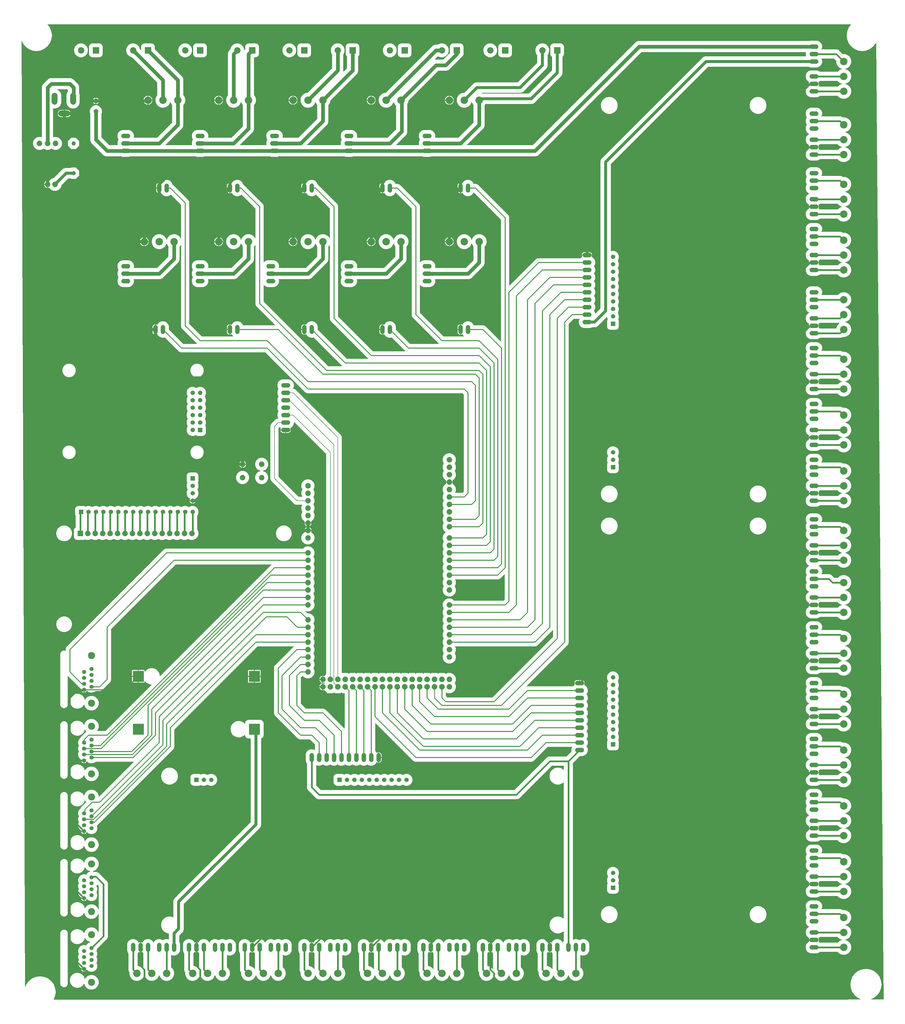
<source format=gbr>
G04 EAGLE Gerber RS-274X export*
G75*
%MOMM*%
%FSLAX34Y34*%
%LPD*%
%INBottom Copper*%
%IPPOS*%
%AMOC8*
5,1,8,0,0,1.08239X$1,22.5*%
G01*
%ADD10C,1.879600*%
%ADD11P,2.034460X8X22.500000*%
%ADD12P,1.732040X8X112.500000*%
%ADD13C,1.600200*%
%ADD14C,1.524000*%
%ADD15R,1.508000X1.508000*%
%ADD16C,1.508000*%
%ADD17C,2.000000*%
%ADD18R,1.879600X1.879600*%
%ADD19C,2.540000*%
%ADD20R,2.184400X2.184400*%
%ADD21C,2.184400*%
%ADD22P,1.429621X8X112.500000*%
%ADD23R,3.810000X3.810000*%
%ADD24C,1.422400*%
%ADD25C,2.400000*%
%ADD26C,0.609600*%
%ADD27C,1.016000*%
%ADD28C,0.304800*%
%ADD29C,0.203200*%
%ADD30C,0.254000*%
%ADD31C,1.270000*%
%ADD32C,0.812800*%

G36*
X2867333Y-38861D02*
X2867333Y-38861D01*
X2867335Y-38861D01*
X2953387Y-38492D01*
X2953481Y-38476D01*
X2953577Y-38467D01*
X2953602Y-38455D01*
X2953629Y-38451D01*
X2953714Y-38406D01*
X2953801Y-38367D01*
X2953822Y-38348D01*
X2953846Y-38335D01*
X2953912Y-38265D01*
X2953983Y-38200D01*
X2953996Y-38176D01*
X2954015Y-38156D01*
X2954055Y-38069D01*
X2954101Y-37985D01*
X2954106Y-37957D01*
X2954118Y-37932D01*
X2954128Y-37837D01*
X2954145Y-37743D01*
X2954141Y-37715D01*
X2954144Y-37688D01*
X2954123Y-37594D01*
X2954109Y-37499D01*
X2954096Y-37475D01*
X2954090Y-37447D01*
X2954041Y-37366D01*
X2953998Y-37280D01*
X2953978Y-37261D01*
X2953963Y-37237D01*
X2953890Y-37175D01*
X2953822Y-37108D01*
X2953791Y-37091D01*
X2953776Y-37078D01*
X2953745Y-37066D01*
X2953675Y-37027D01*
X2945133Y-33489D01*
X2934087Y-25013D01*
X2925611Y-13967D01*
X2920283Y-1104D01*
X2918466Y12700D01*
X2920283Y26504D01*
X2925611Y39367D01*
X2934087Y50413D01*
X2945133Y58889D01*
X2957996Y64217D01*
X2971800Y66034D01*
X2985604Y64217D01*
X2998467Y58889D01*
X3009513Y50413D01*
X3017989Y39367D01*
X3023317Y26504D01*
X3025134Y12700D01*
X3023317Y-1104D01*
X3017989Y-13967D01*
X3009513Y-25013D01*
X2998467Y-33489D01*
X2990311Y-36867D01*
X2990227Y-36919D01*
X2990140Y-36966D01*
X2990123Y-36984D01*
X2990102Y-36997D01*
X2990039Y-37073D01*
X2989971Y-37145D01*
X2989961Y-37167D01*
X2989945Y-37186D01*
X2989910Y-37279D01*
X2989868Y-37369D01*
X2989866Y-37393D01*
X2989857Y-37416D01*
X2989853Y-37514D01*
X2989842Y-37613D01*
X2989848Y-37637D01*
X2989847Y-37662D01*
X2989874Y-37757D01*
X2989896Y-37853D01*
X2989908Y-37874D01*
X2989915Y-37898D01*
X2989972Y-37979D01*
X2990023Y-38064D01*
X2990041Y-38080D01*
X2990055Y-38100D01*
X2990135Y-38159D01*
X2990210Y-38223D01*
X2990233Y-38232D01*
X2990253Y-38247D01*
X2990347Y-38277D01*
X2990439Y-38314D01*
X2990469Y-38317D01*
X2990487Y-38323D01*
X2990520Y-38322D01*
X2990606Y-38332D01*
X3031139Y-38157D01*
X3031160Y-38154D01*
X3031181Y-38156D01*
X3031281Y-38134D01*
X3031382Y-38117D01*
X3031401Y-38107D01*
X3031421Y-38102D01*
X3031508Y-38049D01*
X3031599Y-38001D01*
X3031613Y-37985D01*
X3031631Y-37974D01*
X3031697Y-37896D01*
X3031767Y-37822D01*
X3031776Y-37802D01*
X3031790Y-37786D01*
X3031827Y-37691D01*
X3031870Y-37598D01*
X3031872Y-37577D01*
X3031880Y-37557D01*
X3031897Y-37390D01*
X3007179Y3225276D01*
X3007163Y3225369D01*
X3007155Y3225463D01*
X3007143Y3225490D01*
X3007138Y3225519D01*
X3007093Y3225602D01*
X3007055Y3225688D01*
X3007035Y3225710D01*
X3007021Y3225735D01*
X3006952Y3225800D01*
X3006888Y3225869D01*
X3006863Y3225883D01*
X3006841Y3225903D01*
X3006756Y3225942D01*
X3006673Y3225988D01*
X3006644Y3225993D01*
X3006618Y3226005D01*
X3006524Y3226015D01*
X3006431Y3226032D01*
X3006402Y3226027D01*
X3006373Y3226030D01*
X3006281Y3226010D01*
X3006187Y3225996D01*
X3006161Y3225983D01*
X3006133Y3225976D01*
X3006052Y3225927D01*
X3005968Y3225884D01*
X3005948Y3225863D01*
X3005923Y3225848D01*
X3005862Y3225776D01*
X3005796Y3225709D01*
X3005778Y3225677D01*
X3005764Y3225660D01*
X3005752Y3225630D01*
X3005715Y3225562D01*
X3005289Y3224533D01*
X2996813Y3213487D01*
X2985767Y3205011D01*
X2972904Y3199683D01*
X2959100Y3197866D01*
X2945296Y3199683D01*
X2932433Y3205011D01*
X2921387Y3213487D01*
X2912911Y3224533D01*
X2907583Y3237396D01*
X2905766Y3251200D01*
X2907583Y3265004D01*
X2912911Y3277867D01*
X2920667Y3287975D01*
X2920677Y3287994D01*
X2920693Y3288010D01*
X2920735Y3288102D01*
X2920783Y3288191D01*
X2920787Y3288213D01*
X2920796Y3288233D01*
X2920807Y3288334D01*
X2920824Y3288434D01*
X2920821Y3288456D01*
X2920823Y3288477D01*
X2920802Y3288577D01*
X2920786Y3288677D01*
X2920776Y3288696D01*
X2920771Y3288718D01*
X2920719Y3288805D01*
X2920672Y3288895D01*
X2920656Y3288910D01*
X2920645Y3288929D01*
X2920568Y3288995D01*
X2920495Y3289065D01*
X2920475Y3289075D01*
X2920458Y3289089D01*
X2920364Y3289127D01*
X2920272Y3289170D01*
X2920250Y3289173D01*
X2920230Y3289181D01*
X2920063Y3289199D01*
X178737Y3289199D01*
X178715Y3289196D01*
X178693Y3289198D01*
X178594Y3289176D01*
X178494Y3289160D01*
X178475Y3289149D01*
X178453Y3289144D01*
X178366Y3289092D01*
X178277Y3289044D01*
X178262Y3289028D01*
X178243Y3289017D01*
X178177Y3288940D01*
X178107Y3288866D01*
X178098Y3288846D01*
X178084Y3288829D01*
X178047Y3288735D01*
X178004Y3288643D01*
X178001Y3288621D01*
X177993Y3288601D01*
X177988Y3288499D01*
X177977Y3288399D01*
X177981Y3288377D01*
X177980Y3288355D01*
X178007Y3288257D01*
X178029Y3288158D01*
X178040Y3288139D01*
X178046Y3288118D01*
X178133Y3287975D01*
X185889Y3277867D01*
X191217Y3265004D01*
X193034Y3251200D01*
X191217Y3237396D01*
X185889Y3224533D01*
X177413Y3213487D01*
X166367Y3205011D01*
X153504Y3199683D01*
X139700Y3197866D01*
X125896Y3199683D01*
X113033Y3205011D01*
X101987Y3213487D01*
X93511Y3224533D01*
X90632Y3231484D01*
X90580Y3231567D01*
X90534Y3231655D01*
X90516Y3231672D01*
X90503Y3231693D01*
X90426Y3231756D01*
X90355Y3231823D01*
X90332Y3231834D01*
X90313Y3231849D01*
X90221Y3231885D01*
X90131Y3231926D01*
X90107Y3231929D01*
X90084Y3231938D01*
X89985Y3231942D01*
X89887Y3231952D01*
X89863Y3231947D01*
X89838Y3231948D01*
X89743Y3231920D01*
X89646Y3231899D01*
X89625Y3231886D01*
X89602Y3231879D01*
X89521Y3231823D01*
X89436Y3231772D01*
X89420Y3231753D01*
X89399Y3231739D01*
X89341Y3231660D01*
X89277Y3231585D01*
X89267Y3231562D01*
X89253Y3231542D01*
X89222Y3231448D01*
X89186Y3231356D01*
X89182Y3231326D01*
X89177Y3231308D01*
X89177Y3231275D01*
X89168Y3231189D01*
X101338Y6027D01*
X101340Y6018D01*
X101339Y6013D01*
X101346Y5985D01*
X101354Y5932D01*
X101363Y5837D01*
X101375Y5812D01*
X101379Y5785D01*
X101424Y5700D01*
X101463Y5612D01*
X101482Y5592D01*
X101495Y5568D01*
X101565Y5502D01*
X101630Y5431D01*
X101654Y5418D01*
X101674Y5399D01*
X101761Y5359D01*
X101845Y5313D01*
X101872Y5308D01*
X101897Y5296D01*
X101993Y5286D01*
X102087Y5269D01*
X102115Y5273D01*
X102142Y5270D01*
X102236Y5291D01*
X102331Y5305D01*
X102355Y5317D01*
X102382Y5323D01*
X102464Y5373D01*
X102550Y5416D01*
X102569Y5436D01*
X102593Y5450D01*
X102655Y5523D01*
X102722Y5592D01*
X102739Y5622D01*
X102752Y5638D01*
X102764Y5668D01*
X102803Y5739D01*
X106211Y13967D01*
X114687Y25013D01*
X125733Y33489D01*
X138596Y38817D01*
X152400Y40634D01*
X166204Y38817D01*
X179067Y33489D01*
X190113Y25013D01*
X198589Y13967D01*
X203917Y1104D01*
X205734Y-12700D01*
X203917Y-26504D01*
X199234Y-37809D01*
X199224Y-37853D01*
X199204Y-37895D01*
X199196Y-37972D01*
X199178Y-38048D01*
X199182Y-38094D01*
X199177Y-38139D01*
X199194Y-38216D01*
X199201Y-38293D01*
X199220Y-38335D01*
X199230Y-38380D01*
X199270Y-38447D01*
X199301Y-38518D01*
X199332Y-38552D01*
X199356Y-38591D01*
X199415Y-38642D01*
X199468Y-38699D01*
X199508Y-38721D01*
X199543Y-38751D01*
X199615Y-38780D01*
X199683Y-38817D01*
X199728Y-38826D01*
X199771Y-38843D01*
X199907Y-38858D01*
X199925Y-38861D01*
X199930Y-38860D01*
X199938Y-38861D01*
X2867332Y-38861D01*
X2867333Y-38861D01*
G37*
%LPC*%
G36*
X1876256Y25399D02*
X1876256Y25399D01*
X1869796Y27130D01*
X1864004Y30474D01*
X1859274Y35204D01*
X1855930Y40996D01*
X1854199Y47456D01*
X1854199Y53613D01*
X1854185Y53703D01*
X1854177Y53794D01*
X1854165Y53824D01*
X1854160Y53856D01*
X1854117Y53937D01*
X1854081Y54021D01*
X1854055Y54053D01*
X1854044Y54073D01*
X1854021Y54096D01*
X1853976Y54152D01*
X1853549Y54579D01*
X1851151Y60367D01*
X1851151Y118776D01*
X1851137Y118866D01*
X1851129Y118957D01*
X1851117Y118986D01*
X1851112Y119018D01*
X1851069Y119099D01*
X1851033Y119183D01*
X1851007Y119215D01*
X1850996Y119236D01*
X1850973Y119258D01*
X1850928Y119314D01*
X1849673Y120569D01*
X1846579Y128038D01*
X1846579Y151362D01*
X1849673Y158831D01*
X1855389Y164547D01*
X1862858Y167641D01*
X1870942Y167641D01*
X1878411Y164547D01*
X1884127Y158831D01*
X1885314Y155965D01*
X1885372Y155872D01*
X1885426Y155777D01*
X1885436Y155768D01*
X1885444Y155756D01*
X1885528Y155686D01*
X1885609Y155613D01*
X1885622Y155608D01*
X1885633Y155599D01*
X1885735Y155560D01*
X1885836Y155517D01*
X1885850Y155516D01*
X1885863Y155511D01*
X1885972Y155506D01*
X1886081Y155497D01*
X1886094Y155501D01*
X1886109Y155500D01*
X1886213Y155530D01*
X1886319Y155557D01*
X1886334Y155566D01*
X1886345Y155569D01*
X1886369Y155585D01*
X1886465Y155640D01*
X1886975Y156010D01*
X1888400Y156736D01*
X1889921Y157231D01*
X1890777Y157366D01*
X1890777Y140462D01*
X1890780Y140442D01*
X1890778Y140423D01*
X1890800Y140321D01*
X1890817Y140219D01*
X1890826Y140202D01*
X1890830Y140182D01*
X1890883Y140093D01*
X1890932Y140002D01*
X1890946Y139988D01*
X1890956Y139971D01*
X1891035Y139904D01*
X1891110Y139833D01*
X1891128Y139824D01*
X1891143Y139811D01*
X1891239Y139773D01*
X1891333Y139729D01*
X1891353Y139727D01*
X1891371Y139719D01*
X1891538Y139701D01*
X1893062Y139701D01*
X1893082Y139704D01*
X1893101Y139702D01*
X1893203Y139724D01*
X1893305Y139741D01*
X1893322Y139750D01*
X1893342Y139754D01*
X1893431Y139807D01*
X1893522Y139856D01*
X1893536Y139870D01*
X1893553Y139880D01*
X1893620Y139959D01*
X1893691Y140034D01*
X1893700Y140052D01*
X1893713Y140067D01*
X1893752Y140163D01*
X1893795Y140257D01*
X1893797Y140277D01*
X1893805Y140295D01*
X1893823Y140462D01*
X1893823Y157366D01*
X1894679Y157231D01*
X1896200Y156736D01*
X1897625Y156010D01*
X1898135Y155640D01*
X1898232Y155591D01*
X1898328Y155538D01*
X1898342Y155536D01*
X1898355Y155529D01*
X1898463Y155514D01*
X1898570Y155495D01*
X1898584Y155497D01*
X1898598Y155495D01*
X1898705Y155515D01*
X1898813Y155531D01*
X1898826Y155537D01*
X1898840Y155540D01*
X1898935Y155593D01*
X1899033Y155642D01*
X1899043Y155652D01*
X1899055Y155659D01*
X1899128Y155740D01*
X1899205Y155818D01*
X1899213Y155833D01*
X1899221Y155841D01*
X1899232Y155867D01*
X1899286Y155965D01*
X1900473Y158831D01*
X1906189Y164547D01*
X1913658Y167641D01*
X1921742Y167641D01*
X1929211Y164547D01*
X1934927Y158831D01*
X1936047Y156128D01*
X1936085Y156067D01*
X1936114Y156001D01*
X1936149Y155963D01*
X1936176Y155919D01*
X1936232Y155873D01*
X1936280Y155820D01*
X1936326Y155795D01*
X1936366Y155762D01*
X1936433Y155736D01*
X1936496Y155702D01*
X1936547Y155692D01*
X1936595Y155674D01*
X1936667Y155671D01*
X1936738Y155658D01*
X1936789Y155665D01*
X1936841Y155663D01*
X1936910Y155683D01*
X1936981Y155694D01*
X1937027Y155717D01*
X1937077Y155732D01*
X1937136Y155773D01*
X1937200Y155805D01*
X1937237Y155842D01*
X1937279Y155872D01*
X1937322Y155930D01*
X1937372Y155981D01*
X1937407Y156044D01*
X1937426Y156069D01*
X1937433Y156092D01*
X1937453Y156128D01*
X1938573Y158831D01*
X1939828Y160086D01*
X1939876Y160153D01*
X1939881Y160158D01*
X1939883Y160162D01*
X1939941Y160230D01*
X1939953Y160260D01*
X1939972Y160286D01*
X1939999Y160373D01*
X1940033Y160458D01*
X1940037Y160499D01*
X1940044Y160521D01*
X1940043Y160553D01*
X1940051Y160624D01*
X1940051Y193285D01*
X1940040Y193355D01*
X1940038Y193427D01*
X1940020Y193476D01*
X1940012Y193527D01*
X1939978Y193591D01*
X1939953Y193658D01*
X1939921Y193699D01*
X1939896Y193745D01*
X1939844Y193794D01*
X1939800Y193850D01*
X1939756Y193878D01*
X1939718Y193914D01*
X1939653Y193944D01*
X1939593Y193983D01*
X1939542Y193996D01*
X1939495Y194018D01*
X1939424Y194026D01*
X1939354Y194043D01*
X1939302Y194039D01*
X1939251Y194045D01*
X1939180Y194029D01*
X1939109Y194024D01*
X1939061Y194004D01*
X1939010Y193992D01*
X1938949Y193956D01*
X1938883Y193928D01*
X1938827Y193883D01*
X1938799Y193866D01*
X1938784Y193849D01*
X1938752Y193823D01*
X1937863Y192934D01*
X1931318Y189155D01*
X1924019Y187199D01*
X1916461Y187199D01*
X1909162Y189155D01*
X1902617Y192934D01*
X1897274Y198277D01*
X1893495Y204822D01*
X1891539Y212121D01*
X1891539Y219679D01*
X1893495Y226978D01*
X1897274Y233523D01*
X1902617Y238866D01*
X1909162Y242645D01*
X1916461Y244601D01*
X1924019Y244601D01*
X1931318Y242645D01*
X1937863Y238866D01*
X1938752Y237977D01*
X1938810Y237935D01*
X1938862Y237886D01*
X1938909Y237864D01*
X1938951Y237834D01*
X1939020Y237813D01*
X1939085Y237782D01*
X1939137Y237777D01*
X1939187Y237761D01*
X1939258Y237763D01*
X1939329Y237755D01*
X1939380Y237766D01*
X1939432Y237768D01*
X1939500Y237792D01*
X1939570Y237808D01*
X1939615Y237834D01*
X1939663Y237852D01*
X1939719Y237897D01*
X1939781Y237934D01*
X1939815Y237973D01*
X1939855Y238006D01*
X1939894Y238066D01*
X1939941Y238121D01*
X1939960Y238169D01*
X1939988Y238213D01*
X1940006Y238282D01*
X1940033Y238349D01*
X1940041Y238420D01*
X1940049Y238451D01*
X1940047Y238475D01*
X1940051Y238515D01*
X1940051Y701285D01*
X1940040Y701355D01*
X1940038Y701427D01*
X1940020Y701476D01*
X1940012Y701527D01*
X1939978Y701591D01*
X1939953Y701658D01*
X1939921Y701699D01*
X1939896Y701745D01*
X1939844Y701794D01*
X1939800Y701850D01*
X1939756Y701878D01*
X1939718Y701914D01*
X1939653Y701944D01*
X1939593Y701983D01*
X1939542Y701996D01*
X1939495Y702018D01*
X1939424Y702026D01*
X1939354Y702043D01*
X1939302Y702039D01*
X1939251Y702045D01*
X1939180Y702029D01*
X1939109Y702024D01*
X1939061Y702004D01*
X1939010Y701992D01*
X1938949Y701956D01*
X1938883Y701928D01*
X1938827Y701883D01*
X1938799Y701866D01*
X1938784Y701849D01*
X1938752Y701823D01*
X1937863Y700934D01*
X1931318Y697155D01*
X1924019Y695199D01*
X1916461Y695199D01*
X1909162Y697155D01*
X1902617Y700934D01*
X1897274Y706277D01*
X1893495Y712822D01*
X1891539Y720121D01*
X1891539Y727679D01*
X1893495Y734978D01*
X1897274Y741523D01*
X1902617Y746866D01*
X1909162Y750645D01*
X1916461Y752601D01*
X1924019Y752601D01*
X1931318Y750645D01*
X1937863Y746866D01*
X1938752Y745977D01*
X1938810Y745935D01*
X1938862Y745886D01*
X1938909Y745864D01*
X1938951Y745834D01*
X1939020Y745813D01*
X1939085Y745782D01*
X1939137Y745777D01*
X1939187Y745761D01*
X1939258Y745763D01*
X1939329Y745755D01*
X1939380Y745766D01*
X1939432Y745768D01*
X1939500Y745792D01*
X1939570Y745808D01*
X1939615Y745834D01*
X1939663Y745852D01*
X1939719Y745897D01*
X1939781Y745934D01*
X1939815Y745973D01*
X1939855Y746006D01*
X1939894Y746066D01*
X1939941Y746121D01*
X1939960Y746169D01*
X1939988Y746213D01*
X1940006Y746282D01*
X1940033Y746349D01*
X1940041Y746420D01*
X1940049Y746451D01*
X1940047Y746474D01*
X1940051Y746515D01*
X1940051Y758190D01*
X1940050Y758201D01*
X1940050Y758207D01*
X1940049Y758215D01*
X1940050Y758229D01*
X1940028Y758331D01*
X1940012Y758433D01*
X1940002Y758450D01*
X1939998Y758470D01*
X1939945Y758559D01*
X1939896Y758650D01*
X1939882Y758664D01*
X1939872Y758681D01*
X1939793Y758748D01*
X1939718Y758820D01*
X1939700Y758828D01*
X1939685Y758841D01*
X1939589Y758880D01*
X1939495Y758923D01*
X1939475Y758925D01*
X1939457Y758933D01*
X1939290Y758951D01*
X1899139Y758951D01*
X1899049Y758937D01*
X1898958Y758929D01*
X1898928Y758917D01*
X1898896Y758912D01*
X1898815Y758869D01*
X1898731Y758833D01*
X1898699Y758807D01*
X1898679Y758796D01*
X1898658Y758775D01*
X1898656Y758774D01*
X1898652Y758769D01*
X1898600Y758728D01*
X1786921Y647049D01*
X1781133Y644651D01*
X1101767Y644651D01*
X1095979Y647049D01*
X1066149Y676879D01*
X1063751Y682667D01*
X1063751Y766476D01*
X1063737Y766566D01*
X1063729Y766657D01*
X1063717Y766686D01*
X1063712Y766718D01*
X1063669Y766799D01*
X1063633Y766883D01*
X1063607Y766915D01*
X1063596Y766936D01*
X1063573Y766958D01*
X1063528Y767014D01*
X1062273Y768269D01*
X1059179Y775738D01*
X1059179Y799062D01*
X1062273Y806531D01*
X1067989Y812247D01*
X1075458Y815341D01*
X1083542Y815341D01*
X1089623Y812822D01*
X1089667Y812812D01*
X1089709Y812792D01*
X1089786Y812784D01*
X1089862Y812766D01*
X1089908Y812770D01*
X1089953Y812765D01*
X1090030Y812782D01*
X1090107Y812789D01*
X1090149Y812808D01*
X1090194Y812817D01*
X1090261Y812857D01*
X1090332Y812889D01*
X1090366Y812920D01*
X1090405Y812944D01*
X1090456Y813003D01*
X1090513Y813055D01*
X1090535Y813096D01*
X1090565Y813130D01*
X1090594Y813203D01*
X1090631Y813271D01*
X1090640Y813316D01*
X1090657Y813359D01*
X1090672Y813495D01*
X1090675Y813513D01*
X1090674Y813518D01*
X1090675Y813525D01*
X1090675Y831993D01*
X1090661Y832083D01*
X1090653Y832174D01*
X1090641Y832203D01*
X1090636Y832235D01*
X1090593Y832316D01*
X1090557Y832400D01*
X1090531Y832432D01*
X1090520Y832453D01*
X1090497Y832475D01*
X1090487Y832488D01*
X1090480Y832500D01*
X1090472Y832506D01*
X1090452Y832531D01*
X1073831Y849152D01*
X1073757Y849205D01*
X1073687Y849265D01*
X1073657Y849277D01*
X1073631Y849296D01*
X1073544Y849323D01*
X1073459Y849357D01*
X1073418Y849361D01*
X1073396Y849368D01*
X1073364Y849367D01*
X1073293Y849375D01*
X1038571Y849375D01*
X1033342Y851541D01*
X953141Y931742D01*
X950975Y936971D01*
X950975Y1095029D01*
X953141Y1100258D01*
X1016534Y1163651D01*
X1018459Y1165576D01*
X1018501Y1165634D01*
X1018550Y1165686D01*
X1018572Y1165733D01*
X1018602Y1165775D01*
X1018624Y1165844D01*
X1018654Y1165909D01*
X1018659Y1165961D01*
X1018675Y1166011D01*
X1018673Y1166082D01*
X1018681Y1166153D01*
X1018670Y1166204D01*
X1018668Y1166256D01*
X1018644Y1166324D01*
X1018629Y1166394D01*
X1018602Y1166439D01*
X1018584Y1166487D01*
X1018539Y1166543D01*
X1018502Y1166605D01*
X1018463Y1166639D01*
X1018430Y1166679D01*
X1018370Y1166718D01*
X1018316Y1166765D01*
X1018267Y1166784D01*
X1018223Y1166812D01*
X1018154Y1166830D01*
X1018087Y1166857D01*
X1018016Y1166865D01*
X1017985Y1166873D01*
X1017962Y1166871D01*
X1017921Y1166875D01*
X895207Y1166875D01*
X895117Y1166861D01*
X895026Y1166853D01*
X894997Y1166841D01*
X894965Y1166836D01*
X894884Y1166793D01*
X894800Y1166757D01*
X894768Y1166731D01*
X894747Y1166720D01*
X894725Y1166697D01*
X894669Y1166652D01*
X611348Y883331D01*
X611295Y883257D01*
X611235Y883187D01*
X611223Y883157D01*
X611204Y883131D01*
X611177Y883044D01*
X611143Y882959D01*
X611139Y882918D01*
X611132Y882896D01*
X611133Y882864D01*
X611125Y882793D01*
X611125Y822671D01*
X608959Y817442D01*
X346170Y554653D01*
X346122Y554586D01*
X346116Y554581D01*
X346114Y554575D01*
X346102Y554559D01*
X346032Y554464D01*
X346030Y554458D01*
X346026Y554453D01*
X345992Y554342D01*
X345956Y554230D01*
X345956Y554224D01*
X345954Y554218D01*
X345957Y554101D01*
X345958Y553984D01*
X345960Y553977D01*
X345960Y553972D01*
X345967Y553955D01*
X346005Y553823D01*
X347613Y549941D01*
X347613Y542059D01*
X344596Y534777D01*
X339023Y529204D01*
X331741Y526187D01*
X323859Y526187D01*
X316577Y529204D01*
X312798Y532983D01*
X312736Y533027D01*
X312681Y533078D01*
X312637Y533098D01*
X312598Y533126D01*
X312526Y533148D01*
X312457Y533180D01*
X312409Y533184D01*
X312363Y533199D01*
X312287Y533197D01*
X312212Y533204D01*
X312165Y533193D01*
X312117Y533192D01*
X312046Y533166D01*
X311972Y533149D01*
X311931Y533124D01*
X311886Y533108D01*
X311827Y533060D01*
X311763Y533021D01*
X311732Y532984D01*
X311694Y532954D01*
X311653Y532890D01*
X311605Y532832D01*
X311578Y532773D01*
X311561Y532747D01*
X311555Y532722D01*
X311536Y532680D01*
X311346Y532095D01*
X310656Y530741D01*
X309763Y529512D01*
X308688Y528437D01*
X307459Y527544D01*
X306105Y526854D01*
X304660Y526385D01*
X303923Y526268D01*
X303923Y535038D01*
X303920Y535058D01*
X303922Y535077D01*
X303900Y535179D01*
X303883Y535281D01*
X303874Y535298D01*
X303870Y535318D01*
X303817Y535407D01*
X303768Y535498D01*
X303754Y535512D01*
X303744Y535529D01*
X303665Y535596D01*
X303590Y535667D01*
X303572Y535676D01*
X303557Y535689D01*
X303461Y535727D01*
X303367Y535771D01*
X303347Y535773D01*
X303329Y535781D01*
X303162Y535799D01*
X302371Y535799D01*
X302359Y535869D01*
X302350Y535886D01*
X302346Y535906D01*
X302293Y535995D01*
X302244Y536086D01*
X302230Y536100D01*
X302220Y536117D01*
X302141Y536184D01*
X302066Y536256D01*
X302048Y536264D01*
X302033Y536277D01*
X301937Y536316D01*
X301843Y536359D01*
X301823Y536361D01*
X301805Y536369D01*
X301638Y536387D01*
X298459Y536387D01*
X296339Y537265D01*
X296276Y537280D01*
X296215Y537305D01*
X296132Y537314D01*
X296100Y537321D01*
X296081Y537320D01*
X296048Y537323D01*
X292868Y537323D01*
X292979Y538025D01*
X292979Y538079D01*
X292989Y538132D01*
X292979Y538201D01*
X292978Y538271D01*
X292961Y538322D01*
X292953Y538375D01*
X292921Y538438D01*
X292899Y538504D01*
X292866Y538547D01*
X292841Y538595D01*
X292791Y538644D01*
X292749Y538699D01*
X292704Y538729D01*
X292666Y538767D01*
X292569Y538820D01*
X292545Y538836D01*
X292534Y538839D01*
X292519Y538848D01*
X291177Y539404D01*
X285604Y544977D01*
X282587Y552259D01*
X282587Y560141D01*
X285059Y566109D01*
X285080Y566197D01*
X285108Y566284D01*
X285108Y566317D01*
X285115Y566348D01*
X285107Y566439D01*
X285106Y566530D01*
X285094Y566570D01*
X285092Y566593D01*
X285079Y566622D01*
X285059Y566691D01*
X282587Y572659D01*
X282587Y580541D01*
X285059Y586509D01*
X285080Y586597D01*
X285108Y586684D01*
X285108Y586717D01*
X285115Y586748D01*
X285107Y586839D01*
X285106Y586930D01*
X285094Y586970D01*
X285092Y586993D01*
X285079Y587022D01*
X285059Y587091D01*
X282587Y593059D01*
X282587Y600941D01*
X285604Y608223D01*
X291009Y613629D01*
X291047Y613682D01*
X291093Y613729D01*
X291134Y613802D01*
X291153Y613828D01*
X291159Y613847D01*
X291174Y613876D01*
X292741Y617658D01*
X309812Y634729D01*
X309824Y634745D01*
X309839Y634758D01*
X309896Y634845D01*
X309956Y634929D01*
X309962Y634948D01*
X309972Y634965D01*
X309998Y635065D01*
X310028Y635164D01*
X310028Y635184D01*
X310033Y635203D01*
X310024Y635306D01*
X310022Y635410D01*
X310015Y635429D01*
X310013Y635448D01*
X309973Y635543D01*
X309937Y635641D01*
X309925Y635656D01*
X309917Y635675D01*
X309812Y635806D01*
X306860Y638758D01*
X305881Y641121D01*
X305816Y641225D01*
X305754Y641326D01*
X305753Y641328D01*
X305752Y641330D01*
X305657Y641407D01*
X305566Y641484D01*
X305564Y641485D01*
X305562Y641486D01*
X305450Y641529D01*
X305337Y641574D01*
X305334Y641574D01*
X305333Y641575D01*
X305211Y641580D01*
X305091Y641585D01*
X305089Y641585D01*
X305087Y641585D01*
X304970Y641551D01*
X304854Y641518D01*
X304852Y641517D01*
X304851Y641516D01*
X304752Y641448D01*
X304651Y641379D01*
X304650Y641377D01*
X304648Y641376D01*
X304576Y641278D01*
X304504Y641182D01*
X304503Y641180D01*
X304502Y641179D01*
X304499Y641171D01*
X304443Y641026D01*
X303116Y636076D01*
X299766Y630273D01*
X295027Y625534D01*
X289224Y622184D01*
X282751Y620449D01*
X276049Y620449D01*
X269576Y622184D01*
X263773Y625534D01*
X259034Y630273D01*
X255684Y636076D01*
X253949Y642549D01*
X253949Y649251D01*
X255684Y655724D01*
X259034Y661527D01*
X263773Y666266D01*
X269576Y669616D01*
X276049Y671351D01*
X282751Y671351D01*
X289224Y669616D01*
X295027Y666266D01*
X299766Y661527D01*
X301867Y657888D01*
X301881Y657871D01*
X301890Y657851D01*
X301958Y657776D01*
X302023Y657698D01*
X302041Y657686D01*
X302056Y657670D01*
X302145Y657621D01*
X302231Y657567D01*
X302252Y657562D01*
X302272Y657551D01*
X302372Y657533D01*
X302470Y657509D01*
X302492Y657511D01*
X302514Y657507D01*
X302614Y657522D01*
X302715Y657531D01*
X302735Y657540D01*
X302757Y657543D01*
X302847Y657589D01*
X302940Y657630D01*
X302957Y657645D01*
X302976Y657655D01*
X303047Y657727D01*
X303122Y657795D01*
X303133Y657815D01*
X303148Y657830D01*
X303229Y657977D01*
X306860Y666742D01*
X313808Y673690D01*
X322887Y677451D01*
X332713Y677451D01*
X341792Y673690D01*
X348740Y666742D01*
X352501Y657663D01*
X352501Y653855D01*
X352503Y653844D01*
X352502Y653837D01*
X352510Y653799D01*
X352512Y653785D01*
X352514Y653713D01*
X352532Y653664D01*
X352540Y653613D01*
X352574Y653549D01*
X352599Y653482D01*
X352631Y653441D01*
X352656Y653395D01*
X352707Y653346D01*
X352752Y653290D01*
X352796Y653262D01*
X352834Y653226D01*
X352899Y653196D01*
X352959Y653157D01*
X353010Y653144D01*
X353057Y653122D01*
X353128Y653114D01*
X353198Y653097D01*
X353250Y653101D01*
X353301Y653095D01*
X353372Y653110D01*
X353443Y653116D01*
X353491Y653136D01*
X353542Y653147D01*
X353603Y653184D01*
X353669Y653212D01*
X353725Y653257D01*
X353753Y653274D01*
X353768Y653291D01*
X353800Y653317D01*
X472359Y771876D01*
X472401Y771934D01*
X472450Y771986D01*
X472472Y772033D01*
X472502Y772075D01*
X472524Y772144D01*
X472554Y772209D01*
X472560Y772261D01*
X472575Y772311D01*
X472573Y772382D01*
X472581Y772453D01*
X472570Y772504D01*
X472568Y772556D01*
X472544Y772624D01*
X472529Y772694D01*
X472502Y772738D01*
X472484Y772787D01*
X472439Y772843D01*
X472402Y772905D01*
X472363Y772939D01*
X472330Y772979D01*
X472270Y773018D01*
X472216Y773065D01*
X472167Y773084D01*
X472123Y773112D01*
X472054Y773130D01*
X471987Y773157D01*
X471916Y773165D01*
X471885Y773173D01*
X471862Y773171D01*
X471821Y773175D01*
X460322Y773175D01*
X460258Y773165D01*
X460192Y773164D01*
X460112Y773141D01*
X460080Y773136D01*
X460062Y773126D01*
X460031Y773117D01*
X459930Y773075D01*
X341910Y773075D01*
X341820Y773061D01*
X341729Y773053D01*
X341699Y773041D01*
X341667Y773036D01*
X341587Y772993D01*
X341503Y772957D01*
X341471Y772931D01*
X341450Y772920D01*
X341428Y772897D01*
X341372Y772852D01*
X339023Y770504D01*
X331741Y767487D01*
X323859Y767487D01*
X316577Y770504D01*
X312798Y774283D01*
X312736Y774327D01*
X312681Y774378D01*
X312637Y774398D01*
X312598Y774426D01*
X312526Y774448D01*
X312457Y774480D01*
X312409Y774484D01*
X312363Y774499D01*
X312287Y774497D01*
X312212Y774504D01*
X312165Y774493D01*
X312117Y774492D01*
X312046Y774466D01*
X311972Y774449D01*
X311931Y774424D01*
X311886Y774408D01*
X311827Y774360D01*
X311763Y774321D01*
X311732Y774284D01*
X311694Y774254D01*
X311653Y774190D01*
X311605Y774132D01*
X311578Y774073D01*
X311561Y774047D01*
X311555Y774022D01*
X311536Y773980D01*
X311346Y773395D01*
X310656Y772041D01*
X309763Y770812D01*
X308688Y769737D01*
X307459Y768844D01*
X306105Y768154D01*
X304660Y767685D01*
X303923Y767568D01*
X303923Y776338D01*
X303920Y776358D01*
X303922Y776377D01*
X303900Y776479D01*
X303883Y776581D01*
X303874Y776598D01*
X303870Y776618D01*
X303817Y776707D01*
X303768Y776798D01*
X303754Y776812D01*
X303744Y776829D01*
X303665Y776896D01*
X303590Y776967D01*
X303572Y776976D01*
X303557Y776989D01*
X303461Y777027D01*
X303367Y777071D01*
X303347Y777073D01*
X303329Y777081D01*
X303162Y777099D01*
X302371Y777099D01*
X302359Y777169D01*
X302350Y777186D01*
X302346Y777206D01*
X302293Y777295D01*
X302244Y777386D01*
X302230Y777400D01*
X302220Y777417D01*
X302141Y777484D01*
X302066Y777556D01*
X302048Y777564D01*
X302033Y777577D01*
X301937Y777616D01*
X301843Y777659D01*
X301823Y777661D01*
X301805Y777669D01*
X301638Y777687D01*
X298459Y777687D01*
X296339Y778565D01*
X296276Y778580D01*
X296215Y778605D01*
X296132Y778614D01*
X296100Y778621D01*
X296081Y778620D01*
X296048Y778623D01*
X292868Y778623D01*
X292979Y779325D01*
X292979Y779379D01*
X292989Y779432D01*
X292979Y779501D01*
X292978Y779571D01*
X292961Y779622D01*
X292953Y779675D01*
X292921Y779738D01*
X292899Y779804D01*
X292866Y779847D01*
X292841Y779895D01*
X292791Y779944D01*
X292749Y779999D01*
X292704Y780029D01*
X292666Y780067D01*
X292569Y780120D01*
X292545Y780136D01*
X292534Y780139D01*
X292519Y780148D01*
X291177Y780704D01*
X285604Y786277D01*
X282587Y793559D01*
X282587Y801441D01*
X285059Y807409D01*
X285067Y807442D01*
X285068Y807444D01*
X285068Y807447D01*
X285080Y807497D01*
X285108Y807584D01*
X285108Y807617D01*
X285115Y807648D01*
X285107Y807739D01*
X285106Y807830D01*
X285094Y807870D01*
X285092Y807893D01*
X285079Y807922D01*
X285059Y807991D01*
X282587Y813959D01*
X282587Y821841D01*
X285059Y827809D01*
X285080Y827897D01*
X285108Y827984D01*
X285108Y828017D01*
X285115Y828048D01*
X285107Y828139D01*
X285106Y828230D01*
X285094Y828270D01*
X285092Y828293D01*
X285079Y828322D01*
X285059Y828391D01*
X282587Y834359D01*
X282587Y842241D01*
X285604Y849523D01*
X288609Y852529D01*
X288647Y852582D01*
X288693Y852629D01*
X288734Y852702D01*
X288753Y852729D01*
X288759Y852747D01*
X288774Y852776D01*
X290341Y856558D01*
X309442Y875659D01*
X309674Y875755D01*
X309713Y875779D01*
X309756Y875795D01*
X309817Y875844D01*
X309883Y875885D01*
X309912Y875920D01*
X309948Y875949D01*
X309990Y876014D01*
X310040Y876074D01*
X310056Y876117D01*
X310081Y876156D01*
X310100Y876231D01*
X310128Y876304D01*
X310130Y876350D01*
X310141Y876394D01*
X310135Y876472D01*
X310139Y876550D01*
X310126Y876594D01*
X310122Y876639D01*
X310092Y876711D01*
X310070Y876786D01*
X310044Y876824D01*
X310026Y876866D01*
X309940Y876973D01*
X309930Y876988D01*
X309926Y876991D01*
X309921Y876997D01*
X306860Y880058D01*
X305881Y882420D01*
X305819Y882522D01*
X305754Y882626D01*
X305753Y882628D01*
X305752Y882630D01*
X305659Y882706D01*
X305566Y882784D01*
X305564Y882785D01*
X305562Y882786D01*
X305450Y882829D01*
X305337Y882874D01*
X305334Y882874D01*
X305333Y882875D01*
X305211Y882880D01*
X305091Y882885D01*
X305089Y882885D01*
X305087Y882885D01*
X304970Y882851D01*
X304854Y882818D01*
X304852Y882817D01*
X304851Y882816D01*
X304752Y882748D01*
X304651Y882679D01*
X304650Y882677D01*
X304648Y882676D01*
X304576Y882578D01*
X304504Y882482D01*
X304503Y882480D01*
X304502Y882479D01*
X304499Y882471D01*
X304443Y882326D01*
X303116Y877376D01*
X299766Y871573D01*
X295027Y866834D01*
X289224Y863484D01*
X282751Y861749D01*
X276049Y861749D01*
X269576Y863484D01*
X263773Y866834D01*
X259034Y871573D01*
X255684Y877376D01*
X253949Y883849D01*
X253949Y890551D01*
X255684Y897024D01*
X259034Y902827D01*
X263773Y907566D01*
X269576Y910916D01*
X276049Y912651D01*
X282751Y912651D01*
X289224Y910916D01*
X295027Y907566D01*
X299766Y902827D01*
X301867Y899188D01*
X301881Y899171D01*
X301890Y899151D01*
X301958Y899076D01*
X302023Y898998D01*
X302041Y898986D01*
X302056Y898970D01*
X302145Y898921D01*
X302231Y898867D01*
X302252Y898862D01*
X302272Y898851D01*
X302372Y898833D01*
X302470Y898809D01*
X302492Y898811D01*
X302514Y898807D01*
X302614Y898822D01*
X302715Y898831D01*
X302735Y898840D01*
X302757Y898843D01*
X302847Y898889D01*
X302940Y898930D01*
X302957Y898945D01*
X302976Y898955D01*
X303047Y899027D01*
X303122Y899095D01*
X303133Y899115D01*
X303148Y899130D01*
X303229Y899277D01*
X306860Y908042D01*
X313808Y914990D01*
X322887Y918751D01*
X332713Y918751D01*
X341792Y914990D01*
X348740Y908042D01*
X352501Y898963D01*
X352501Y889137D01*
X348740Y880058D01*
X347806Y879124D01*
X347765Y879066D01*
X347715Y879014D01*
X347693Y878967D01*
X347663Y878925D01*
X347642Y878856D01*
X347612Y878791D01*
X347606Y878739D01*
X347590Y878689D01*
X347592Y878618D01*
X347584Y878547D01*
X347595Y878496D01*
X347597Y878444D01*
X347621Y878376D01*
X347637Y878306D01*
X347663Y878261D01*
X347681Y878213D01*
X347726Y878157D01*
X347763Y878095D01*
X347802Y878061D01*
X347835Y878021D01*
X347895Y877982D01*
X347950Y877935D01*
X347998Y877916D01*
X348042Y877888D01*
X348111Y877870D01*
X348178Y877843D01*
X348249Y877835D01*
X348280Y877827D01*
X348304Y877829D01*
X348345Y877825D01*
X374793Y877825D01*
X374883Y877839D01*
X374974Y877847D01*
X375003Y877859D01*
X375035Y877864D01*
X375116Y877907D01*
X375200Y877943D01*
X375232Y877969D01*
X375253Y877980D01*
X375275Y878003D01*
X375331Y878048D01*
X532543Y1035260D01*
X532585Y1035318D01*
X532634Y1035370D01*
X532656Y1035417D01*
X532686Y1035459D01*
X532708Y1035528D01*
X532738Y1035593D01*
X532744Y1035645D01*
X532759Y1035695D01*
X532757Y1035766D01*
X532765Y1035837D01*
X532754Y1035888D01*
X532752Y1035940D01*
X532728Y1036008D01*
X532713Y1036078D01*
X532686Y1036122D01*
X532668Y1036171D01*
X532623Y1036227D01*
X532586Y1036289D01*
X532547Y1036323D01*
X532514Y1036363D01*
X532454Y1036402D01*
X532400Y1036449D01*
X532351Y1036468D01*
X532307Y1036496D01*
X532238Y1036514D01*
X532171Y1036541D01*
X532100Y1036549D01*
X532069Y1036557D01*
X532046Y1036555D01*
X532005Y1036559D01*
X529753Y1036559D01*
X522708Y1038447D01*
X516391Y1042094D01*
X511234Y1047251D01*
X510691Y1048191D01*
X510661Y1048228D01*
X510638Y1048271D01*
X510583Y1048323D01*
X510535Y1048382D01*
X510495Y1048407D01*
X510460Y1048440D01*
X510391Y1048472D01*
X510327Y1048512D01*
X510280Y1048524D01*
X510237Y1048544D01*
X510162Y1048552D01*
X510088Y1048570D01*
X510040Y1048566D01*
X509993Y1048571D01*
X509918Y1048555D01*
X509843Y1048548D01*
X509799Y1048529D01*
X509752Y1048519D01*
X509687Y1048480D01*
X509618Y1048449D01*
X509582Y1048417D01*
X509541Y1048392D01*
X509492Y1048335D01*
X509436Y1048284D01*
X509412Y1048242D01*
X509381Y1048205D01*
X509353Y1048135D01*
X509316Y1048069D01*
X509307Y1048022D01*
X509289Y1047977D01*
X509275Y1047849D01*
X509271Y1047827D01*
X509272Y1047821D01*
X509271Y1047811D01*
X509271Y1044876D01*
X509098Y1044229D01*
X508763Y1043650D01*
X508290Y1043177D01*
X507711Y1042842D01*
X507064Y1042669D01*
X489203Y1042669D01*
X489203Y1063498D01*
X489200Y1063518D01*
X489202Y1063537D01*
X489180Y1063639D01*
X489163Y1063741D01*
X489154Y1063758D01*
X489150Y1063778D01*
X489097Y1063867D01*
X489048Y1063958D01*
X489034Y1063972D01*
X489024Y1063989D01*
X488945Y1064056D01*
X488870Y1064127D01*
X488852Y1064136D01*
X488837Y1064149D01*
X488741Y1064187D01*
X488647Y1064231D01*
X488627Y1064233D01*
X488609Y1064241D01*
X488442Y1064259D01*
X487679Y1064259D01*
X487679Y1064261D01*
X488442Y1064261D01*
X488462Y1064264D01*
X488481Y1064262D01*
X488583Y1064284D01*
X488685Y1064301D01*
X488702Y1064310D01*
X488722Y1064314D01*
X488811Y1064367D01*
X488902Y1064416D01*
X488916Y1064430D01*
X488933Y1064440D01*
X489000Y1064519D01*
X489071Y1064594D01*
X489080Y1064612D01*
X489093Y1064627D01*
X489132Y1064723D01*
X489175Y1064817D01*
X489177Y1064837D01*
X489185Y1064855D01*
X489203Y1065022D01*
X489203Y1085851D01*
X507064Y1085851D01*
X507711Y1085678D01*
X508290Y1085343D01*
X508763Y1084870D01*
X509098Y1084291D01*
X509271Y1083644D01*
X509271Y1080709D01*
X509278Y1080662D01*
X509277Y1080614D01*
X509298Y1080541D01*
X509310Y1080467D01*
X509333Y1080424D01*
X509347Y1080378D01*
X509390Y1080316D01*
X509426Y1080249D01*
X509460Y1080216D01*
X509488Y1080177D01*
X509549Y1080132D01*
X509604Y1080080D01*
X509647Y1080060D01*
X509686Y1080031D01*
X509758Y1080008D01*
X509827Y1079976D01*
X509875Y1079971D01*
X509920Y1079956D01*
X509996Y1079958D01*
X510071Y1079949D01*
X510118Y1079959D01*
X510166Y1079960D01*
X510238Y1079985D01*
X510312Y1080001D01*
X510353Y1080026D01*
X510398Y1080042D01*
X510458Y1080089D01*
X510523Y1080128D01*
X510554Y1080164D01*
X510592Y1080194D01*
X510668Y1080297D01*
X510683Y1080315D01*
X510685Y1080321D01*
X510691Y1080329D01*
X511234Y1081269D01*
X516391Y1086426D01*
X522708Y1090073D01*
X529753Y1091961D01*
X537047Y1091961D01*
X544092Y1090073D01*
X550409Y1086426D01*
X555566Y1081269D01*
X559213Y1074952D01*
X561101Y1067907D01*
X561101Y1065655D01*
X561112Y1065585D01*
X561114Y1065513D01*
X561132Y1065464D01*
X561140Y1065413D01*
X561174Y1065349D01*
X561199Y1065282D01*
X561231Y1065241D01*
X561256Y1065195D01*
X561307Y1065146D01*
X561352Y1065090D01*
X561396Y1065062D01*
X561434Y1065026D01*
X561499Y1064996D01*
X561559Y1064957D01*
X561610Y1064944D01*
X561657Y1064922D01*
X561728Y1064914D01*
X561798Y1064897D01*
X561850Y1064901D01*
X561901Y1064895D01*
X561972Y1064910D01*
X562043Y1064916D01*
X562091Y1064936D01*
X562142Y1064947D01*
X562203Y1064984D01*
X562269Y1065012D01*
X562325Y1065057D01*
X562353Y1065074D01*
X562368Y1065091D01*
X562400Y1065117D01*
X942259Y1444976D01*
X942301Y1445034D01*
X942350Y1445086D01*
X942372Y1445133D01*
X942402Y1445175D01*
X942424Y1445244D01*
X942454Y1445309D01*
X942460Y1445361D01*
X942475Y1445411D01*
X942473Y1445482D01*
X942481Y1445553D01*
X942470Y1445604D01*
X942468Y1445656D01*
X942444Y1445724D01*
X942429Y1445794D01*
X942402Y1445838D01*
X942384Y1445887D01*
X942339Y1445943D01*
X942302Y1446005D01*
X942263Y1446039D01*
X942230Y1446079D01*
X942170Y1446118D01*
X942116Y1446165D01*
X942067Y1446184D01*
X942023Y1446212D01*
X941954Y1446230D01*
X941887Y1446257D01*
X941816Y1446265D01*
X941785Y1446273D01*
X941762Y1446271D01*
X941721Y1446275D01*
X615807Y1446275D01*
X615717Y1446261D01*
X615626Y1446253D01*
X615597Y1446241D01*
X615565Y1446236D01*
X615484Y1446193D01*
X615400Y1446157D01*
X615368Y1446131D01*
X615347Y1446120D01*
X615325Y1446097D01*
X615269Y1446052D01*
X395448Y1226231D01*
X395395Y1226157D01*
X395335Y1226087D01*
X395323Y1226057D01*
X395304Y1226031D01*
X395277Y1225944D01*
X395243Y1225859D01*
X395239Y1225818D01*
X395232Y1225796D01*
X395233Y1225764D01*
X395225Y1225693D01*
X395225Y1051271D01*
X393059Y1046042D01*
X363658Y1016641D01*
X358429Y1014475D01*
X342010Y1014475D01*
X341920Y1014461D01*
X341829Y1014453D01*
X341799Y1014441D01*
X341767Y1014436D01*
X341687Y1014393D01*
X341603Y1014357D01*
X341571Y1014331D01*
X341550Y1014320D01*
X341528Y1014297D01*
X341472Y1014252D01*
X339023Y1011804D01*
X331741Y1008787D01*
X323859Y1008787D01*
X316577Y1011804D01*
X312798Y1015583D01*
X312736Y1015627D01*
X312681Y1015678D01*
X312637Y1015698D01*
X312598Y1015726D01*
X312526Y1015748D01*
X312457Y1015780D01*
X312409Y1015784D01*
X312363Y1015799D01*
X312287Y1015797D01*
X312212Y1015804D01*
X312165Y1015793D01*
X312117Y1015792D01*
X312046Y1015766D01*
X311972Y1015749D01*
X311931Y1015724D01*
X311886Y1015708D01*
X311827Y1015660D01*
X311763Y1015621D01*
X311732Y1015584D01*
X311694Y1015554D01*
X311653Y1015490D01*
X311605Y1015432D01*
X311578Y1015373D01*
X311561Y1015347D01*
X311555Y1015322D01*
X311536Y1015280D01*
X311346Y1014695D01*
X310656Y1013341D01*
X309763Y1012112D01*
X308688Y1011037D01*
X307459Y1010144D01*
X306105Y1009454D01*
X304660Y1008985D01*
X303923Y1008868D01*
X303923Y1017638D01*
X303920Y1017658D01*
X303922Y1017677D01*
X303900Y1017779D01*
X303883Y1017881D01*
X303874Y1017898D01*
X303870Y1017918D01*
X303817Y1018007D01*
X303768Y1018098D01*
X303754Y1018112D01*
X303744Y1018129D01*
X303665Y1018196D01*
X303590Y1018267D01*
X303572Y1018276D01*
X303557Y1018289D01*
X303461Y1018327D01*
X303367Y1018371D01*
X303347Y1018373D01*
X303329Y1018381D01*
X303162Y1018399D01*
X302371Y1018399D01*
X302359Y1018469D01*
X302350Y1018486D01*
X302346Y1018506D01*
X302293Y1018595D01*
X302244Y1018686D01*
X302230Y1018700D01*
X302220Y1018717D01*
X302141Y1018784D01*
X302066Y1018856D01*
X302048Y1018864D01*
X302033Y1018877D01*
X301937Y1018916D01*
X301843Y1018959D01*
X301823Y1018961D01*
X301805Y1018969D01*
X301638Y1018987D01*
X298459Y1018987D01*
X296339Y1019865D01*
X296276Y1019880D01*
X296215Y1019905D01*
X296132Y1019914D01*
X296100Y1019921D01*
X296081Y1019920D01*
X296048Y1019923D01*
X292868Y1019923D01*
X292979Y1020625D01*
X292979Y1020679D01*
X292989Y1020732D01*
X292979Y1020801D01*
X292978Y1020871D01*
X292961Y1020922D01*
X292953Y1020975D01*
X292921Y1021038D01*
X292899Y1021104D01*
X292866Y1021147D01*
X292841Y1021195D01*
X292791Y1021244D01*
X292749Y1021299D01*
X292704Y1021329D01*
X292666Y1021367D01*
X292569Y1021420D01*
X292545Y1021436D01*
X292534Y1021439D01*
X292519Y1021448D01*
X291177Y1022004D01*
X285604Y1027577D01*
X285518Y1027783D01*
X285484Y1027839D01*
X285458Y1027899D01*
X285406Y1027964D01*
X285389Y1027992D01*
X285374Y1028004D01*
X285353Y1028030D01*
X248200Y1065183D01*
X248142Y1065225D01*
X248090Y1065274D01*
X248043Y1065296D01*
X248001Y1065326D01*
X247932Y1065348D01*
X247867Y1065378D01*
X247815Y1065384D01*
X247765Y1065399D01*
X247694Y1065397D01*
X247623Y1065405D01*
X247572Y1065394D01*
X247520Y1065392D01*
X247452Y1065368D01*
X247382Y1065353D01*
X247338Y1065326D01*
X247289Y1065308D01*
X247233Y1065263D01*
X247171Y1065226D01*
X247137Y1065187D01*
X247097Y1065154D01*
X247058Y1065094D01*
X247011Y1065040D01*
X246992Y1064991D01*
X246964Y1064947D01*
X246946Y1064878D01*
X246919Y1064811D01*
X246911Y1064740D01*
X246903Y1064709D01*
X246905Y1064686D01*
X246901Y1064645D01*
X246901Y966254D01*
X244967Y961586D01*
X241394Y958013D01*
X236726Y956079D01*
X231674Y956079D01*
X227006Y958013D01*
X223433Y961586D01*
X221499Y966254D01*
X221499Y1141946D01*
X223433Y1146614D01*
X227006Y1150187D01*
X231674Y1152121D01*
X236726Y1152121D01*
X238723Y1151294D01*
X238767Y1151283D01*
X238809Y1151264D01*
X238886Y1151255D01*
X238962Y1151238D01*
X239008Y1151242D01*
X239053Y1151237D01*
X239130Y1151253D01*
X239207Y1151261D01*
X239249Y1151279D01*
X239294Y1151289D01*
X239361Y1151329D01*
X239432Y1151361D01*
X239466Y1151392D01*
X239505Y1151415D01*
X239556Y1151474D01*
X239613Y1151527D01*
X239635Y1151567D01*
X239665Y1151602D01*
X239694Y1151674D01*
X239731Y1151743D01*
X239740Y1151788D01*
X239757Y1151830D01*
X239772Y1151966D01*
X239775Y1151985D01*
X239774Y1151990D01*
X239775Y1151997D01*
X239775Y1158529D01*
X241941Y1163758D01*
X246049Y1167866D01*
X572034Y1493851D01*
X576142Y1497959D01*
X581371Y1500125D01*
X1049457Y1500125D01*
X1049547Y1500139D01*
X1049638Y1500147D01*
X1049668Y1500159D01*
X1049700Y1500164D01*
X1049781Y1500207D01*
X1049864Y1500243D01*
X1049897Y1500269D01*
X1049917Y1500280D01*
X1049939Y1500303D01*
X1049995Y1500348D01*
X1054282Y1504634D01*
X1062404Y1507999D01*
X1071196Y1507999D01*
X1079318Y1504634D01*
X1085534Y1498418D01*
X1088899Y1490296D01*
X1088899Y1481504D01*
X1085580Y1473491D01*
X1085559Y1473403D01*
X1085531Y1473316D01*
X1085531Y1473283D01*
X1085523Y1473252D01*
X1085532Y1473161D01*
X1085533Y1473070D01*
X1085544Y1473030D01*
X1085547Y1473007D01*
X1085560Y1472978D01*
X1085580Y1472909D01*
X1088899Y1464896D01*
X1088899Y1456104D01*
X1085580Y1448091D01*
X1085559Y1448003D01*
X1085531Y1447916D01*
X1085531Y1447883D01*
X1085523Y1447852D01*
X1085532Y1447761D01*
X1085533Y1447670D01*
X1085544Y1447630D01*
X1085547Y1447607D01*
X1085560Y1447578D01*
X1085580Y1447509D01*
X1088899Y1439496D01*
X1088899Y1430704D01*
X1085580Y1422691D01*
X1085559Y1422603D01*
X1085531Y1422516D01*
X1085531Y1422483D01*
X1085523Y1422452D01*
X1085532Y1422361D01*
X1085533Y1422270D01*
X1085544Y1422230D01*
X1085547Y1422207D01*
X1085560Y1422178D01*
X1085580Y1422109D01*
X1088899Y1414096D01*
X1088899Y1405304D01*
X1085580Y1397291D01*
X1085559Y1397203D01*
X1085531Y1397116D01*
X1085531Y1397083D01*
X1085523Y1397052D01*
X1085532Y1396961D01*
X1085533Y1396870D01*
X1085544Y1396830D01*
X1085547Y1396807D01*
X1085560Y1396778D01*
X1085580Y1396709D01*
X1088899Y1388696D01*
X1088899Y1379904D01*
X1085580Y1371891D01*
X1085559Y1371803D01*
X1085531Y1371716D01*
X1085531Y1371683D01*
X1085523Y1371652D01*
X1085532Y1371561D01*
X1085533Y1371470D01*
X1085544Y1371430D01*
X1085547Y1371407D01*
X1085560Y1371378D01*
X1085580Y1371309D01*
X1088899Y1363296D01*
X1088899Y1354504D01*
X1085580Y1346491D01*
X1085559Y1346403D01*
X1085531Y1346316D01*
X1085531Y1346283D01*
X1085523Y1346252D01*
X1085532Y1346161D01*
X1085533Y1346070D01*
X1085544Y1346030D01*
X1085547Y1346007D01*
X1085560Y1345978D01*
X1085580Y1345909D01*
X1088899Y1337896D01*
X1088899Y1329104D01*
X1085580Y1321091D01*
X1085559Y1321003D01*
X1085531Y1320916D01*
X1085531Y1320883D01*
X1085523Y1320852D01*
X1085532Y1320761D01*
X1085533Y1320670D01*
X1085544Y1320630D01*
X1085547Y1320607D01*
X1085560Y1320578D01*
X1085580Y1320509D01*
X1088899Y1312496D01*
X1088899Y1303704D01*
X1085534Y1295582D01*
X1079318Y1289366D01*
X1071196Y1286001D01*
X1062404Y1286001D01*
X1058789Y1287499D01*
X1058695Y1287521D01*
X1058602Y1287549D01*
X1058575Y1287549D01*
X1058550Y1287555D01*
X1058453Y1287546D01*
X1058356Y1287543D01*
X1058331Y1287534D01*
X1058305Y1287532D01*
X1058216Y1287492D01*
X1058125Y1287459D01*
X1058104Y1287442D01*
X1058080Y1287432D01*
X1058009Y1287366D01*
X1057933Y1287305D01*
X1057918Y1287283D01*
X1057899Y1287265D01*
X1057852Y1287180D01*
X1057800Y1287098D01*
X1057793Y1287073D01*
X1057781Y1287050D01*
X1057763Y1286954D01*
X1057740Y1286860D01*
X1057742Y1286833D01*
X1057737Y1286808D01*
X1057751Y1286711D01*
X1057759Y1286614D01*
X1057769Y1286590D01*
X1057773Y1286564D01*
X1057817Y1286477D01*
X1057855Y1286388D01*
X1057875Y1286363D01*
X1057884Y1286345D01*
X1057908Y1286322D01*
X1057960Y1286257D01*
X1064595Y1279622D01*
X1064669Y1279569D01*
X1064739Y1279509D01*
X1064769Y1279497D01*
X1064795Y1279478D01*
X1064882Y1279451D01*
X1064967Y1279417D01*
X1065008Y1279413D01*
X1065030Y1279406D01*
X1065062Y1279407D01*
X1065133Y1279399D01*
X1071196Y1279399D01*
X1079318Y1276034D01*
X1085534Y1269818D01*
X1088899Y1261696D01*
X1088899Y1252904D01*
X1085580Y1244891D01*
X1085569Y1244848D01*
X1085552Y1244811D01*
X1085548Y1244768D01*
X1085531Y1244716D01*
X1085531Y1244683D01*
X1085523Y1244652D01*
X1085529Y1244597D01*
X1085525Y1244567D01*
X1085532Y1244535D01*
X1085533Y1244470D01*
X1085544Y1244430D01*
X1085547Y1244407D01*
X1085560Y1244378D01*
X1085580Y1244309D01*
X1088899Y1236296D01*
X1088899Y1227504D01*
X1085580Y1219491D01*
X1085559Y1219403D01*
X1085531Y1219316D01*
X1085531Y1219283D01*
X1085523Y1219252D01*
X1085532Y1219161D01*
X1085533Y1219070D01*
X1085544Y1219030D01*
X1085547Y1219007D01*
X1085560Y1218978D01*
X1085580Y1218909D01*
X1088899Y1210896D01*
X1088899Y1202104D01*
X1085580Y1194091D01*
X1085559Y1194003D01*
X1085531Y1193916D01*
X1085531Y1193883D01*
X1085523Y1193852D01*
X1085532Y1193761D01*
X1085533Y1193670D01*
X1085544Y1193630D01*
X1085547Y1193607D01*
X1085560Y1193578D01*
X1085580Y1193509D01*
X1088899Y1185496D01*
X1088899Y1176704D01*
X1085580Y1168691D01*
X1085559Y1168603D01*
X1085531Y1168516D01*
X1085531Y1168483D01*
X1085523Y1168452D01*
X1085532Y1168361D01*
X1085533Y1168270D01*
X1085544Y1168230D01*
X1085547Y1168207D01*
X1085560Y1168178D01*
X1085580Y1168109D01*
X1088899Y1160096D01*
X1088899Y1151304D01*
X1085580Y1143291D01*
X1085559Y1143203D01*
X1085531Y1143116D01*
X1085531Y1143083D01*
X1085523Y1143052D01*
X1085532Y1142961D01*
X1085533Y1142870D01*
X1085544Y1142830D01*
X1085547Y1142807D01*
X1085560Y1142778D01*
X1085580Y1142709D01*
X1088899Y1134696D01*
X1088899Y1125904D01*
X1085580Y1117891D01*
X1085559Y1117803D01*
X1085531Y1117716D01*
X1085531Y1117683D01*
X1085523Y1117652D01*
X1085532Y1117561D01*
X1085533Y1117470D01*
X1085544Y1117430D01*
X1085547Y1117407D01*
X1085560Y1117378D01*
X1085580Y1117309D01*
X1088899Y1109296D01*
X1088899Y1100504D01*
X1085580Y1092491D01*
X1085559Y1092403D01*
X1085531Y1092316D01*
X1085531Y1092283D01*
X1085523Y1092252D01*
X1085532Y1092161D01*
X1085533Y1092070D01*
X1085544Y1092030D01*
X1085547Y1092007D01*
X1085560Y1091978D01*
X1085580Y1091909D01*
X1088899Y1083896D01*
X1088899Y1075104D01*
X1085534Y1066982D01*
X1079318Y1060766D01*
X1071196Y1057401D01*
X1062404Y1057401D01*
X1054282Y1060766D01*
X1049995Y1065052D01*
X1049921Y1065105D01*
X1049852Y1065165D01*
X1049822Y1065177D01*
X1049796Y1065196D01*
X1049709Y1065223D01*
X1049624Y1065257D01*
X1049583Y1065261D01*
X1049561Y1065268D01*
X1049528Y1065267D01*
X1049457Y1065275D01*
X1047607Y1065275D01*
X1047517Y1065261D01*
X1047426Y1065253D01*
X1047397Y1065241D01*
X1047365Y1065236D01*
X1047284Y1065193D01*
X1047200Y1065157D01*
X1047168Y1065131D01*
X1047147Y1065120D01*
X1047125Y1065097D01*
X1047069Y1065052D01*
X1043148Y1061131D01*
X1043095Y1061057D01*
X1043035Y1060987D01*
X1043023Y1060957D01*
X1043004Y1060931D01*
X1042977Y1060844D01*
X1042943Y1060759D01*
X1042939Y1060718D01*
X1042932Y1060696D01*
X1042933Y1060664D01*
X1042925Y1060593D01*
X1042925Y971407D01*
X1042939Y971317D01*
X1042947Y971226D01*
X1042959Y971197D01*
X1042964Y971165D01*
X1043007Y971084D01*
X1043043Y971000D01*
X1043069Y970968D01*
X1043080Y970947D01*
X1043103Y970925D01*
X1043148Y970869D01*
X1059769Y954248D01*
X1059843Y954195D01*
X1059913Y954135D01*
X1059943Y954123D01*
X1059969Y954104D01*
X1060056Y954077D01*
X1060141Y954043D01*
X1060182Y954039D01*
X1060204Y954032D01*
X1060236Y954033D01*
X1060307Y954025D01*
X1120429Y954025D01*
X1125658Y951859D01*
X1189051Y888466D01*
X1190976Y886541D01*
X1191034Y886499D01*
X1191086Y886450D01*
X1191133Y886428D01*
X1191175Y886398D01*
X1191244Y886376D01*
X1191309Y886346D01*
X1191361Y886341D01*
X1191411Y886325D01*
X1191482Y886327D01*
X1191553Y886319D01*
X1191604Y886330D01*
X1191656Y886332D01*
X1191724Y886356D01*
X1191794Y886371D01*
X1191839Y886398D01*
X1191887Y886416D01*
X1191943Y886461D01*
X1192005Y886498D01*
X1192039Y886537D01*
X1192079Y886570D01*
X1192118Y886630D01*
X1192165Y886684D01*
X1192184Y886733D01*
X1192212Y886777D01*
X1192230Y886846D01*
X1192257Y886913D01*
X1192265Y886984D01*
X1192273Y887015D01*
X1192271Y887038D01*
X1192275Y887079D01*
X1192275Y1005840D01*
X1192272Y1005860D01*
X1192274Y1005879D01*
X1192252Y1005981D01*
X1192236Y1006083D01*
X1192226Y1006100D01*
X1192222Y1006120D01*
X1192169Y1006209D01*
X1192120Y1006300D01*
X1192106Y1006314D01*
X1192096Y1006331D01*
X1192017Y1006398D01*
X1191942Y1006470D01*
X1191924Y1006478D01*
X1191909Y1006491D01*
X1191813Y1006530D01*
X1191719Y1006573D01*
X1191699Y1006575D01*
X1191681Y1006583D01*
X1191514Y1006601D01*
X1184646Y1006601D01*
X1181638Y1009609D01*
X1181622Y1009621D01*
X1181610Y1009637D01*
X1181522Y1009693D01*
X1181439Y1009753D01*
X1181420Y1009759D01*
X1181403Y1009770D01*
X1181302Y1009795D01*
X1181203Y1009825D01*
X1181184Y1009825D01*
X1181164Y1009830D01*
X1181061Y1009822D01*
X1180958Y1009819D01*
X1180939Y1009812D01*
X1180919Y1009811D01*
X1180824Y1009770D01*
X1180727Y1009734D01*
X1180711Y1009722D01*
X1180693Y1009714D01*
X1180562Y1009609D01*
X1177554Y1006601D01*
X1159246Y1006601D01*
X1156238Y1009609D01*
X1156222Y1009621D01*
X1156210Y1009637D01*
X1156122Y1009693D01*
X1156039Y1009753D01*
X1156020Y1009759D01*
X1156003Y1009770D01*
X1155902Y1009795D01*
X1155803Y1009825D01*
X1155784Y1009825D01*
X1155764Y1009830D01*
X1155661Y1009822D01*
X1155558Y1009819D01*
X1155539Y1009812D01*
X1155519Y1009811D01*
X1155424Y1009770D01*
X1155327Y1009734D01*
X1155311Y1009722D01*
X1155293Y1009714D01*
X1155162Y1009609D01*
X1152154Y1006601D01*
X1133846Y1006601D01*
X1122987Y1017460D01*
X1122916Y1017511D01*
X1122851Y1017569D01*
X1122817Y1017583D01*
X1122788Y1017604D01*
X1122704Y1017630D01*
X1122624Y1017663D01*
X1122587Y1017666D01*
X1122553Y1017676D01*
X1122465Y1017674D01*
X1122378Y1017680D01*
X1122332Y1017670D01*
X1122307Y1017670D01*
X1122278Y1017659D01*
X1122214Y1017646D01*
X1120396Y1017055D01*
X1119123Y1016854D01*
X1119123Y1027938D01*
X1119120Y1027958D01*
X1119122Y1027977D01*
X1119100Y1028079D01*
X1119083Y1028181D01*
X1119074Y1028198D01*
X1119070Y1028218D01*
X1119017Y1028307D01*
X1118968Y1028398D01*
X1118954Y1028412D01*
X1118944Y1028429D01*
X1118865Y1028496D01*
X1118790Y1028567D01*
X1118772Y1028576D01*
X1118757Y1028589D01*
X1118661Y1028627D01*
X1118567Y1028671D01*
X1118547Y1028673D01*
X1118529Y1028681D01*
X1118362Y1028699D01*
X1117599Y1028699D01*
X1117599Y1028701D01*
X1118362Y1028701D01*
X1118382Y1028704D01*
X1118401Y1028702D01*
X1118503Y1028724D01*
X1118605Y1028741D01*
X1118622Y1028750D01*
X1118642Y1028754D01*
X1118731Y1028807D01*
X1118822Y1028856D01*
X1118836Y1028870D01*
X1118853Y1028880D01*
X1118920Y1028959D01*
X1118991Y1029034D01*
X1119000Y1029052D01*
X1119013Y1029067D01*
X1119052Y1029163D01*
X1119095Y1029257D01*
X1119097Y1029277D01*
X1119105Y1029295D01*
X1119123Y1029462D01*
X1119123Y1040546D01*
X1120396Y1040345D01*
X1122214Y1039754D01*
X1122300Y1039741D01*
X1122385Y1039719D01*
X1122421Y1039722D01*
X1122457Y1039717D01*
X1122543Y1039732D01*
X1122630Y1039739D01*
X1122663Y1039753D01*
X1122699Y1039759D01*
X1122776Y1039801D01*
X1122856Y1039835D01*
X1122893Y1039864D01*
X1122916Y1039876D01*
X1122937Y1039899D01*
X1122987Y1039940D01*
X1123909Y1040862D01*
X1123921Y1040878D01*
X1123937Y1040890D01*
X1123993Y1040978D01*
X1124053Y1041061D01*
X1124059Y1041080D01*
X1124070Y1041097D01*
X1124095Y1041198D01*
X1124125Y1041297D01*
X1124125Y1041316D01*
X1124130Y1041336D01*
X1124122Y1041439D01*
X1124119Y1041542D01*
X1124112Y1041561D01*
X1124111Y1041581D01*
X1124070Y1041676D01*
X1124034Y1041773D01*
X1124022Y1041789D01*
X1124014Y1041807D01*
X1123909Y1041938D01*
X1122987Y1042860D01*
X1122916Y1042911D01*
X1122851Y1042969D01*
X1122817Y1042983D01*
X1122788Y1043004D01*
X1122704Y1043030D01*
X1122624Y1043063D01*
X1122587Y1043066D01*
X1122553Y1043076D01*
X1122465Y1043074D01*
X1122378Y1043080D01*
X1122332Y1043070D01*
X1122307Y1043070D01*
X1122278Y1043059D01*
X1122214Y1043046D01*
X1120396Y1042455D01*
X1119123Y1042254D01*
X1119123Y1053338D01*
X1119120Y1053358D01*
X1119122Y1053377D01*
X1119100Y1053479D01*
X1119083Y1053581D01*
X1119074Y1053598D01*
X1119070Y1053618D01*
X1119017Y1053707D01*
X1118968Y1053798D01*
X1118954Y1053812D01*
X1118944Y1053829D01*
X1118865Y1053896D01*
X1118790Y1053967D01*
X1118772Y1053976D01*
X1118757Y1053989D01*
X1118661Y1054027D01*
X1118567Y1054071D01*
X1118547Y1054073D01*
X1118529Y1054081D01*
X1118362Y1054099D01*
X1117599Y1054099D01*
X1117599Y1054101D01*
X1118362Y1054101D01*
X1118382Y1054104D01*
X1118401Y1054102D01*
X1118503Y1054124D01*
X1118605Y1054141D01*
X1118622Y1054150D01*
X1118642Y1054154D01*
X1118731Y1054207D01*
X1118822Y1054256D01*
X1118836Y1054270D01*
X1118853Y1054280D01*
X1118920Y1054359D01*
X1118991Y1054434D01*
X1119000Y1054452D01*
X1119013Y1054467D01*
X1119052Y1054563D01*
X1119095Y1054657D01*
X1119097Y1054677D01*
X1119105Y1054695D01*
X1119123Y1054862D01*
X1119123Y1065946D01*
X1120396Y1065745D01*
X1122214Y1065154D01*
X1122300Y1065141D01*
X1122385Y1065119D01*
X1122421Y1065122D01*
X1122457Y1065117D01*
X1122543Y1065132D01*
X1122630Y1065139D01*
X1122663Y1065153D01*
X1122699Y1065159D01*
X1122776Y1065201D01*
X1122856Y1065235D01*
X1122893Y1065264D01*
X1122916Y1065276D01*
X1122937Y1065299D01*
X1122987Y1065340D01*
X1129060Y1071413D01*
X1129113Y1071487D01*
X1129173Y1071556D01*
X1129185Y1071586D01*
X1129204Y1071612D01*
X1129231Y1071699D01*
X1129265Y1071784D01*
X1129269Y1071825D01*
X1129276Y1071847D01*
X1129275Y1071880D01*
X1129283Y1071951D01*
X1129283Y1822803D01*
X1129269Y1822893D01*
X1129261Y1822984D01*
X1129249Y1823014D01*
X1129244Y1823046D01*
X1129201Y1823126D01*
X1129165Y1823210D01*
X1129139Y1823242D01*
X1129128Y1823263D01*
X1129105Y1823285D01*
X1129060Y1823341D01*
X1019840Y1932561D01*
X1019782Y1932603D01*
X1019730Y1932653D01*
X1019709Y1932662D01*
X1019705Y1932666D01*
X1019682Y1932675D01*
X1019641Y1932705D01*
X1019572Y1932726D01*
X1019507Y1932756D01*
X1019455Y1932762D01*
X1019405Y1932777D01*
X1019334Y1932775D01*
X1019263Y1932783D01*
X1019212Y1932772D01*
X1019160Y1932771D01*
X1019092Y1932746D01*
X1019022Y1932731D01*
X1018978Y1932704D01*
X1018929Y1932686D01*
X1018873Y1932642D01*
X1018811Y1932605D01*
X1018777Y1932565D01*
X1018737Y1932533D01*
X1018698Y1932472D01*
X1018674Y1932445D01*
X1018672Y1932443D01*
X1018651Y1932418D01*
X1018632Y1932370D01*
X1018604Y1932326D01*
X1018586Y1932258D01*
X1018569Y1932220D01*
X1018568Y1932211D01*
X1018559Y1932190D01*
X1018551Y1932118D01*
X1018543Y1932087D01*
X1018545Y1932064D01*
X1018541Y1932023D01*
X1018541Y1926358D01*
X1015447Y1918889D01*
X1009731Y1913173D01*
X1006865Y1911986D01*
X1006772Y1911928D01*
X1006677Y1911874D01*
X1006668Y1911864D01*
X1006656Y1911856D01*
X1006586Y1911772D01*
X1006513Y1911691D01*
X1006508Y1911678D01*
X1006499Y1911667D01*
X1006460Y1911565D01*
X1006417Y1911464D01*
X1006416Y1911450D01*
X1006411Y1911437D01*
X1006406Y1911328D01*
X1006397Y1911219D01*
X1006401Y1911206D01*
X1006400Y1911191D01*
X1006431Y1911086D01*
X1006457Y1910981D01*
X1006466Y1910966D01*
X1006469Y1910955D01*
X1006485Y1910931D01*
X1006540Y1910835D01*
X1006910Y1910325D01*
X1007636Y1908900D01*
X1008131Y1907379D01*
X1008266Y1906523D01*
X991362Y1906523D01*
X991342Y1906520D01*
X991323Y1906522D01*
X991221Y1906500D01*
X991119Y1906483D01*
X991102Y1906474D01*
X991082Y1906470D01*
X990993Y1906417D01*
X990902Y1906368D01*
X990888Y1906354D01*
X990871Y1906344D01*
X990804Y1906265D01*
X990733Y1906190D01*
X990724Y1906172D01*
X990711Y1906157D01*
X990673Y1906061D01*
X990629Y1905967D01*
X990627Y1905947D01*
X990619Y1905929D01*
X990601Y1905762D01*
X990601Y1904999D01*
X990599Y1904999D01*
X990599Y1905762D01*
X990596Y1905782D01*
X990598Y1905801D01*
X990576Y1905903D01*
X990559Y1906005D01*
X990550Y1906022D01*
X990546Y1906042D01*
X990493Y1906131D01*
X990444Y1906222D01*
X990430Y1906236D01*
X990420Y1906253D01*
X990341Y1906320D01*
X990266Y1906391D01*
X990248Y1906400D01*
X990233Y1906413D01*
X990137Y1906452D01*
X990043Y1906495D01*
X990023Y1906497D01*
X990005Y1906505D01*
X989838Y1906523D01*
X972934Y1906523D01*
X973069Y1907379D01*
X973564Y1908900D01*
X974290Y1910325D01*
X974660Y1910835D01*
X974709Y1910932D01*
X974762Y1911028D01*
X974764Y1911042D01*
X974771Y1911055D01*
X974786Y1911163D01*
X974805Y1911270D01*
X974803Y1911284D01*
X974805Y1911298D01*
X974785Y1911405D01*
X974769Y1911513D01*
X974763Y1911526D01*
X974760Y1911540D01*
X974707Y1911635D01*
X974658Y1911733D01*
X974648Y1911743D01*
X974641Y1911755D01*
X974560Y1911828D01*
X974482Y1911905D01*
X974467Y1911913D01*
X974459Y1911921D01*
X974433Y1911932D01*
X974335Y1911986D01*
X971469Y1913173D01*
X969959Y1914684D01*
X969942Y1914695D01*
X969930Y1914711D01*
X969843Y1914767D01*
X969759Y1914827D01*
X969740Y1914833D01*
X969723Y1914844D01*
X969623Y1914869D01*
X969524Y1914899D01*
X969504Y1914899D01*
X969485Y1914904D01*
X969382Y1914896D01*
X969278Y1914893D01*
X969259Y1914886D01*
X969239Y1914885D01*
X969144Y1914844D01*
X969047Y1914809D01*
X969031Y1914796D01*
X969013Y1914788D01*
X968882Y1914684D01*
X966440Y1912241D01*
X966387Y1912167D01*
X966327Y1912098D01*
X966315Y1912068D01*
X966296Y1912042D01*
X966269Y1911955D01*
X966235Y1911870D01*
X966231Y1911829D01*
X966224Y1911806D01*
X966225Y1911774D01*
X966217Y1911703D01*
X966217Y1745897D01*
X966231Y1745807D01*
X966239Y1745716D01*
X966251Y1745686D01*
X966256Y1745654D01*
X966299Y1745574D01*
X966335Y1745490D01*
X966361Y1745458D01*
X966372Y1745437D01*
X966395Y1745415D01*
X966440Y1745359D01*
X1034159Y1677640D01*
X1034233Y1677587D01*
X1034302Y1677527D01*
X1034332Y1677515D01*
X1034358Y1677496D01*
X1034445Y1677469D01*
X1034530Y1677435D01*
X1034571Y1677431D01*
X1034594Y1677424D01*
X1034626Y1677425D01*
X1034697Y1677417D01*
X1046581Y1677417D01*
X1046626Y1677424D01*
X1046672Y1677422D01*
X1046747Y1677444D01*
X1046823Y1677456D01*
X1046864Y1677478D01*
X1046908Y1677491D01*
X1046972Y1677535D01*
X1047041Y1677572D01*
X1047072Y1677605D01*
X1047110Y1677631D01*
X1047157Y1677694D01*
X1047210Y1677750D01*
X1047229Y1677792D01*
X1047257Y1677828D01*
X1047281Y1677902D01*
X1047314Y1677973D01*
X1047319Y1678019D01*
X1047333Y1678062D01*
X1047332Y1678140D01*
X1047341Y1678217D01*
X1047331Y1678262D01*
X1047331Y1678308D01*
X1047293Y1678440D01*
X1047289Y1678458D01*
X1047286Y1678462D01*
X1047284Y1678469D01*
X1044701Y1684704D01*
X1044701Y1693496D01*
X1048020Y1701509D01*
X1048041Y1701597D01*
X1048069Y1701684D01*
X1048069Y1701717D01*
X1048077Y1701748D01*
X1048068Y1701839D01*
X1048067Y1701930D01*
X1048056Y1701970D01*
X1048053Y1701993D01*
X1048040Y1702022D01*
X1048020Y1702091D01*
X1044701Y1710104D01*
X1044701Y1718896D01*
X1048066Y1727018D01*
X1054282Y1733234D01*
X1062404Y1736599D01*
X1071196Y1736599D01*
X1079318Y1733234D01*
X1085534Y1727018D01*
X1088899Y1718896D01*
X1088899Y1710104D01*
X1085580Y1702091D01*
X1085559Y1702003D01*
X1085531Y1701916D01*
X1085531Y1701883D01*
X1085523Y1701852D01*
X1085532Y1701761D01*
X1085533Y1701670D01*
X1085544Y1701630D01*
X1085547Y1701607D01*
X1085560Y1701578D01*
X1085580Y1701509D01*
X1088899Y1693496D01*
X1088899Y1684704D01*
X1085580Y1676691D01*
X1085559Y1676603D01*
X1085531Y1676516D01*
X1085531Y1676483D01*
X1085523Y1676452D01*
X1085532Y1676361D01*
X1085533Y1676270D01*
X1085544Y1676230D01*
X1085547Y1676207D01*
X1085560Y1676178D01*
X1085580Y1676109D01*
X1088899Y1668096D01*
X1088899Y1659304D01*
X1085580Y1651291D01*
X1085559Y1651203D01*
X1085531Y1651116D01*
X1085531Y1651083D01*
X1085523Y1651052D01*
X1085532Y1650961D01*
X1085533Y1650870D01*
X1085544Y1650830D01*
X1085547Y1650807D01*
X1085560Y1650778D01*
X1085580Y1650709D01*
X1088899Y1642696D01*
X1088899Y1633904D01*
X1085580Y1625891D01*
X1085559Y1625803D01*
X1085531Y1625716D01*
X1085531Y1625683D01*
X1085523Y1625652D01*
X1085532Y1625561D01*
X1085533Y1625470D01*
X1085544Y1625430D01*
X1085547Y1625407D01*
X1085560Y1625378D01*
X1085580Y1625309D01*
X1088899Y1617296D01*
X1088899Y1608504D01*
X1085534Y1600382D01*
X1079318Y1594166D01*
X1078002Y1593621D01*
X1077960Y1593594D01*
X1077913Y1593577D01*
X1077856Y1593530D01*
X1077793Y1593491D01*
X1077761Y1593453D01*
X1077723Y1593421D01*
X1077683Y1593358D01*
X1077636Y1593301D01*
X1077618Y1593255D01*
X1077592Y1593213D01*
X1077574Y1593141D01*
X1077548Y1593072D01*
X1077546Y1593022D01*
X1077534Y1592974D01*
X1077541Y1592900D01*
X1077538Y1592826D01*
X1077551Y1592778D01*
X1077556Y1592729D01*
X1077599Y1592614D01*
X1077606Y1592590D01*
X1077611Y1592583D01*
X1077615Y1592572D01*
X1077864Y1592083D01*
X1078445Y1590296D01*
X1078646Y1589023D01*
X1067562Y1589023D01*
X1067542Y1589020D01*
X1067523Y1589022D01*
X1067421Y1589000D01*
X1067319Y1588983D01*
X1067302Y1588974D01*
X1067282Y1588970D01*
X1067193Y1588917D01*
X1067102Y1588868D01*
X1067088Y1588854D01*
X1067071Y1588844D01*
X1067004Y1588765D01*
X1066933Y1588690D01*
X1066924Y1588672D01*
X1066911Y1588657D01*
X1066873Y1588561D01*
X1066829Y1588467D01*
X1066827Y1588447D01*
X1066819Y1588429D01*
X1066801Y1588262D01*
X1066801Y1587499D01*
X1066799Y1587499D01*
X1066799Y1588262D01*
X1066796Y1588282D01*
X1066798Y1588301D01*
X1066776Y1588403D01*
X1066759Y1588505D01*
X1066750Y1588522D01*
X1066746Y1588542D01*
X1066693Y1588631D01*
X1066644Y1588722D01*
X1066630Y1588736D01*
X1066620Y1588753D01*
X1066541Y1588820D01*
X1066466Y1588891D01*
X1066448Y1588900D01*
X1066433Y1588913D01*
X1066337Y1588952D01*
X1066243Y1588995D01*
X1066223Y1588997D01*
X1066205Y1589005D01*
X1066038Y1589023D01*
X1054954Y1589023D01*
X1055155Y1590296D01*
X1055736Y1592083D01*
X1055985Y1592572D01*
X1056000Y1592619D01*
X1056024Y1592663D01*
X1056037Y1592736D01*
X1056060Y1592806D01*
X1056059Y1592856D01*
X1056068Y1592905D01*
X1056057Y1592978D01*
X1056056Y1593052D01*
X1056039Y1593099D01*
X1056032Y1593148D01*
X1055999Y1593214D01*
X1055974Y1593284D01*
X1055943Y1593323D01*
X1055921Y1593367D01*
X1055868Y1593419D01*
X1055822Y1593477D01*
X1055781Y1593505D01*
X1055745Y1593540D01*
X1055637Y1593599D01*
X1055617Y1593613D01*
X1055609Y1593615D01*
X1055598Y1593621D01*
X1054282Y1594166D01*
X1048066Y1600382D01*
X1044701Y1608504D01*
X1044701Y1617296D01*
X1048020Y1625309D01*
X1048041Y1625397D01*
X1048069Y1625484D01*
X1048069Y1625517D01*
X1048077Y1625548D01*
X1048068Y1625639D01*
X1048067Y1625730D01*
X1048056Y1625770D01*
X1048053Y1625793D01*
X1048040Y1625822D01*
X1048020Y1625891D01*
X1044701Y1633904D01*
X1044701Y1642696D01*
X1047284Y1648931D01*
X1047294Y1648975D01*
X1047314Y1649017D01*
X1047322Y1649094D01*
X1047340Y1649170D01*
X1047336Y1649216D01*
X1047341Y1649261D01*
X1047324Y1649338D01*
X1047317Y1649415D01*
X1047298Y1649457D01*
X1047289Y1649502D01*
X1047249Y1649569D01*
X1047217Y1649640D01*
X1047186Y1649674D01*
X1047162Y1649713D01*
X1047103Y1649764D01*
X1047051Y1649821D01*
X1047010Y1649843D01*
X1046975Y1649873D01*
X1046903Y1649902D01*
X1046835Y1649939D01*
X1046790Y1649948D01*
X1046747Y1649965D01*
X1046611Y1649980D01*
X1046593Y1649983D01*
X1046588Y1649982D01*
X1046581Y1649983D01*
X1025972Y1649983D01*
X1020930Y1652072D01*
X940872Y1732130D01*
X938783Y1737172D01*
X938783Y1920428D01*
X940872Y1925470D01*
X957430Y1942028D01*
X962472Y1944117D01*
X964685Y1944117D01*
X964730Y1944124D01*
X964776Y1944122D01*
X964851Y1944144D01*
X964928Y1944156D01*
X964968Y1944178D01*
X965012Y1944191D01*
X965076Y1944235D01*
X965145Y1944272D01*
X965177Y1944305D01*
X965215Y1944331D01*
X965261Y1944394D01*
X965315Y1944450D01*
X965334Y1944492D01*
X965361Y1944528D01*
X965385Y1944602D01*
X965418Y1944673D01*
X965423Y1944719D01*
X965437Y1944762D01*
X965437Y1944840D01*
X965445Y1944917D01*
X965436Y1944962D01*
X965435Y1945008D01*
X965397Y1945140D01*
X965393Y1945158D01*
X965390Y1945162D01*
X965388Y1945169D01*
X962659Y1951758D01*
X962659Y1959842D01*
X965753Y1967311D01*
X966404Y1967962D01*
X966415Y1967978D01*
X966431Y1967990D01*
X966487Y1968078D01*
X966547Y1968161D01*
X966553Y1968180D01*
X966564Y1968197D01*
X966589Y1968298D01*
X966620Y1968397D01*
X966619Y1968416D01*
X966624Y1968436D01*
X966616Y1968539D01*
X966613Y1968642D01*
X966607Y1968661D01*
X966605Y1968681D01*
X966565Y1968776D01*
X966529Y1968873D01*
X966516Y1968889D01*
X966509Y1968907D01*
X966404Y1969038D01*
X965753Y1969689D01*
X962659Y1977158D01*
X962659Y1985242D01*
X965753Y1992711D01*
X966404Y1993362D01*
X966415Y1993378D01*
X966431Y1993390D01*
X966487Y1993478D01*
X966547Y1993561D01*
X966553Y1993580D01*
X966564Y1993597D01*
X966589Y1993698D01*
X966620Y1993797D01*
X966619Y1993816D01*
X966624Y1993836D01*
X966616Y1993939D01*
X966613Y1994042D01*
X966607Y1994061D01*
X966605Y1994081D01*
X966565Y1994176D01*
X966529Y1994273D01*
X966516Y1994289D01*
X966509Y1994307D01*
X966404Y1994438D01*
X965753Y1995089D01*
X962659Y2002558D01*
X962659Y2010642D01*
X965753Y2018111D01*
X966404Y2018762D01*
X966415Y2018778D01*
X966431Y2018790D01*
X966487Y2018878D01*
X966547Y2018961D01*
X966553Y2018980D01*
X966564Y2018997D01*
X966589Y2019098D01*
X966620Y2019197D01*
X966619Y2019216D01*
X966624Y2019236D01*
X966616Y2019339D01*
X966613Y2019442D01*
X966607Y2019461D01*
X966605Y2019481D01*
X966565Y2019576D01*
X966529Y2019673D01*
X966516Y2019689D01*
X966509Y2019707D01*
X966404Y2019838D01*
X965753Y2020489D01*
X962659Y2027958D01*
X962659Y2036042D01*
X965753Y2043511D01*
X966404Y2044162D01*
X966415Y2044178D01*
X966431Y2044190D01*
X966461Y2044237D01*
X966475Y2044252D01*
X966487Y2044277D01*
X966487Y2044278D01*
X966547Y2044361D01*
X966553Y2044380D01*
X966564Y2044397D01*
X966589Y2044498D01*
X966620Y2044597D01*
X966619Y2044616D01*
X966624Y2044636D01*
X966616Y2044739D01*
X966613Y2044842D01*
X966607Y2044861D01*
X966605Y2044881D01*
X966565Y2044976D01*
X966529Y2045073D01*
X966516Y2045089D01*
X966509Y2045107D01*
X966404Y2045238D01*
X965753Y2045889D01*
X962659Y2053358D01*
X962659Y2061442D01*
X965753Y2068911D01*
X971469Y2074627D01*
X978938Y2077721D01*
X1002262Y2077721D01*
X1009731Y2074627D01*
X1015447Y2068911D01*
X1018541Y2061442D01*
X1018541Y2053358D01*
X1015812Y2046769D01*
X1015801Y2046725D01*
X1015782Y2046683D01*
X1015773Y2046606D01*
X1015755Y2046530D01*
X1015760Y2046484D01*
X1015755Y2046439D01*
X1015771Y2046362D01*
X1015779Y2046285D01*
X1015797Y2046243D01*
X1015807Y2046198D01*
X1015847Y2046131D01*
X1015879Y2046060D01*
X1015910Y2046026D01*
X1015933Y2045987D01*
X1015992Y2045936D01*
X1016045Y2045879D01*
X1016085Y2045857D01*
X1016120Y2045827D01*
X1016192Y2045798D01*
X1016260Y2045761D01*
X1016306Y2045752D01*
X1016348Y2045735D01*
X1016484Y2045720D01*
X1016503Y2045717D01*
X1016507Y2045718D01*
X1016515Y2045717D01*
X1018728Y2045717D01*
X1023770Y2043628D01*
X1180028Y1887370D01*
X1182117Y1882328D01*
X1182117Y1075507D01*
X1182128Y1075436D01*
X1182130Y1075364D01*
X1182148Y1075315D01*
X1182156Y1075264D01*
X1182190Y1075201D01*
X1182215Y1075133D01*
X1182247Y1075093D01*
X1182272Y1075047D01*
X1182324Y1074997D01*
X1182368Y1074941D01*
X1182412Y1074913D01*
X1182450Y1074877D01*
X1182515Y1074847D01*
X1182575Y1074808D01*
X1182626Y1074796D01*
X1182673Y1074774D01*
X1182744Y1074766D01*
X1182814Y1074748D01*
X1182866Y1074752D01*
X1182917Y1074747D01*
X1182988Y1074762D01*
X1183059Y1074767D01*
X1183107Y1074788D01*
X1183158Y1074799D01*
X1183219Y1074836D01*
X1183285Y1074864D01*
X1183341Y1074909D01*
X1183369Y1074925D01*
X1183384Y1074943D01*
X1183416Y1074969D01*
X1184646Y1076199D01*
X1202954Y1076199D01*
X1205962Y1073191D01*
X1205978Y1073179D01*
X1205990Y1073163D01*
X1206078Y1073107D01*
X1206161Y1073047D01*
X1206180Y1073041D01*
X1206197Y1073030D01*
X1206298Y1073005D01*
X1206397Y1072975D01*
X1206416Y1072975D01*
X1206436Y1072970D01*
X1206539Y1072978D01*
X1206642Y1072981D01*
X1206661Y1072988D01*
X1206681Y1072989D01*
X1206776Y1073030D01*
X1206873Y1073066D01*
X1206889Y1073078D01*
X1206907Y1073086D01*
X1207038Y1073191D01*
X1210046Y1076199D01*
X1228354Y1076199D01*
X1231362Y1073191D01*
X1231378Y1073179D01*
X1231390Y1073163D01*
X1231478Y1073107D01*
X1231561Y1073047D01*
X1231580Y1073041D01*
X1231597Y1073030D01*
X1231698Y1073005D01*
X1231797Y1072975D01*
X1231816Y1072975D01*
X1231836Y1072970D01*
X1231939Y1072978D01*
X1232042Y1072981D01*
X1232061Y1072988D01*
X1232081Y1072989D01*
X1232176Y1073030D01*
X1232273Y1073066D01*
X1232289Y1073078D01*
X1232307Y1073086D01*
X1232438Y1073191D01*
X1235446Y1076199D01*
X1253754Y1076199D01*
X1256762Y1073191D01*
X1256778Y1073179D01*
X1256790Y1073163D01*
X1256878Y1073107D01*
X1256961Y1073047D01*
X1256980Y1073041D01*
X1256997Y1073030D01*
X1257098Y1073005D01*
X1257197Y1072975D01*
X1257216Y1072975D01*
X1257236Y1072970D01*
X1257339Y1072978D01*
X1257442Y1072981D01*
X1257461Y1072988D01*
X1257481Y1072989D01*
X1257576Y1073030D01*
X1257673Y1073066D01*
X1257689Y1073078D01*
X1257707Y1073086D01*
X1257838Y1073191D01*
X1260846Y1076199D01*
X1279154Y1076199D01*
X1282162Y1073191D01*
X1282178Y1073179D01*
X1282190Y1073163D01*
X1282278Y1073107D01*
X1282361Y1073047D01*
X1282380Y1073041D01*
X1282397Y1073030D01*
X1282498Y1073005D01*
X1282597Y1072975D01*
X1282616Y1072975D01*
X1282636Y1072970D01*
X1282739Y1072978D01*
X1282842Y1072981D01*
X1282861Y1072988D01*
X1282881Y1072989D01*
X1282976Y1073030D01*
X1283073Y1073066D01*
X1283089Y1073078D01*
X1283107Y1073086D01*
X1283238Y1073191D01*
X1286246Y1076199D01*
X1304554Y1076199D01*
X1307562Y1073191D01*
X1307578Y1073179D01*
X1307590Y1073163D01*
X1307678Y1073107D01*
X1307761Y1073047D01*
X1307780Y1073041D01*
X1307797Y1073030D01*
X1307898Y1073005D01*
X1307997Y1072975D01*
X1308016Y1072975D01*
X1308036Y1072970D01*
X1308139Y1072978D01*
X1308242Y1072981D01*
X1308261Y1072988D01*
X1308281Y1072989D01*
X1308376Y1073030D01*
X1308473Y1073066D01*
X1308489Y1073078D01*
X1308507Y1073086D01*
X1308638Y1073191D01*
X1311646Y1076199D01*
X1329954Y1076199D01*
X1332962Y1073191D01*
X1332978Y1073179D01*
X1332990Y1073163D01*
X1333078Y1073107D01*
X1333161Y1073047D01*
X1333180Y1073041D01*
X1333197Y1073030D01*
X1333298Y1073005D01*
X1333397Y1072975D01*
X1333416Y1072975D01*
X1333436Y1072970D01*
X1333539Y1072978D01*
X1333642Y1072981D01*
X1333661Y1072988D01*
X1333681Y1072989D01*
X1333776Y1073030D01*
X1333873Y1073066D01*
X1333889Y1073078D01*
X1333907Y1073086D01*
X1334038Y1073191D01*
X1337046Y1076199D01*
X1355354Y1076199D01*
X1358362Y1073191D01*
X1358378Y1073179D01*
X1358390Y1073163D01*
X1358478Y1073107D01*
X1358561Y1073047D01*
X1358580Y1073041D01*
X1358597Y1073030D01*
X1358698Y1073005D01*
X1358797Y1072975D01*
X1358816Y1072975D01*
X1358836Y1072970D01*
X1358939Y1072978D01*
X1359042Y1072981D01*
X1359061Y1072988D01*
X1359081Y1072989D01*
X1359176Y1073030D01*
X1359273Y1073066D01*
X1359289Y1073078D01*
X1359307Y1073086D01*
X1359438Y1073191D01*
X1362446Y1076199D01*
X1380754Y1076199D01*
X1383762Y1073191D01*
X1383778Y1073179D01*
X1383790Y1073163D01*
X1383878Y1073107D01*
X1383961Y1073047D01*
X1383980Y1073041D01*
X1383997Y1073030D01*
X1384098Y1073005D01*
X1384197Y1072975D01*
X1384216Y1072975D01*
X1384236Y1072970D01*
X1384339Y1072978D01*
X1384442Y1072981D01*
X1384461Y1072988D01*
X1384481Y1072989D01*
X1384576Y1073030D01*
X1384673Y1073066D01*
X1384689Y1073078D01*
X1384707Y1073086D01*
X1384838Y1073191D01*
X1387846Y1076199D01*
X1406154Y1076199D01*
X1409162Y1073191D01*
X1409178Y1073179D01*
X1409190Y1073163D01*
X1409278Y1073107D01*
X1409361Y1073047D01*
X1409380Y1073041D01*
X1409397Y1073030D01*
X1409498Y1073005D01*
X1409597Y1072975D01*
X1409616Y1072975D01*
X1409636Y1072970D01*
X1409739Y1072978D01*
X1409842Y1072981D01*
X1409861Y1072988D01*
X1409881Y1072989D01*
X1409976Y1073030D01*
X1410073Y1073066D01*
X1410089Y1073078D01*
X1410107Y1073086D01*
X1410238Y1073191D01*
X1413246Y1076199D01*
X1431554Y1076199D01*
X1434562Y1073191D01*
X1434578Y1073179D01*
X1434590Y1073163D01*
X1434678Y1073107D01*
X1434761Y1073047D01*
X1434780Y1073041D01*
X1434797Y1073030D01*
X1434898Y1073005D01*
X1434997Y1072975D01*
X1435016Y1072975D01*
X1435036Y1072970D01*
X1435139Y1072978D01*
X1435242Y1072981D01*
X1435261Y1072988D01*
X1435281Y1072989D01*
X1435376Y1073030D01*
X1435473Y1073066D01*
X1435489Y1073078D01*
X1435507Y1073086D01*
X1435638Y1073191D01*
X1438646Y1076199D01*
X1456954Y1076199D01*
X1459962Y1073191D01*
X1459978Y1073179D01*
X1459990Y1073163D01*
X1460078Y1073107D01*
X1460161Y1073047D01*
X1460180Y1073041D01*
X1460197Y1073030D01*
X1460298Y1073005D01*
X1460397Y1072975D01*
X1460416Y1072975D01*
X1460436Y1072970D01*
X1460539Y1072978D01*
X1460642Y1072981D01*
X1460661Y1072988D01*
X1460681Y1072989D01*
X1460776Y1073030D01*
X1460873Y1073066D01*
X1460889Y1073078D01*
X1460907Y1073086D01*
X1461038Y1073191D01*
X1464046Y1076199D01*
X1482354Y1076199D01*
X1485362Y1073191D01*
X1485378Y1073179D01*
X1485390Y1073163D01*
X1485478Y1073107D01*
X1485561Y1073047D01*
X1485580Y1073041D01*
X1485597Y1073030D01*
X1485698Y1073005D01*
X1485797Y1072975D01*
X1485816Y1072975D01*
X1485836Y1072970D01*
X1485939Y1072978D01*
X1486042Y1072981D01*
X1486061Y1072988D01*
X1486081Y1072989D01*
X1486176Y1073030D01*
X1486273Y1073066D01*
X1486289Y1073078D01*
X1486307Y1073086D01*
X1486438Y1073191D01*
X1489446Y1076199D01*
X1507754Y1076199D01*
X1510762Y1073191D01*
X1510778Y1073179D01*
X1510790Y1073163D01*
X1510878Y1073107D01*
X1510961Y1073047D01*
X1510980Y1073041D01*
X1510997Y1073030D01*
X1511098Y1073005D01*
X1511197Y1072975D01*
X1511216Y1072975D01*
X1511236Y1072970D01*
X1511339Y1072978D01*
X1511442Y1072981D01*
X1511461Y1072988D01*
X1511481Y1072989D01*
X1511576Y1073030D01*
X1511673Y1073066D01*
X1511689Y1073078D01*
X1511707Y1073086D01*
X1511838Y1073191D01*
X1514846Y1076199D01*
X1533154Y1076199D01*
X1536265Y1073087D01*
X1536359Y1073020D01*
X1536454Y1072949D01*
X1536460Y1072948D01*
X1536465Y1072944D01*
X1536575Y1072910D01*
X1536687Y1072873D01*
X1536694Y1072873D01*
X1536700Y1072872D01*
X1536817Y1072875D01*
X1536933Y1072876D01*
X1536941Y1072878D01*
X1536946Y1072878D01*
X1536963Y1072884D01*
X1537095Y1072922D01*
X1545004Y1076199D01*
X1553796Y1076199D01*
X1561918Y1072834D01*
X1568134Y1066618D01*
X1571499Y1058496D01*
X1571499Y1049704D01*
X1568180Y1041691D01*
X1568159Y1041603D01*
X1568131Y1041516D01*
X1568131Y1041483D01*
X1568123Y1041452D01*
X1568132Y1041361D01*
X1568133Y1041270D01*
X1568144Y1041230D01*
X1568147Y1041207D01*
X1568160Y1041178D01*
X1568180Y1041109D01*
X1571499Y1033096D01*
X1571499Y1024304D01*
X1568134Y1016182D01*
X1561918Y1009966D01*
X1553796Y1006601D01*
X1545004Y1006601D01*
X1539277Y1008973D01*
X1539233Y1008984D01*
X1539191Y1009003D01*
X1539114Y1009012D01*
X1539038Y1009030D01*
X1538992Y1009025D01*
X1538947Y1009030D01*
X1538870Y1009014D01*
X1538793Y1009007D01*
X1538751Y1008988D01*
X1538706Y1008978D01*
X1538639Y1008938D01*
X1538568Y1008907D01*
X1538534Y1008875D01*
X1538495Y1008852D01*
X1538444Y1008793D01*
X1538387Y1008740D01*
X1538365Y1008700D01*
X1538335Y1008665D01*
X1538306Y1008593D01*
X1538269Y1008525D01*
X1538260Y1008479D01*
X1538243Y1008437D01*
X1538228Y1008301D01*
X1538225Y1008283D01*
X1538226Y1008278D01*
X1538225Y1008270D01*
X1538225Y996807D01*
X1538239Y996717D01*
X1538247Y996626D01*
X1538259Y996597D01*
X1538264Y996565D01*
X1538307Y996484D01*
X1538343Y996400D01*
X1538369Y996368D01*
X1538380Y996347D01*
X1538403Y996325D01*
X1538448Y996269D01*
X1542369Y992348D01*
X1542443Y992295D01*
X1542513Y992235D01*
X1542543Y992223D01*
X1542569Y992204D01*
X1542656Y992177D01*
X1542741Y992143D01*
X1542782Y992139D01*
X1542804Y992132D01*
X1542836Y992133D01*
X1542907Y992125D01*
X1695593Y992125D01*
X1695683Y992139D01*
X1695774Y992147D01*
X1695803Y992159D01*
X1695835Y992164D01*
X1695916Y992207D01*
X1696000Y992243D01*
X1696032Y992269D01*
X1696053Y992280D01*
X1696075Y992303D01*
X1696131Y992348D01*
X1903252Y1199469D01*
X1903305Y1199543D01*
X1903365Y1199613D01*
X1903377Y1199643D01*
X1903396Y1199669D01*
X1903423Y1199756D01*
X1903457Y1199841D01*
X1903461Y1199882D01*
X1903468Y1199904D01*
X1903467Y1199936D01*
X1903475Y1200007D01*
X1903475Y1221121D01*
X1903464Y1221191D01*
X1903462Y1221263D01*
X1903444Y1221312D01*
X1903436Y1221363D01*
X1903402Y1221427D01*
X1903377Y1221494D01*
X1903345Y1221535D01*
X1903320Y1221581D01*
X1903268Y1221630D01*
X1903224Y1221686D01*
X1903180Y1221714D01*
X1903142Y1221750D01*
X1903077Y1221780D01*
X1903017Y1221819D01*
X1902966Y1221832D01*
X1902919Y1221854D01*
X1902848Y1221862D01*
X1902778Y1221879D01*
X1902726Y1221875D01*
X1902675Y1221881D01*
X1902604Y1221866D01*
X1902533Y1221860D01*
X1902485Y1221840D01*
X1902434Y1221829D01*
X1902373Y1221792D01*
X1902307Y1221764D01*
X1902251Y1221719D01*
X1902223Y1221702D01*
X1902208Y1221685D01*
X1902176Y1221659D01*
X1900251Y1219734D01*
X1849558Y1169041D01*
X1844329Y1166875D01*
X1569830Y1166875D01*
X1569785Y1166868D01*
X1569739Y1166870D01*
X1569664Y1166848D01*
X1569587Y1166836D01*
X1569547Y1166814D01*
X1569502Y1166801D01*
X1569438Y1166757D01*
X1569370Y1166720D01*
X1569338Y1166687D01*
X1569300Y1166661D01*
X1569254Y1166598D01*
X1569200Y1166542D01*
X1569181Y1166500D01*
X1569154Y1166464D01*
X1569129Y1166390D01*
X1569097Y1166319D01*
X1569092Y1166273D01*
X1569077Y1166230D01*
X1569078Y1166152D01*
X1569070Y1166075D01*
X1569079Y1166030D01*
X1569080Y1165984D01*
X1569118Y1165852D01*
X1569122Y1165834D01*
X1569124Y1165830D01*
X1569127Y1165823D01*
X1571499Y1160096D01*
X1571499Y1151304D01*
X1568180Y1143291D01*
X1568159Y1143203D01*
X1568131Y1143116D01*
X1568131Y1143083D01*
X1568123Y1143052D01*
X1568132Y1142961D01*
X1568133Y1142870D01*
X1568144Y1142830D01*
X1568147Y1142807D01*
X1568160Y1142778D01*
X1568180Y1142709D01*
X1571499Y1134696D01*
X1571499Y1125904D01*
X1568134Y1117782D01*
X1561918Y1111566D01*
X1553796Y1108201D01*
X1545004Y1108201D01*
X1536882Y1111566D01*
X1530666Y1117782D01*
X1527301Y1125904D01*
X1527301Y1134696D01*
X1530620Y1142709D01*
X1530641Y1142797D01*
X1530669Y1142884D01*
X1530669Y1142917D01*
X1530677Y1142948D01*
X1530668Y1143039D01*
X1530667Y1143130D01*
X1530656Y1143170D01*
X1530653Y1143193D01*
X1530640Y1143222D01*
X1530620Y1143291D01*
X1527301Y1151304D01*
X1527301Y1160096D01*
X1530620Y1168109D01*
X1530641Y1168197D01*
X1530669Y1168284D01*
X1530669Y1168317D01*
X1530677Y1168348D01*
X1530668Y1168439D01*
X1530667Y1168530D01*
X1530656Y1168570D01*
X1530653Y1168593D01*
X1530640Y1168622D01*
X1530620Y1168691D01*
X1527301Y1176704D01*
X1527301Y1185496D01*
X1530620Y1193509D01*
X1530641Y1193597D01*
X1530669Y1193684D01*
X1530669Y1193717D01*
X1530677Y1193748D01*
X1530668Y1193839D01*
X1530667Y1193930D01*
X1530656Y1193970D01*
X1530653Y1193993D01*
X1530640Y1194022D01*
X1530620Y1194091D01*
X1527301Y1202104D01*
X1527301Y1210896D01*
X1530620Y1218909D01*
X1530641Y1218997D01*
X1530669Y1219084D01*
X1530669Y1219117D01*
X1530677Y1219148D01*
X1530668Y1219239D01*
X1530667Y1219330D01*
X1530656Y1219370D01*
X1530653Y1219393D01*
X1530640Y1219422D01*
X1530620Y1219491D01*
X1527301Y1227504D01*
X1527301Y1236296D01*
X1530620Y1244309D01*
X1530636Y1244377D01*
X1530648Y1244401D01*
X1530650Y1244425D01*
X1530669Y1244484D01*
X1530669Y1244517D01*
X1530677Y1244548D01*
X1530671Y1244610D01*
X1530675Y1244646D01*
X1530668Y1244678D01*
X1530667Y1244730D01*
X1530656Y1244770D01*
X1530653Y1244793D01*
X1530640Y1244822D01*
X1530624Y1244879D01*
X1530622Y1244886D01*
X1530621Y1244888D01*
X1530620Y1244891D01*
X1527301Y1252904D01*
X1527301Y1261696D01*
X1530620Y1269709D01*
X1530641Y1269797D01*
X1530669Y1269884D01*
X1530669Y1269917D01*
X1530677Y1269948D01*
X1530668Y1270039D01*
X1530667Y1270130D01*
X1530656Y1270170D01*
X1530653Y1270193D01*
X1530640Y1270222D01*
X1530620Y1270291D01*
X1527301Y1278304D01*
X1527301Y1287096D01*
X1530620Y1295109D01*
X1530641Y1295197D01*
X1530669Y1295284D01*
X1530669Y1295317D01*
X1530677Y1295348D01*
X1530668Y1295439D01*
X1530667Y1295530D01*
X1530656Y1295570D01*
X1530653Y1295593D01*
X1530640Y1295622D01*
X1530620Y1295691D01*
X1527301Y1303704D01*
X1527301Y1312496D01*
X1530666Y1320618D01*
X1536882Y1326834D01*
X1545004Y1330199D01*
X1553796Y1330199D01*
X1561918Y1326834D01*
X1566205Y1322548D01*
X1566279Y1322495D01*
X1566348Y1322435D01*
X1566378Y1322423D01*
X1566404Y1322404D01*
X1566491Y1322377D01*
X1566576Y1322343D01*
X1566617Y1322339D01*
X1566639Y1322332D01*
X1566672Y1322333D01*
X1566743Y1322325D01*
X1733693Y1322325D01*
X1733783Y1322339D01*
X1733874Y1322347D01*
X1733903Y1322359D01*
X1733935Y1322364D01*
X1734016Y1322407D01*
X1734100Y1322443D01*
X1734132Y1322469D01*
X1734153Y1322480D01*
X1734175Y1322503D01*
X1734231Y1322548D01*
X1738152Y1326469D01*
X1738205Y1326543D01*
X1738265Y1326613D01*
X1738277Y1326643D01*
X1738296Y1326669D01*
X1738323Y1326756D01*
X1738357Y1326841D01*
X1738361Y1326882D01*
X1738368Y1326904D01*
X1738367Y1326936D01*
X1738375Y1327007D01*
X1738375Y1411621D01*
X1738364Y1411691D01*
X1738362Y1411763D01*
X1738344Y1411812D01*
X1738336Y1411863D01*
X1738302Y1411927D01*
X1738277Y1411994D01*
X1738245Y1412035D01*
X1738220Y1412081D01*
X1738169Y1412130D01*
X1738124Y1412186D01*
X1738080Y1412214D01*
X1738042Y1412250D01*
X1737977Y1412280D01*
X1737917Y1412319D01*
X1737866Y1412332D01*
X1737819Y1412354D01*
X1737748Y1412362D01*
X1737678Y1412379D01*
X1737626Y1412375D01*
X1737575Y1412381D01*
X1737504Y1412366D01*
X1737433Y1412360D01*
X1737385Y1412340D01*
X1737334Y1412329D01*
X1737273Y1412292D01*
X1737207Y1412264D01*
X1737151Y1412219D01*
X1737123Y1412202D01*
X1737108Y1412185D01*
X1737076Y1412159D01*
X1726666Y1401749D01*
X1722558Y1397641D01*
X1717329Y1395475D01*
X1569830Y1395475D01*
X1569785Y1395468D01*
X1569739Y1395470D01*
X1569664Y1395448D01*
X1569587Y1395436D01*
X1569547Y1395414D01*
X1569502Y1395401D01*
X1569438Y1395357D01*
X1569370Y1395320D01*
X1569338Y1395287D01*
X1569300Y1395261D01*
X1569254Y1395198D01*
X1569200Y1395142D01*
X1569181Y1395100D01*
X1569154Y1395064D01*
X1569129Y1394990D01*
X1569097Y1394919D01*
X1569092Y1394873D01*
X1569077Y1394830D01*
X1569078Y1394752D01*
X1569070Y1394675D01*
X1569079Y1394630D01*
X1569080Y1394584D01*
X1569118Y1394452D01*
X1569122Y1394434D01*
X1569124Y1394430D01*
X1569127Y1394423D01*
X1571499Y1388696D01*
X1571499Y1379904D01*
X1568180Y1371891D01*
X1568159Y1371803D01*
X1568131Y1371716D01*
X1568131Y1371683D01*
X1568123Y1371652D01*
X1568132Y1371561D01*
X1568133Y1371470D01*
X1568144Y1371430D01*
X1568147Y1371407D01*
X1568160Y1371378D01*
X1568180Y1371309D01*
X1571499Y1363296D01*
X1571499Y1354504D01*
X1568134Y1346382D01*
X1561918Y1340166D01*
X1553796Y1336801D01*
X1545004Y1336801D01*
X1536882Y1340166D01*
X1530666Y1346382D01*
X1527301Y1354504D01*
X1527301Y1363296D01*
X1530620Y1371309D01*
X1530641Y1371397D01*
X1530669Y1371484D01*
X1530669Y1371517D01*
X1530677Y1371548D01*
X1530668Y1371639D01*
X1530667Y1371730D01*
X1530656Y1371770D01*
X1530653Y1371793D01*
X1530640Y1371822D01*
X1530620Y1371891D01*
X1527301Y1379904D01*
X1527301Y1388696D01*
X1530620Y1396709D01*
X1530641Y1396797D01*
X1530669Y1396884D01*
X1530669Y1396917D01*
X1530677Y1396948D01*
X1530668Y1397039D01*
X1530667Y1397130D01*
X1530656Y1397170D01*
X1530653Y1397193D01*
X1530640Y1397222D01*
X1530620Y1397291D01*
X1527301Y1405304D01*
X1527301Y1414096D01*
X1530620Y1422109D01*
X1530641Y1422197D01*
X1530669Y1422284D01*
X1530669Y1422317D01*
X1530677Y1422348D01*
X1530668Y1422439D01*
X1530667Y1422530D01*
X1530656Y1422570D01*
X1530653Y1422593D01*
X1530640Y1422622D01*
X1530620Y1422691D01*
X1527301Y1430704D01*
X1527301Y1439496D01*
X1530620Y1447509D01*
X1530641Y1447597D01*
X1530669Y1447684D01*
X1530669Y1447717D01*
X1530677Y1447748D01*
X1530668Y1447839D01*
X1530667Y1447930D01*
X1530656Y1447970D01*
X1530653Y1447993D01*
X1530640Y1448022D01*
X1530620Y1448091D01*
X1527301Y1456104D01*
X1527301Y1464896D01*
X1530620Y1472909D01*
X1530641Y1472997D01*
X1530669Y1473084D01*
X1530669Y1473117D01*
X1530677Y1473148D01*
X1530668Y1473239D01*
X1530667Y1473330D01*
X1530656Y1473370D01*
X1530653Y1473393D01*
X1530640Y1473422D01*
X1530620Y1473491D01*
X1527301Y1481504D01*
X1527301Y1490296D01*
X1530620Y1498309D01*
X1530641Y1498397D01*
X1530669Y1498484D01*
X1530669Y1498517D01*
X1530677Y1498548D01*
X1530668Y1498639D01*
X1530667Y1498730D01*
X1530656Y1498770D01*
X1530653Y1498793D01*
X1530640Y1498822D01*
X1530620Y1498891D01*
X1527301Y1506904D01*
X1527301Y1515696D01*
X1530620Y1523709D01*
X1530630Y1523750D01*
X1530644Y1523780D01*
X1530648Y1523819D01*
X1530669Y1523884D01*
X1530669Y1523917D01*
X1530677Y1523948D01*
X1530670Y1524016D01*
X1530671Y1524024D01*
X1530668Y1524039D01*
X1530667Y1524130D01*
X1530656Y1524170D01*
X1530653Y1524193D01*
X1530640Y1524222D01*
X1530620Y1524291D01*
X1527301Y1532304D01*
X1527301Y1541096D01*
X1530666Y1549218D01*
X1536659Y1555212D01*
X1536671Y1555228D01*
X1536687Y1555240D01*
X1536743Y1555328D01*
X1536803Y1555411D01*
X1536809Y1555430D01*
X1536820Y1555447D01*
X1536845Y1555548D01*
X1536875Y1555647D01*
X1536875Y1555666D01*
X1536880Y1555686D01*
X1536872Y1555789D01*
X1536869Y1555892D01*
X1536862Y1555911D01*
X1536861Y1555931D01*
X1536820Y1556026D01*
X1536784Y1556123D01*
X1536772Y1556139D01*
X1536764Y1556157D01*
X1536659Y1556288D01*
X1530666Y1562282D01*
X1527301Y1570404D01*
X1527301Y1579196D01*
X1530620Y1587209D01*
X1530641Y1587297D01*
X1530669Y1587384D01*
X1530669Y1587417D01*
X1530677Y1587448D01*
X1530668Y1587539D01*
X1530667Y1587630D01*
X1530656Y1587670D01*
X1530653Y1587693D01*
X1530640Y1587722D01*
X1530620Y1587791D01*
X1527301Y1595804D01*
X1527301Y1604596D01*
X1530620Y1612609D01*
X1530641Y1612697D01*
X1530669Y1612784D01*
X1530669Y1612817D01*
X1530677Y1612848D01*
X1530668Y1612939D01*
X1530667Y1613030D01*
X1530656Y1613070D01*
X1530653Y1613093D01*
X1530640Y1613122D01*
X1530620Y1613191D01*
X1527301Y1621204D01*
X1527301Y1629996D01*
X1530620Y1638009D01*
X1530641Y1638097D01*
X1530669Y1638184D01*
X1530669Y1638217D01*
X1530677Y1638248D01*
X1530668Y1638339D01*
X1530667Y1638430D01*
X1530656Y1638470D01*
X1530653Y1638493D01*
X1530640Y1638522D01*
X1530620Y1638591D01*
X1527301Y1646604D01*
X1527301Y1655396D01*
X1530620Y1663409D01*
X1530641Y1663497D01*
X1530669Y1663584D01*
X1530669Y1663617D01*
X1530677Y1663648D01*
X1530668Y1663739D01*
X1530667Y1663830D01*
X1530656Y1663870D01*
X1530653Y1663893D01*
X1530640Y1663922D01*
X1530620Y1663991D01*
X1527301Y1672004D01*
X1527301Y1680796D01*
X1530620Y1688809D01*
X1530641Y1688897D01*
X1530669Y1688984D01*
X1530669Y1689017D01*
X1530677Y1689048D01*
X1530668Y1689139D01*
X1530667Y1689230D01*
X1530656Y1689270D01*
X1530653Y1689293D01*
X1530640Y1689322D01*
X1530620Y1689391D01*
X1527301Y1697404D01*
X1527301Y1706196D01*
X1530666Y1714318D01*
X1536882Y1720534D01*
X1538198Y1721079D01*
X1538240Y1721106D01*
X1538287Y1721123D01*
X1538344Y1721170D01*
X1538407Y1721209D01*
X1538439Y1721247D01*
X1538477Y1721279D01*
X1538517Y1721342D01*
X1538564Y1721399D01*
X1538582Y1721445D01*
X1538608Y1721487D01*
X1538626Y1721559D01*
X1538652Y1721628D01*
X1538654Y1721678D01*
X1538666Y1721726D01*
X1538659Y1721800D01*
X1538662Y1721874D01*
X1538649Y1721922D01*
X1538644Y1721971D01*
X1538601Y1722086D01*
X1538594Y1722110D01*
X1538589Y1722117D01*
X1538585Y1722128D01*
X1538336Y1722617D01*
X1537755Y1724404D01*
X1537554Y1725677D01*
X1548638Y1725677D01*
X1548658Y1725680D01*
X1548677Y1725678D01*
X1548779Y1725700D01*
X1548881Y1725717D01*
X1548898Y1725726D01*
X1548918Y1725730D01*
X1549007Y1725783D01*
X1549098Y1725832D01*
X1549112Y1725846D01*
X1549129Y1725856D01*
X1549196Y1725935D01*
X1549267Y1726010D01*
X1549276Y1726028D01*
X1549289Y1726043D01*
X1549327Y1726139D01*
X1549371Y1726233D01*
X1549373Y1726253D01*
X1549381Y1726271D01*
X1549399Y1726438D01*
X1549399Y1727962D01*
X1549396Y1727982D01*
X1549398Y1728001D01*
X1549376Y1728103D01*
X1549359Y1728205D01*
X1549350Y1728222D01*
X1549346Y1728242D01*
X1549293Y1728331D01*
X1549244Y1728422D01*
X1549230Y1728436D01*
X1549220Y1728453D01*
X1549141Y1728520D01*
X1549066Y1728591D01*
X1549048Y1728600D01*
X1549033Y1728613D01*
X1548937Y1728652D01*
X1548843Y1728695D01*
X1548823Y1728697D01*
X1548805Y1728705D01*
X1548638Y1728723D01*
X1537554Y1728723D01*
X1537755Y1729996D01*
X1538336Y1731783D01*
X1538585Y1732272D01*
X1538600Y1732319D01*
X1538624Y1732363D01*
X1538637Y1732436D01*
X1538660Y1732506D01*
X1538659Y1732556D01*
X1538668Y1732605D01*
X1538657Y1732678D01*
X1538656Y1732752D01*
X1538639Y1732799D01*
X1538632Y1732848D01*
X1538599Y1732914D01*
X1538574Y1732984D01*
X1538543Y1733023D01*
X1538521Y1733067D01*
X1538468Y1733119D01*
X1538422Y1733177D01*
X1538381Y1733205D01*
X1538345Y1733240D01*
X1538238Y1733299D01*
X1538217Y1733313D01*
X1538209Y1733315D01*
X1538198Y1733321D01*
X1536882Y1733866D01*
X1530666Y1740082D01*
X1527301Y1748204D01*
X1527301Y1756996D01*
X1530620Y1765009D01*
X1530632Y1765058D01*
X1530650Y1765096D01*
X1530654Y1765137D01*
X1530669Y1765184D01*
X1530669Y1765217D01*
X1530677Y1765248D01*
X1530672Y1765297D01*
X1530677Y1765341D01*
X1530668Y1765383D01*
X1530667Y1765430D01*
X1530656Y1765470D01*
X1530653Y1765493D01*
X1530640Y1765522D01*
X1530628Y1765565D01*
X1530624Y1765581D01*
X1530622Y1765585D01*
X1530620Y1765591D01*
X1527301Y1773604D01*
X1527301Y1782396D01*
X1530620Y1790409D01*
X1530641Y1790497D01*
X1530669Y1790584D01*
X1530669Y1790617D01*
X1530677Y1790648D01*
X1530668Y1790739D01*
X1530667Y1790830D01*
X1530656Y1790870D01*
X1530653Y1790893D01*
X1530640Y1790922D01*
X1530620Y1790991D01*
X1527301Y1799004D01*
X1527301Y1807796D01*
X1530666Y1815918D01*
X1536882Y1822134D01*
X1545004Y1825499D01*
X1553796Y1825499D01*
X1561918Y1822134D01*
X1568134Y1815918D01*
X1571499Y1807796D01*
X1571499Y1799004D01*
X1568180Y1790991D01*
X1568159Y1790903D01*
X1568131Y1790816D01*
X1568131Y1790783D01*
X1568123Y1790752D01*
X1568132Y1790661D01*
X1568133Y1790570D01*
X1568144Y1790530D01*
X1568147Y1790507D01*
X1568160Y1790478D01*
X1568180Y1790409D01*
X1571499Y1782396D01*
X1571499Y1773604D01*
X1568180Y1765591D01*
X1568169Y1765547D01*
X1568150Y1765506D01*
X1568145Y1765461D01*
X1568131Y1765416D01*
X1568131Y1765383D01*
X1568123Y1765352D01*
X1568128Y1765304D01*
X1568123Y1765262D01*
X1568132Y1765219D01*
X1568133Y1765170D01*
X1568144Y1765130D01*
X1568147Y1765107D01*
X1568160Y1765078D01*
X1568174Y1765028D01*
X1568175Y1765021D01*
X1568176Y1765020D01*
X1568180Y1765009D01*
X1571499Y1756996D01*
X1571499Y1748204D01*
X1568134Y1740082D01*
X1561918Y1733866D01*
X1560602Y1733321D01*
X1560560Y1733294D01*
X1560513Y1733277D01*
X1560456Y1733230D01*
X1560393Y1733191D01*
X1560361Y1733153D01*
X1560323Y1733121D01*
X1560283Y1733058D01*
X1560236Y1733001D01*
X1560218Y1732955D01*
X1560192Y1732913D01*
X1560174Y1732841D01*
X1560148Y1732772D01*
X1560146Y1732722D01*
X1560134Y1732674D01*
X1560141Y1732600D01*
X1560138Y1732526D01*
X1560151Y1732478D01*
X1560156Y1732429D01*
X1560199Y1732314D01*
X1560206Y1732290D01*
X1560211Y1732283D01*
X1560215Y1732272D01*
X1560464Y1731783D01*
X1561045Y1729996D01*
X1561246Y1728723D01*
X1550162Y1728723D01*
X1550142Y1728720D01*
X1550123Y1728722D01*
X1550021Y1728700D01*
X1549919Y1728683D01*
X1549902Y1728674D01*
X1549882Y1728670D01*
X1549793Y1728617D01*
X1549702Y1728568D01*
X1549688Y1728554D01*
X1549671Y1728544D01*
X1549604Y1728465D01*
X1549533Y1728390D01*
X1549524Y1728372D01*
X1549511Y1728357D01*
X1549473Y1728261D01*
X1549429Y1728167D01*
X1549427Y1728147D01*
X1549419Y1728129D01*
X1549401Y1727962D01*
X1549401Y1726438D01*
X1549404Y1726418D01*
X1549402Y1726399D01*
X1549424Y1726297D01*
X1549441Y1726195D01*
X1549450Y1726178D01*
X1549454Y1726158D01*
X1549507Y1726069D01*
X1549556Y1725978D01*
X1549570Y1725964D01*
X1549580Y1725947D01*
X1549659Y1725880D01*
X1549734Y1725809D01*
X1549752Y1725800D01*
X1549767Y1725787D01*
X1549863Y1725748D01*
X1549957Y1725705D01*
X1549977Y1725703D01*
X1549995Y1725695D01*
X1550162Y1725677D01*
X1561246Y1725677D01*
X1561045Y1724404D01*
X1560464Y1722617D01*
X1560215Y1722128D01*
X1560200Y1722081D01*
X1560176Y1722037D01*
X1560163Y1721964D01*
X1560140Y1721894D01*
X1560141Y1721844D01*
X1560132Y1721795D01*
X1560143Y1721722D01*
X1560144Y1721648D01*
X1560161Y1721601D01*
X1560168Y1721552D01*
X1560201Y1721486D01*
X1560226Y1721416D01*
X1560257Y1721377D01*
X1560279Y1721333D01*
X1560332Y1721281D01*
X1560378Y1721223D01*
X1560419Y1721195D01*
X1560455Y1721160D01*
X1560562Y1721101D01*
X1560583Y1721087D01*
X1560591Y1721085D01*
X1560602Y1721079D01*
X1561918Y1720534D01*
X1568134Y1714318D01*
X1571499Y1706196D01*
X1571499Y1697404D01*
X1569127Y1691677D01*
X1569116Y1691633D01*
X1569097Y1691591D01*
X1569088Y1691514D01*
X1569070Y1691438D01*
X1569075Y1691392D01*
X1569070Y1691347D01*
X1569086Y1691270D01*
X1569093Y1691193D01*
X1569112Y1691151D01*
X1569122Y1691106D01*
X1569162Y1691039D01*
X1569193Y1690968D01*
X1569225Y1690934D01*
X1569248Y1690895D01*
X1569307Y1690844D01*
X1569360Y1690787D01*
X1569400Y1690765D01*
X1569435Y1690735D01*
X1569507Y1690706D01*
X1569575Y1690669D01*
X1569621Y1690660D01*
X1569663Y1690643D01*
X1569799Y1690628D01*
X1569817Y1690625D01*
X1569822Y1690626D01*
X1569830Y1690625D01*
X1593993Y1690625D01*
X1594083Y1690639D01*
X1594174Y1690647D01*
X1594203Y1690659D01*
X1594235Y1690664D01*
X1594316Y1690707D01*
X1594400Y1690743D01*
X1594432Y1690769D01*
X1594453Y1690780D01*
X1594475Y1690803D01*
X1594531Y1690848D01*
X1598452Y1694769D01*
X1598501Y1694836D01*
X1598502Y1694838D01*
X1598503Y1694840D01*
X1598505Y1694843D01*
X1598565Y1694913D01*
X1598577Y1694943D01*
X1598596Y1694969D01*
X1598623Y1695056D01*
X1598657Y1695141D01*
X1598661Y1695182D01*
X1598668Y1695204D01*
X1598667Y1695236D01*
X1598675Y1695307D01*
X1598675Y2025793D01*
X1598661Y2025883D01*
X1598653Y2025974D01*
X1598641Y2026003D01*
X1598636Y2026035D01*
X1598593Y2026116D01*
X1598557Y2026200D01*
X1598531Y2026232D01*
X1598520Y2026253D01*
X1598497Y2026275D01*
X1598452Y2026331D01*
X1594531Y2030252D01*
X1594457Y2030305D01*
X1594387Y2030365D01*
X1594357Y2030377D01*
X1594331Y2030396D01*
X1594244Y2030423D01*
X1594159Y2030457D01*
X1594118Y2030461D01*
X1594096Y2030468D01*
X1594064Y2030467D01*
X1593993Y2030475D01*
X1063971Y2030475D01*
X1058742Y2032641D01*
X1054634Y2036749D01*
X921431Y2169952D01*
X921357Y2170005D01*
X921287Y2170065D01*
X921257Y2170077D01*
X921231Y2170096D01*
X921144Y2170123D01*
X921059Y2170157D01*
X921018Y2170161D01*
X920996Y2170168D01*
X920964Y2170167D01*
X920893Y2170175D01*
X632171Y2170175D01*
X626942Y2172341D01*
X622834Y2176449D01*
X578576Y2220707D01*
X578481Y2220775D01*
X578387Y2220845D01*
X578381Y2220847D01*
X578376Y2220851D01*
X578265Y2220885D01*
X578153Y2220921D01*
X578147Y2220921D01*
X578141Y2220923D01*
X578024Y2220920D01*
X577907Y2220919D01*
X577900Y2220917D01*
X577895Y2220917D01*
X577878Y2220910D01*
X577746Y2220872D01*
X575542Y2219959D01*
X567458Y2219959D01*
X559989Y2223053D01*
X554273Y2228769D01*
X553086Y2231635D01*
X553028Y2231728D01*
X552974Y2231823D01*
X552964Y2231832D01*
X552956Y2231845D01*
X552872Y2231914D01*
X552791Y2231987D01*
X552778Y2231992D01*
X552767Y2232001D01*
X552665Y2232040D01*
X552564Y2232083D01*
X552550Y2232084D01*
X552537Y2232090D01*
X552428Y2232094D01*
X552319Y2232103D01*
X552305Y2232099D01*
X552291Y2232100D01*
X552187Y2232070D01*
X552081Y2232043D01*
X552066Y2232034D01*
X552055Y2232031D01*
X552031Y2232015D01*
X551935Y2231960D01*
X551425Y2231590D01*
X550000Y2230864D01*
X548479Y2230369D01*
X547623Y2230234D01*
X547623Y2247138D01*
X547620Y2247158D01*
X547622Y2247177D01*
X547600Y2247279D01*
X547583Y2247381D01*
X547574Y2247398D01*
X547570Y2247418D01*
X547517Y2247507D01*
X547468Y2247598D01*
X547454Y2247612D01*
X547444Y2247629D01*
X547365Y2247696D01*
X547290Y2247767D01*
X547272Y2247776D01*
X547257Y2247789D01*
X547161Y2247827D01*
X547067Y2247871D01*
X547047Y2247873D01*
X547029Y2247881D01*
X546862Y2247899D01*
X546099Y2247899D01*
X546099Y2247901D01*
X546862Y2247901D01*
X546882Y2247904D01*
X546901Y2247902D01*
X547003Y2247924D01*
X547105Y2247941D01*
X547122Y2247950D01*
X547142Y2247954D01*
X547231Y2248007D01*
X547322Y2248056D01*
X547336Y2248070D01*
X547353Y2248080D01*
X547420Y2248159D01*
X547491Y2248234D01*
X547500Y2248252D01*
X547513Y2248267D01*
X547552Y2248363D01*
X547595Y2248457D01*
X547597Y2248477D01*
X547605Y2248495D01*
X547623Y2248662D01*
X547623Y2265566D01*
X548479Y2265431D01*
X550000Y2264936D01*
X551425Y2264210D01*
X551935Y2263840D01*
X552032Y2263791D01*
X552128Y2263738D01*
X552142Y2263736D01*
X552155Y2263729D01*
X552262Y2263714D01*
X552370Y2263695D01*
X552384Y2263697D01*
X552398Y2263695D01*
X552506Y2263715D01*
X552613Y2263730D01*
X552626Y2263737D01*
X552640Y2263740D01*
X552735Y2263793D01*
X552833Y2263842D01*
X552843Y2263852D01*
X552855Y2263859D01*
X552928Y2263939D01*
X553005Y2264018D01*
X553013Y2264033D01*
X553021Y2264041D01*
X553032Y2264067D01*
X553086Y2264165D01*
X554273Y2267031D01*
X559989Y2272747D01*
X567458Y2275841D01*
X575542Y2275841D01*
X583011Y2272747D01*
X588727Y2267031D01*
X591821Y2259562D01*
X591821Y2248011D01*
X591835Y2247921D01*
X591843Y2247830D01*
X591855Y2247801D01*
X591860Y2247769D01*
X591903Y2247688D01*
X591939Y2247604D01*
X591965Y2247572D01*
X591976Y2247551D01*
X591999Y2247529D01*
X592044Y2247473D01*
X640669Y2198848D01*
X640743Y2198795D01*
X640813Y2198735D01*
X640843Y2198723D01*
X640869Y2198704D01*
X640956Y2198677D01*
X641041Y2198643D01*
X641082Y2198639D01*
X641104Y2198632D01*
X641136Y2198633D01*
X641207Y2198625D01*
X687721Y2198625D01*
X687791Y2198636D01*
X687863Y2198638D01*
X687912Y2198656D01*
X687963Y2198664D01*
X688027Y2198698D01*
X688094Y2198723D01*
X688135Y2198755D01*
X688181Y2198780D01*
X688230Y2198832D01*
X688286Y2198876D01*
X688314Y2198920D01*
X688350Y2198958D01*
X688380Y2199023D01*
X688419Y2199083D01*
X688432Y2199134D01*
X688454Y2199181D01*
X688462Y2199252D01*
X688479Y2199322D01*
X688475Y2199374D01*
X688481Y2199425D01*
X688466Y2199496D01*
X688460Y2199567D01*
X688440Y2199615D01*
X688429Y2199666D01*
X688392Y2199727D01*
X688364Y2199793D01*
X688319Y2199849D01*
X688302Y2199877D01*
X688285Y2199892D01*
X688259Y2199924D01*
X639749Y2248434D01*
X635641Y2252542D01*
X633475Y2257771D01*
X633475Y2535331D01*
X633468Y2535378D01*
X633469Y2535426D01*
X633448Y2535499D01*
X633436Y2535573D01*
X633413Y2535616D01*
X633399Y2535662D01*
X633356Y2535724D01*
X633320Y2535791D01*
X633286Y2535824D01*
X633258Y2535863D01*
X633197Y2535908D01*
X633142Y2535960D01*
X633099Y2535980D01*
X633060Y2536009D01*
X632988Y2536032D01*
X632919Y2536064D01*
X632871Y2536069D01*
X632826Y2536084D01*
X632750Y2536083D01*
X632675Y2536091D01*
X632628Y2536081D01*
X632580Y2536080D01*
X632508Y2536055D01*
X632434Y2536039D01*
X632393Y2536014D01*
X632348Y2535998D01*
X632288Y2535951D01*
X632223Y2535913D01*
X632192Y2535876D01*
X632154Y2535847D01*
X632078Y2535743D01*
X632063Y2535726D01*
X632061Y2535719D01*
X632055Y2535711D01*
X629926Y2532024D01*
X628874Y2530972D01*
X628821Y2530898D01*
X628761Y2530828D01*
X628749Y2530798D01*
X628730Y2530772D01*
X628703Y2530685D01*
X628669Y2530600D01*
X628665Y2530559D01*
X628658Y2530537D01*
X628659Y2530505D01*
X628651Y2530433D01*
X628651Y2485411D01*
X625750Y2478409D01*
X569591Y2422250D01*
X562589Y2419349D01*
X472624Y2419349D01*
X472579Y2419342D01*
X472533Y2419344D01*
X472458Y2419322D01*
X472382Y2419310D01*
X472341Y2419288D01*
X472297Y2419275D01*
X472233Y2419231D01*
X472164Y2419194D01*
X472133Y2419161D01*
X472095Y2419135D01*
X472048Y2419073D01*
X471995Y2419016D01*
X471975Y2418974D01*
X471948Y2418938D01*
X471924Y2418864D01*
X471891Y2418793D01*
X471886Y2418747D01*
X471872Y2418704D01*
X471873Y2418626D01*
X471864Y2418549D01*
X471874Y2418504D01*
X471874Y2418458D01*
X471912Y2418326D01*
X471916Y2418308D01*
X471919Y2418304D01*
X471921Y2418297D01*
X472441Y2417042D01*
X472441Y2408958D01*
X469347Y2401489D01*
X463631Y2395773D01*
X456162Y2392679D01*
X432838Y2392679D01*
X425369Y2395773D01*
X419653Y2401489D01*
X416559Y2408958D01*
X416559Y2417042D01*
X419653Y2424511D01*
X420304Y2425162D01*
X420315Y2425178D01*
X420331Y2425190D01*
X420387Y2425278D01*
X420447Y2425361D01*
X420453Y2425380D01*
X420464Y2425397D01*
X420489Y2425498D01*
X420520Y2425597D01*
X420519Y2425616D01*
X420524Y2425636D01*
X420516Y2425739D01*
X420513Y2425842D01*
X420507Y2425861D01*
X420505Y2425881D01*
X420465Y2425976D01*
X420429Y2426073D01*
X420416Y2426089D01*
X420409Y2426107D01*
X420304Y2426238D01*
X419653Y2426889D01*
X416559Y2434358D01*
X416559Y2442442D01*
X419653Y2449911D01*
X420304Y2450562D01*
X420315Y2450578D01*
X420331Y2450590D01*
X420387Y2450678D01*
X420447Y2450761D01*
X420453Y2450780D01*
X420464Y2450797D01*
X420489Y2450898D01*
X420520Y2450997D01*
X420519Y2451016D01*
X420524Y2451036D01*
X420516Y2451139D01*
X420513Y2451242D01*
X420507Y2451261D01*
X420505Y2451281D01*
X420465Y2451376D01*
X420429Y2451473D01*
X420416Y2451489D01*
X420409Y2451507D01*
X420304Y2451638D01*
X419653Y2452289D01*
X416559Y2459758D01*
X416559Y2467842D01*
X419653Y2475311D01*
X425369Y2481027D01*
X432838Y2484121D01*
X456162Y2484121D01*
X463631Y2481027D01*
X469347Y2475311D01*
X472441Y2467842D01*
X472441Y2459758D01*
X471921Y2458503D01*
X471911Y2458459D01*
X471891Y2458417D01*
X471883Y2458340D01*
X471865Y2458264D01*
X471869Y2458218D01*
X471864Y2458173D01*
X471881Y2458096D01*
X471888Y2458019D01*
X471907Y2457977D01*
X471916Y2457932D01*
X471956Y2457865D01*
X471988Y2457794D01*
X472019Y2457760D01*
X472043Y2457721D01*
X472102Y2457670D01*
X472154Y2457613D01*
X472195Y2457591D01*
X472229Y2457561D01*
X472302Y2457532D01*
X472370Y2457495D01*
X472415Y2457486D01*
X472458Y2457469D01*
X472594Y2457454D01*
X472612Y2457451D01*
X472617Y2457452D01*
X472624Y2457451D01*
X550594Y2457451D01*
X550684Y2457465D01*
X550775Y2457473D01*
X550804Y2457485D01*
X550836Y2457490D01*
X550917Y2457533D01*
X551001Y2457569D01*
X551033Y2457595D01*
X551054Y2457606D01*
X551076Y2457629D01*
X551132Y2457674D01*
X590326Y2496868D01*
X590379Y2496942D01*
X590439Y2497012D01*
X590451Y2497042D01*
X590470Y2497068D01*
X590497Y2497155D01*
X590531Y2497240D01*
X590535Y2497281D01*
X590542Y2497303D01*
X590541Y2497335D01*
X590549Y2497406D01*
X590549Y2530433D01*
X590535Y2530523D01*
X590527Y2530614D01*
X590515Y2530644D01*
X590510Y2530676D01*
X590467Y2530757D01*
X590431Y2530841D01*
X590405Y2530873D01*
X590394Y2530894D01*
X590371Y2530916D01*
X590326Y2530972D01*
X589274Y2532024D01*
X585930Y2537816D01*
X584935Y2541529D01*
X584916Y2541573D01*
X584905Y2541620D01*
X584865Y2541684D01*
X584834Y2541753D01*
X584802Y2541788D01*
X584776Y2541829D01*
X584718Y2541878D01*
X584667Y2541933D01*
X584625Y2541956D01*
X584588Y2541987D01*
X584517Y2542015D01*
X584451Y2542051D01*
X584403Y2542059D01*
X584359Y2542077D01*
X584283Y2542080D01*
X584208Y2542093D01*
X584161Y2542086D01*
X584113Y2542088D01*
X584040Y2542068D01*
X583965Y2542056D01*
X583922Y2542034D01*
X583876Y2542021D01*
X583814Y2541978D01*
X583747Y2541943D01*
X583713Y2541909D01*
X583674Y2541882D01*
X583628Y2541821D01*
X583575Y2541767D01*
X583555Y2541724D01*
X583526Y2541685D01*
X583479Y2541565D01*
X583469Y2541545D01*
X583468Y2541538D01*
X583465Y2541529D01*
X582470Y2537816D01*
X579126Y2532024D01*
X574396Y2527294D01*
X568604Y2523950D01*
X562144Y2522219D01*
X555456Y2522219D01*
X548996Y2523950D01*
X543204Y2527294D01*
X538474Y2532024D01*
X535130Y2537816D01*
X533399Y2544276D01*
X533399Y2550964D01*
X535130Y2557424D01*
X538474Y2563216D01*
X543204Y2567946D01*
X548996Y2571290D01*
X555456Y2573021D01*
X562144Y2573021D01*
X568604Y2571290D01*
X574396Y2567946D01*
X579126Y2563216D01*
X582470Y2557424D01*
X583465Y2553711D01*
X583478Y2553681D01*
X583479Y2553676D01*
X583484Y2553669D01*
X583484Y2553667D01*
X583495Y2553620D01*
X583535Y2553556D01*
X583566Y2553487D01*
X583599Y2553452D01*
X583624Y2553411D01*
X583682Y2553362D01*
X583733Y2553307D01*
X583775Y2553284D01*
X583812Y2553253D01*
X583883Y2553225D01*
X583949Y2553189D01*
X583997Y2553181D01*
X584041Y2553163D01*
X584117Y2553160D01*
X584192Y2553147D01*
X584239Y2553154D01*
X584287Y2553152D01*
X584360Y2553172D01*
X584435Y2553184D01*
X584477Y2553206D01*
X584524Y2553219D01*
X584586Y2553262D01*
X584654Y2553297D01*
X584687Y2553331D01*
X584726Y2553358D01*
X584772Y2553419D01*
X584825Y2553473D01*
X584846Y2553516D01*
X584874Y2553555D01*
X584921Y2553675D01*
X584931Y2553695D01*
X584932Y2553702D01*
X584935Y2553711D01*
X585930Y2557424D01*
X589274Y2563216D01*
X594004Y2567946D01*
X599796Y2571290D01*
X606256Y2573021D01*
X612944Y2573021D01*
X619404Y2571290D01*
X625196Y2567946D01*
X629926Y2563216D01*
X632055Y2559529D01*
X632085Y2559492D01*
X632108Y2559449D01*
X632163Y2559397D01*
X632211Y2559338D01*
X632251Y2559313D01*
X632286Y2559280D01*
X632355Y2559248D01*
X632419Y2559208D01*
X632466Y2559196D01*
X632509Y2559176D01*
X632584Y2559168D01*
X632658Y2559150D01*
X632706Y2559154D01*
X632753Y2559149D01*
X632828Y2559165D01*
X632903Y2559172D01*
X632947Y2559191D01*
X632994Y2559201D01*
X633059Y2559240D01*
X633128Y2559271D01*
X633164Y2559303D01*
X633205Y2559327D01*
X633254Y2559385D01*
X633310Y2559436D01*
X633334Y2559478D01*
X633365Y2559514D01*
X633393Y2559585D01*
X633430Y2559651D01*
X633439Y2559698D01*
X633457Y2559743D01*
X633471Y2559871D01*
X633475Y2559893D01*
X633474Y2559899D01*
X633475Y2559909D01*
X633475Y2673493D01*
X633473Y2673504D01*
X633474Y2673512D01*
X633466Y2673552D01*
X633461Y2673583D01*
X633453Y2673674D01*
X633441Y2673703D01*
X633436Y2673735D01*
X633393Y2673816D01*
X633357Y2673900D01*
X633331Y2673932D01*
X633320Y2673953D01*
X633297Y2673975D01*
X633252Y2674031D01*
X599209Y2708074D01*
X599193Y2708086D01*
X599180Y2708102D01*
X599093Y2708158D01*
X599009Y2708218D01*
X598990Y2708224D01*
X598973Y2708235D01*
X598873Y2708260D01*
X598774Y2708290D01*
X598754Y2708290D01*
X598735Y2708295D01*
X598632Y2708287D01*
X598528Y2708284D01*
X598509Y2708277D01*
X598490Y2708276D01*
X598395Y2708235D01*
X598297Y2708199D01*
X598281Y2708187D01*
X598263Y2708179D01*
X598132Y2708074D01*
X595711Y2705653D01*
X588242Y2702559D01*
X580158Y2702559D01*
X572689Y2705653D01*
X566973Y2711369D01*
X565786Y2714235D01*
X565728Y2714328D01*
X565674Y2714423D01*
X565664Y2714432D01*
X565656Y2714444D01*
X565572Y2714514D01*
X565491Y2714587D01*
X565478Y2714592D01*
X565467Y2714601D01*
X565365Y2714640D01*
X565264Y2714683D01*
X565250Y2714684D01*
X565237Y2714689D01*
X565128Y2714694D01*
X565019Y2714703D01*
X565006Y2714699D01*
X564991Y2714700D01*
X564886Y2714669D01*
X564781Y2714643D01*
X564766Y2714634D01*
X564755Y2714631D01*
X564731Y2714615D01*
X564635Y2714560D01*
X564125Y2714190D01*
X562700Y2713464D01*
X561179Y2712969D01*
X560323Y2712834D01*
X560323Y2729738D01*
X560320Y2729758D01*
X560322Y2729777D01*
X560300Y2729879D01*
X560283Y2729981D01*
X560274Y2729998D01*
X560270Y2730018D01*
X560217Y2730107D01*
X560168Y2730198D01*
X560154Y2730212D01*
X560144Y2730229D01*
X560065Y2730296D01*
X559990Y2730367D01*
X559972Y2730376D01*
X559957Y2730389D01*
X559861Y2730427D01*
X559767Y2730471D01*
X559747Y2730473D01*
X559729Y2730481D01*
X559562Y2730499D01*
X558799Y2730499D01*
X558799Y2730501D01*
X559562Y2730501D01*
X559582Y2730504D01*
X559601Y2730502D01*
X559703Y2730524D01*
X559805Y2730541D01*
X559822Y2730550D01*
X559842Y2730554D01*
X559931Y2730607D01*
X560022Y2730656D01*
X560036Y2730670D01*
X560053Y2730680D01*
X560120Y2730759D01*
X560191Y2730834D01*
X560200Y2730852D01*
X560213Y2730867D01*
X560252Y2730963D01*
X560295Y2731057D01*
X560297Y2731077D01*
X560305Y2731095D01*
X560323Y2731262D01*
X560323Y2748166D01*
X561179Y2748031D01*
X562700Y2747536D01*
X564125Y2746810D01*
X564635Y2746440D01*
X564732Y2746391D01*
X564828Y2746338D01*
X564842Y2746336D01*
X564855Y2746329D01*
X564963Y2746314D01*
X565070Y2746295D01*
X565084Y2746297D01*
X565098Y2746295D01*
X565205Y2746315D01*
X565313Y2746331D01*
X565326Y2746337D01*
X565340Y2746340D01*
X565435Y2746393D01*
X565533Y2746442D01*
X565543Y2746452D01*
X565555Y2746459D01*
X565628Y2746540D01*
X565705Y2746618D01*
X565713Y2746633D01*
X565721Y2746641D01*
X565732Y2746667D01*
X565786Y2746765D01*
X566973Y2749631D01*
X572689Y2755347D01*
X580158Y2758441D01*
X588242Y2758441D01*
X595711Y2755347D01*
X601427Y2749631D01*
X604111Y2743151D01*
X604159Y2743074D01*
X604200Y2742992D01*
X604224Y2742970D01*
X604241Y2742942D01*
X604311Y2742884D01*
X604376Y2742820D01*
X604412Y2742800D01*
X604430Y2742785D01*
X604460Y2742774D01*
X604523Y2742739D01*
X604958Y2742559D01*
X659759Y2687758D01*
X661925Y2682529D01*
X661925Y2266807D01*
X661939Y2266717D01*
X661947Y2266626D01*
X661959Y2266597D01*
X661964Y2266565D01*
X662007Y2266484D01*
X662043Y2266400D01*
X662069Y2266368D01*
X662080Y2266347D01*
X662103Y2266325D01*
X662148Y2266269D01*
X704169Y2224248D01*
X704243Y2224195D01*
X704313Y2224135D01*
X704343Y2224123D01*
X704369Y2224104D01*
X704456Y2224077D01*
X704541Y2224043D01*
X704582Y2224039D01*
X704604Y2224032D01*
X704636Y2224033D01*
X704707Y2224025D01*
X811180Y2224025D01*
X811250Y2224036D01*
X811322Y2224038D01*
X811371Y2224056D01*
X811422Y2224064D01*
X811486Y2224098D01*
X811553Y2224123D01*
X811594Y2224155D01*
X811640Y2224180D01*
X811689Y2224232D01*
X811745Y2224276D01*
X811773Y2224320D01*
X811809Y2224358D01*
X811839Y2224423D01*
X811878Y2224483D01*
X811891Y2224534D01*
X811913Y2224581D01*
X811921Y2224652D01*
X811938Y2224722D01*
X811934Y2224774D01*
X811940Y2224825D01*
X811925Y2224896D01*
X811919Y2224967D01*
X811899Y2225015D01*
X811888Y2225066D01*
X811851Y2225127D01*
X811823Y2225193D01*
X811778Y2225249D01*
X811761Y2225277D01*
X811744Y2225292D01*
X811718Y2225324D01*
X808273Y2228769D01*
X807086Y2231635D01*
X807028Y2231728D01*
X806974Y2231823D01*
X806964Y2231832D01*
X806956Y2231844D01*
X806872Y2231914D01*
X806791Y2231987D01*
X806778Y2231992D01*
X806767Y2232001D01*
X806665Y2232040D01*
X806564Y2232083D01*
X806550Y2232084D01*
X806537Y2232089D01*
X806428Y2232094D01*
X806319Y2232103D01*
X806306Y2232099D01*
X806291Y2232100D01*
X806186Y2232069D01*
X806081Y2232043D01*
X806066Y2232034D01*
X806055Y2232031D01*
X806031Y2232015D01*
X805935Y2231960D01*
X805425Y2231590D01*
X804000Y2230864D01*
X802479Y2230369D01*
X801623Y2230234D01*
X801623Y2247138D01*
X801620Y2247158D01*
X801622Y2247177D01*
X801600Y2247279D01*
X801583Y2247381D01*
X801574Y2247398D01*
X801570Y2247418D01*
X801517Y2247507D01*
X801468Y2247598D01*
X801454Y2247612D01*
X801444Y2247629D01*
X801365Y2247696D01*
X801290Y2247767D01*
X801272Y2247776D01*
X801257Y2247789D01*
X801161Y2247827D01*
X801067Y2247871D01*
X801047Y2247873D01*
X801029Y2247881D01*
X800862Y2247899D01*
X800099Y2247899D01*
X800099Y2247901D01*
X800862Y2247901D01*
X800882Y2247904D01*
X800901Y2247902D01*
X801003Y2247924D01*
X801105Y2247941D01*
X801122Y2247950D01*
X801142Y2247954D01*
X801231Y2248007D01*
X801322Y2248056D01*
X801336Y2248070D01*
X801353Y2248080D01*
X801420Y2248159D01*
X801491Y2248234D01*
X801500Y2248252D01*
X801513Y2248267D01*
X801552Y2248363D01*
X801595Y2248457D01*
X801597Y2248477D01*
X801605Y2248495D01*
X801623Y2248662D01*
X801623Y2265566D01*
X802479Y2265431D01*
X804000Y2264936D01*
X805425Y2264210D01*
X805935Y2263840D01*
X806032Y2263791D01*
X806128Y2263738D01*
X806142Y2263736D01*
X806155Y2263729D01*
X806263Y2263714D01*
X806370Y2263695D01*
X806384Y2263697D01*
X806398Y2263695D01*
X806505Y2263715D01*
X806613Y2263731D01*
X806626Y2263737D01*
X806640Y2263740D01*
X806735Y2263793D01*
X806833Y2263842D01*
X806843Y2263852D01*
X806855Y2263859D01*
X806928Y2263940D01*
X807005Y2264018D01*
X807013Y2264033D01*
X807021Y2264041D01*
X807032Y2264067D01*
X807086Y2264165D01*
X808273Y2267031D01*
X813989Y2272747D01*
X821458Y2275841D01*
X829542Y2275841D01*
X837011Y2272747D01*
X842727Y2267031D01*
X844565Y2262595D01*
X844626Y2262495D01*
X844686Y2262395D01*
X844691Y2262391D01*
X844694Y2262386D01*
X844784Y2262311D01*
X844873Y2262235D01*
X844879Y2262233D01*
X844884Y2262229D01*
X844992Y2262187D01*
X845101Y2262143D01*
X845109Y2262142D01*
X845113Y2262141D01*
X845132Y2262140D01*
X845268Y2262125D01*
X954421Y2262125D01*
X954491Y2262136D01*
X954563Y2262138D01*
X954612Y2262156D01*
X954663Y2262164D01*
X954727Y2262198D01*
X954794Y2262223D01*
X954835Y2262255D01*
X954881Y2262280D01*
X954930Y2262332D01*
X954986Y2262376D01*
X955014Y2262420D01*
X955050Y2262458D01*
X955080Y2262523D01*
X955119Y2262583D01*
X955132Y2262634D01*
X955154Y2262681D01*
X955162Y2262752D01*
X955179Y2262822D01*
X955175Y2262874D01*
X955181Y2262925D01*
X955166Y2262996D01*
X955160Y2263067D01*
X955140Y2263115D01*
X955129Y2263166D01*
X955092Y2263227D01*
X955064Y2263293D01*
X955019Y2263349D01*
X955002Y2263377D01*
X954985Y2263392D01*
X954959Y2263424D01*
X893749Y2324634D01*
X889641Y2328742D01*
X887475Y2333971D01*
X887475Y2535331D01*
X887468Y2535378D01*
X887469Y2535426D01*
X887448Y2535499D01*
X887436Y2535573D01*
X887413Y2535616D01*
X887399Y2535662D01*
X887356Y2535724D01*
X887320Y2535791D01*
X887286Y2535824D01*
X887258Y2535863D01*
X887197Y2535908D01*
X887142Y2535960D01*
X887099Y2535980D01*
X887060Y2536009D01*
X886988Y2536032D01*
X886919Y2536064D01*
X886871Y2536069D01*
X886826Y2536084D01*
X886750Y2536083D01*
X886675Y2536091D01*
X886628Y2536081D01*
X886580Y2536080D01*
X886508Y2536055D01*
X886434Y2536039D01*
X886393Y2536014D01*
X886348Y2535998D01*
X886288Y2535951D01*
X886223Y2535913D01*
X886192Y2535876D01*
X886154Y2535847D01*
X886078Y2535743D01*
X886063Y2535726D01*
X886061Y2535719D01*
X886055Y2535711D01*
X883926Y2532024D01*
X882874Y2530972D01*
X882821Y2530898D01*
X882761Y2530828D01*
X882749Y2530798D01*
X882730Y2530772D01*
X882703Y2530685D01*
X882669Y2530600D01*
X882665Y2530559D01*
X882658Y2530537D01*
X882659Y2530505D01*
X882651Y2530433D01*
X882651Y2485411D01*
X879750Y2478409D01*
X823591Y2422250D01*
X816589Y2419349D01*
X726624Y2419349D01*
X726579Y2419342D01*
X726533Y2419344D01*
X726458Y2419322D01*
X726382Y2419310D01*
X726341Y2419288D01*
X726297Y2419275D01*
X726233Y2419231D01*
X726164Y2419194D01*
X726133Y2419161D01*
X726095Y2419135D01*
X726048Y2419073D01*
X725995Y2419016D01*
X725975Y2418974D01*
X725948Y2418938D01*
X725924Y2418864D01*
X725891Y2418793D01*
X725886Y2418747D01*
X725872Y2418704D01*
X725873Y2418626D01*
X725864Y2418549D01*
X725874Y2418504D01*
X725874Y2418458D01*
X725912Y2418326D01*
X725916Y2418308D01*
X725919Y2418304D01*
X725921Y2418297D01*
X726441Y2417042D01*
X726441Y2408958D01*
X723347Y2401489D01*
X717631Y2395773D01*
X710162Y2392679D01*
X686838Y2392679D01*
X679369Y2395773D01*
X673653Y2401489D01*
X670559Y2408958D01*
X670559Y2417042D01*
X673653Y2424511D01*
X674304Y2425162D01*
X674315Y2425178D01*
X674331Y2425190D01*
X674387Y2425278D01*
X674447Y2425361D01*
X674453Y2425380D01*
X674464Y2425397D01*
X674489Y2425498D01*
X674520Y2425597D01*
X674519Y2425616D01*
X674524Y2425636D01*
X674516Y2425739D01*
X674513Y2425842D01*
X674507Y2425861D01*
X674505Y2425881D01*
X674465Y2425976D01*
X674429Y2426073D01*
X674416Y2426089D01*
X674409Y2426107D01*
X674304Y2426238D01*
X673653Y2426889D01*
X670559Y2434358D01*
X670559Y2442442D01*
X673653Y2449911D01*
X674304Y2450562D01*
X674315Y2450578D01*
X674331Y2450590D01*
X674387Y2450678D01*
X674447Y2450761D01*
X674453Y2450780D01*
X674464Y2450797D01*
X674489Y2450898D01*
X674520Y2450997D01*
X674519Y2451016D01*
X674524Y2451036D01*
X674516Y2451139D01*
X674513Y2451242D01*
X674507Y2451261D01*
X674505Y2451281D01*
X674465Y2451376D01*
X674429Y2451473D01*
X674416Y2451489D01*
X674409Y2451507D01*
X674304Y2451638D01*
X673653Y2452289D01*
X670559Y2459758D01*
X670559Y2467842D01*
X673653Y2475311D01*
X679369Y2481027D01*
X686838Y2484121D01*
X710162Y2484121D01*
X717631Y2481027D01*
X723347Y2475311D01*
X726441Y2467842D01*
X726441Y2459758D01*
X725921Y2458503D01*
X725911Y2458459D01*
X725891Y2458417D01*
X725883Y2458340D01*
X725865Y2458264D01*
X725869Y2458218D01*
X725864Y2458173D01*
X725881Y2458096D01*
X725888Y2458019D01*
X725907Y2457977D01*
X725916Y2457932D01*
X725956Y2457865D01*
X725988Y2457794D01*
X726019Y2457760D01*
X726043Y2457721D01*
X726102Y2457670D01*
X726154Y2457613D01*
X726195Y2457591D01*
X726229Y2457561D01*
X726302Y2457532D01*
X726370Y2457495D01*
X726415Y2457486D01*
X726458Y2457469D01*
X726594Y2457454D01*
X726612Y2457451D01*
X726617Y2457452D01*
X726624Y2457451D01*
X804594Y2457451D01*
X804684Y2457465D01*
X804775Y2457473D01*
X804804Y2457485D01*
X804836Y2457490D01*
X804917Y2457533D01*
X805001Y2457569D01*
X805033Y2457595D01*
X805054Y2457606D01*
X805076Y2457629D01*
X805132Y2457674D01*
X844326Y2496868D01*
X844379Y2496942D01*
X844439Y2497012D01*
X844451Y2497042D01*
X844470Y2497068D01*
X844497Y2497155D01*
X844531Y2497240D01*
X844535Y2497281D01*
X844542Y2497303D01*
X844541Y2497335D01*
X844549Y2497406D01*
X844549Y2530433D01*
X844535Y2530523D01*
X844527Y2530614D01*
X844515Y2530644D01*
X844510Y2530676D01*
X844467Y2530757D01*
X844431Y2530841D01*
X844405Y2530873D01*
X844394Y2530893D01*
X844371Y2530916D01*
X844326Y2530972D01*
X843274Y2532024D01*
X839930Y2537816D01*
X838935Y2541529D01*
X838916Y2541573D01*
X838905Y2541619D01*
X838865Y2541684D01*
X838834Y2541753D01*
X838801Y2541788D01*
X838776Y2541829D01*
X838718Y2541878D01*
X838667Y2541933D01*
X838625Y2541956D01*
X838588Y2541987D01*
X838517Y2542015D01*
X838451Y2542051D01*
X838403Y2542059D01*
X838359Y2542077D01*
X838283Y2542080D01*
X838208Y2542093D01*
X838161Y2542086D01*
X838113Y2542088D01*
X838040Y2542068D01*
X837965Y2542056D01*
X837923Y2542034D01*
X837876Y2542021D01*
X837814Y2541978D01*
X837747Y2541943D01*
X837713Y2541909D01*
X837674Y2541882D01*
X837628Y2541821D01*
X837575Y2541767D01*
X837555Y2541724D01*
X837526Y2541685D01*
X837479Y2541565D01*
X837469Y2541545D01*
X837468Y2541538D01*
X837465Y2541529D01*
X836470Y2537816D01*
X833126Y2532024D01*
X828396Y2527294D01*
X822604Y2523950D01*
X816144Y2522219D01*
X809456Y2522219D01*
X802996Y2523950D01*
X797204Y2527294D01*
X792474Y2532024D01*
X789130Y2537816D01*
X787399Y2544276D01*
X787399Y2550964D01*
X789130Y2557424D01*
X792474Y2563216D01*
X797204Y2567946D01*
X802996Y2571290D01*
X809456Y2573021D01*
X816144Y2573021D01*
X822604Y2571290D01*
X828396Y2567946D01*
X833126Y2563216D01*
X836470Y2557424D01*
X837465Y2553711D01*
X837478Y2553681D01*
X837479Y2553676D01*
X837484Y2553669D01*
X837484Y2553667D01*
X837495Y2553621D01*
X837535Y2553556D01*
X837566Y2553487D01*
X837599Y2553452D01*
X837624Y2553411D01*
X837682Y2553362D01*
X837733Y2553307D01*
X837775Y2553284D01*
X837812Y2553253D01*
X837883Y2553225D01*
X837949Y2553189D01*
X837997Y2553181D01*
X838041Y2553163D01*
X838117Y2553160D01*
X838192Y2553147D01*
X838239Y2553154D01*
X838287Y2553152D01*
X838360Y2553172D01*
X838435Y2553184D01*
X838477Y2553206D01*
X838524Y2553219D01*
X838586Y2553262D01*
X838654Y2553297D01*
X838687Y2553331D01*
X838726Y2553358D01*
X838772Y2553419D01*
X838825Y2553473D01*
X838846Y2553516D01*
X838874Y2553555D01*
X838921Y2553675D01*
X838931Y2553695D01*
X838932Y2553702D01*
X838935Y2553711D01*
X839930Y2557424D01*
X843274Y2563216D01*
X848004Y2567946D01*
X853796Y2571290D01*
X860256Y2573021D01*
X866944Y2573021D01*
X873404Y2571290D01*
X879196Y2567946D01*
X883926Y2563216D01*
X886055Y2559529D01*
X886085Y2559492D01*
X886108Y2559449D01*
X886163Y2559397D01*
X886211Y2559338D01*
X886251Y2559313D01*
X886286Y2559280D01*
X886355Y2559248D01*
X886419Y2559208D01*
X886466Y2559196D01*
X886509Y2559176D01*
X886584Y2559168D01*
X886658Y2559150D01*
X886706Y2559154D01*
X886753Y2559149D01*
X886828Y2559165D01*
X886903Y2559172D01*
X886947Y2559191D01*
X886994Y2559201D01*
X887059Y2559240D01*
X887128Y2559271D01*
X887164Y2559303D01*
X887205Y2559327D01*
X887254Y2559385D01*
X887310Y2559436D01*
X887334Y2559478D01*
X887365Y2559514D01*
X887393Y2559585D01*
X887430Y2559651D01*
X887439Y2559698D01*
X887457Y2559743D01*
X887471Y2559871D01*
X887475Y2559893D01*
X887474Y2559899D01*
X887475Y2559909D01*
X887475Y2660793D01*
X887461Y2660883D01*
X887453Y2660974D01*
X887441Y2661003D01*
X887436Y2661035D01*
X887393Y2661116D01*
X887357Y2661200D01*
X887331Y2661232D01*
X887320Y2661253D01*
X887297Y2661275D01*
X887252Y2661331D01*
X840509Y2708074D01*
X840493Y2708086D01*
X840480Y2708102D01*
X840393Y2708158D01*
X840309Y2708218D01*
X840290Y2708224D01*
X840273Y2708235D01*
X840173Y2708260D01*
X840074Y2708290D01*
X840054Y2708290D01*
X840035Y2708295D01*
X839932Y2708287D01*
X839828Y2708284D01*
X839809Y2708277D01*
X839790Y2708276D01*
X839695Y2708235D01*
X839597Y2708199D01*
X839581Y2708187D01*
X839563Y2708179D01*
X839432Y2708074D01*
X837011Y2705653D01*
X829542Y2702559D01*
X821458Y2702559D01*
X813989Y2705653D01*
X808273Y2711369D01*
X807086Y2714235D01*
X807028Y2714328D01*
X806974Y2714423D01*
X806964Y2714432D01*
X806956Y2714445D01*
X806872Y2714514D01*
X806791Y2714587D01*
X806778Y2714592D01*
X806767Y2714601D01*
X806665Y2714640D01*
X806564Y2714683D01*
X806550Y2714684D01*
X806537Y2714690D01*
X806428Y2714694D01*
X806319Y2714703D01*
X806305Y2714699D01*
X806291Y2714700D01*
X806187Y2714670D01*
X806081Y2714643D01*
X806066Y2714634D01*
X806055Y2714631D01*
X806031Y2714615D01*
X805935Y2714560D01*
X805425Y2714190D01*
X804000Y2713464D01*
X802479Y2712969D01*
X801623Y2712834D01*
X801623Y2729738D01*
X801620Y2729758D01*
X801622Y2729777D01*
X801600Y2729879D01*
X801583Y2729981D01*
X801574Y2729998D01*
X801570Y2730018D01*
X801517Y2730107D01*
X801468Y2730198D01*
X801454Y2730212D01*
X801444Y2730229D01*
X801365Y2730296D01*
X801290Y2730367D01*
X801272Y2730376D01*
X801257Y2730389D01*
X801161Y2730427D01*
X801067Y2730471D01*
X801047Y2730473D01*
X801029Y2730481D01*
X800862Y2730499D01*
X800099Y2730499D01*
X800099Y2730501D01*
X800862Y2730501D01*
X800882Y2730504D01*
X800901Y2730502D01*
X801003Y2730524D01*
X801105Y2730541D01*
X801122Y2730550D01*
X801142Y2730554D01*
X801231Y2730607D01*
X801322Y2730656D01*
X801336Y2730670D01*
X801353Y2730680D01*
X801420Y2730759D01*
X801491Y2730834D01*
X801500Y2730852D01*
X801513Y2730867D01*
X801552Y2730963D01*
X801595Y2731057D01*
X801597Y2731077D01*
X801605Y2731095D01*
X801623Y2731262D01*
X801623Y2748166D01*
X802479Y2748031D01*
X804000Y2747536D01*
X805425Y2746810D01*
X805935Y2746440D01*
X806032Y2746391D01*
X806128Y2746338D01*
X806142Y2746336D01*
X806155Y2746329D01*
X806262Y2746314D01*
X806370Y2746295D01*
X806384Y2746297D01*
X806398Y2746295D01*
X806506Y2746315D01*
X806613Y2746330D01*
X806626Y2746337D01*
X806640Y2746340D01*
X806735Y2746393D01*
X806833Y2746442D01*
X806843Y2746452D01*
X806855Y2746459D01*
X806928Y2746539D01*
X807005Y2746618D01*
X807013Y2746633D01*
X807021Y2746641D01*
X807032Y2746667D01*
X807086Y2746765D01*
X808273Y2749631D01*
X813989Y2755347D01*
X821458Y2758441D01*
X829542Y2758441D01*
X837011Y2755347D01*
X842727Y2749631D01*
X845411Y2743151D01*
X845459Y2743074D01*
X845500Y2742992D01*
X845524Y2742970D01*
X845541Y2742942D01*
X845611Y2742884D01*
X845676Y2742820D01*
X845712Y2742800D01*
X845730Y2742785D01*
X845760Y2742774D01*
X845823Y2742739D01*
X846258Y2742559D01*
X913759Y2675058D01*
X915925Y2669829D01*
X915925Y2478120D01*
X915936Y2478050D01*
X915938Y2477978D01*
X915956Y2477929D01*
X915964Y2477878D01*
X915998Y2477814D01*
X916023Y2477747D01*
X916055Y2477706D01*
X916080Y2477660D01*
X916132Y2477611D01*
X916176Y2477555D01*
X916220Y2477527D01*
X916258Y2477491D01*
X916323Y2477461D01*
X916383Y2477422D01*
X916434Y2477409D01*
X916481Y2477387D01*
X916552Y2477379D01*
X916622Y2477362D01*
X916674Y2477366D01*
X916725Y2477360D01*
X916796Y2477375D01*
X916867Y2477381D01*
X916915Y2477401D01*
X916966Y2477412D01*
X917027Y2477449D01*
X917093Y2477477D01*
X917149Y2477522D01*
X917177Y2477539D01*
X917192Y2477556D01*
X917224Y2477582D01*
X920669Y2481027D01*
X928138Y2484121D01*
X951462Y2484121D01*
X958931Y2481027D01*
X964647Y2475311D01*
X967741Y2467842D01*
X967741Y2459758D01*
X967221Y2458503D01*
X967211Y2458459D01*
X967191Y2458417D01*
X967183Y2458340D01*
X967165Y2458264D01*
X967169Y2458218D01*
X967164Y2458173D01*
X967181Y2458096D01*
X967188Y2458019D01*
X967207Y2457977D01*
X967216Y2457932D01*
X967256Y2457865D01*
X967288Y2457794D01*
X967319Y2457760D01*
X967343Y2457721D01*
X967402Y2457670D01*
X967454Y2457613D01*
X967495Y2457591D01*
X967529Y2457561D01*
X967602Y2457532D01*
X967670Y2457495D01*
X967715Y2457486D01*
X967758Y2457469D01*
X967894Y2457454D01*
X967912Y2457451D01*
X967917Y2457452D01*
X967924Y2457451D01*
X1058594Y2457451D01*
X1058684Y2457465D01*
X1058775Y2457473D01*
X1058804Y2457485D01*
X1058836Y2457490D01*
X1058917Y2457533D01*
X1059001Y2457569D01*
X1059033Y2457595D01*
X1059054Y2457606D01*
X1059076Y2457629D01*
X1059132Y2457674D01*
X1098326Y2496868D01*
X1098379Y2496942D01*
X1098439Y2497012D01*
X1098451Y2497042D01*
X1098470Y2497068D01*
X1098497Y2497155D01*
X1098531Y2497240D01*
X1098535Y2497281D01*
X1098542Y2497303D01*
X1098541Y2497335D01*
X1098549Y2497406D01*
X1098549Y2530433D01*
X1098535Y2530523D01*
X1098527Y2530614D01*
X1098515Y2530644D01*
X1098510Y2530676D01*
X1098467Y2530757D01*
X1098431Y2530841D01*
X1098405Y2530873D01*
X1098394Y2530893D01*
X1098371Y2530916D01*
X1098326Y2530972D01*
X1097274Y2532024D01*
X1093930Y2537816D01*
X1092935Y2541529D01*
X1092916Y2541573D01*
X1092905Y2541619D01*
X1092865Y2541684D01*
X1092834Y2541753D01*
X1092801Y2541788D01*
X1092776Y2541829D01*
X1092718Y2541878D01*
X1092667Y2541933D01*
X1092625Y2541956D01*
X1092588Y2541987D01*
X1092517Y2542015D01*
X1092451Y2542051D01*
X1092403Y2542059D01*
X1092359Y2542077D01*
X1092283Y2542080D01*
X1092208Y2542093D01*
X1092161Y2542086D01*
X1092113Y2542088D01*
X1092040Y2542068D01*
X1091965Y2542056D01*
X1091923Y2542034D01*
X1091876Y2542021D01*
X1091814Y2541978D01*
X1091747Y2541943D01*
X1091713Y2541909D01*
X1091674Y2541882D01*
X1091628Y2541821D01*
X1091575Y2541767D01*
X1091555Y2541724D01*
X1091526Y2541685D01*
X1091479Y2541565D01*
X1091469Y2541545D01*
X1091468Y2541538D01*
X1091465Y2541529D01*
X1090470Y2537816D01*
X1087126Y2532024D01*
X1082396Y2527294D01*
X1076604Y2523950D01*
X1070144Y2522219D01*
X1063456Y2522219D01*
X1056996Y2523950D01*
X1051204Y2527294D01*
X1046474Y2532024D01*
X1043130Y2537816D01*
X1041399Y2544276D01*
X1041399Y2550964D01*
X1043130Y2557424D01*
X1046474Y2563216D01*
X1051204Y2567946D01*
X1056996Y2571290D01*
X1063456Y2573021D01*
X1070144Y2573021D01*
X1076604Y2571290D01*
X1082396Y2567946D01*
X1087126Y2563216D01*
X1090470Y2557424D01*
X1091465Y2553711D01*
X1091478Y2553681D01*
X1091479Y2553676D01*
X1091484Y2553669D01*
X1091484Y2553667D01*
X1091495Y2553621D01*
X1091535Y2553556D01*
X1091566Y2553487D01*
X1091599Y2553452D01*
X1091624Y2553411D01*
X1091682Y2553362D01*
X1091733Y2553307D01*
X1091775Y2553284D01*
X1091812Y2553253D01*
X1091883Y2553225D01*
X1091949Y2553189D01*
X1091997Y2553181D01*
X1092041Y2553163D01*
X1092117Y2553160D01*
X1092192Y2553147D01*
X1092239Y2553154D01*
X1092287Y2553152D01*
X1092360Y2553172D01*
X1092435Y2553184D01*
X1092477Y2553206D01*
X1092524Y2553219D01*
X1092586Y2553262D01*
X1092654Y2553297D01*
X1092687Y2553331D01*
X1092726Y2553358D01*
X1092772Y2553419D01*
X1092825Y2553473D01*
X1092846Y2553516D01*
X1092874Y2553555D01*
X1092921Y2553675D01*
X1092931Y2553695D01*
X1092932Y2553702D01*
X1092935Y2553711D01*
X1093930Y2557424D01*
X1097274Y2563216D01*
X1102004Y2567946D01*
X1107796Y2571290D01*
X1114256Y2573021D01*
X1120944Y2573021D01*
X1127404Y2571290D01*
X1133196Y2567946D01*
X1137926Y2563216D01*
X1140055Y2559529D01*
X1140085Y2559492D01*
X1140108Y2559449D01*
X1140163Y2559397D01*
X1140211Y2559338D01*
X1140251Y2559313D01*
X1140286Y2559280D01*
X1140355Y2559248D01*
X1140419Y2559208D01*
X1140466Y2559196D01*
X1140509Y2559176D01*
X1140584Y2559168D01*
X1140658Y2559150D01*
X1140706Y2559154D01*
X1140753Y2559149D01*
X1140828Y2559165D01*
X1140903Y2559172D01*
X1140947Y2559191D01*
X1140994Y2559201D01*
X1141059Y2559240D01*
X1141128Y2559271D01*
X1141164Y2559303D01*
X1141205Y2559327D01*
X1141254Y2559385D01*
X1141310Y2559436D01*
X1141334Y2559478D01*
X1141365Y2559514D01*
X1141393Y2559585D01*
X1141430Y2559651D01*
X1141439Y2559698D01*
X1141457Y2559743D01*
X1141471Y2559871D01*
X1141475Y2559893D01*
X1141474Y2559899D01*
X1141475Y2559909D01*
X1141475Y2660793D01*
X1141461Y2660883D01*
X1141453Y2660974D01*
X1141441Y2661003D01*
X1141436Y2661035D01*
X1141393Y2661116D01*
X1141357Y2661200D01*
X1141331Y2661232D01*
X1141320Y2661253D01*
X1141297Y2661275D01*
X1141252Y2661331D01*
X1094509Y2708074D01*
X1094493Y2708086D01*
X1094480Y2708102D01*
X1094393Y2708158D01*
X1094309Y2708218D01*
X1094290Y2708224D01*
X1094273Y2708235D01*
X1094173Y2708260D01*
X1094074Y2708290D01*
X1094054Y2708290D01*
X1094035Y2708295D01*
X1093932Y2708287D01*
X1093828Y2708284D01*
X1093809Y2708277D01*
X1093790Y2708276D01*
X1093695Y2708235D01*
X1093597Y2708199D01*
X1093581Y2708187D01*
X1093563Y2708179D01*
X1093432Y2708074D01*
X1091011Y2705653D01*
X1083542Y2702559D01*
X1075458Y2702559D01*
X1067989Y2705653D01*
X1062273Y2711369D01*
X1061086Y2714235D01*
X1061028Y2714328D01*
X1060974Y2714423D01*
X1060964Y2714432D01*
X1060956Y2714445D01*
X1060872Y2714514D01*
X1060791Y2714587D01*
X1060778Y2714592D01*
X1060767Y2714601D01*
X1060665Y2714640D01*
X1060564Y2714683D01*
X1060550Y2714684D01*
X1060537Y2714690D01*
X1060428Y2714694D01*
X1060319Y2714703D01*
X1060305Y2714699D01*
X1060291Y2714700D01*
X1060187Y2714670D01*
X1060081Y2714643D01*
X1060066Y2714634D01*
X1060055Y2714631D01*
X1060031Y2714615D01*
X1059935Y2714560D01*
X1059425Y2714190D01*
X1058000Y2713464D01*
X1056479Y2712969D01*
X1055623Y2712834D01*
X1055623Y2729738D01*
X1055620Y2729758D01*
X1055622Y2729777D01*
X1055600Y2729879D01*
X1055583Y2729981D01*
X1055574Y2729998D01*
X1055570Y2730018D01*
X1055517Y2730107D01*
X1055468Y2730198D01*
X1055454Y2730212D01*
X1055444Y2730229D01*
X1055365Y2730296D01*
X1055290Y2730367D01*
X1055272Y2730376D01*
X1055257Y2730389D01*
X1055161Y2730427D01*
X1055067Y2730471D01*
X1055047Y2730473D01*
X1055029Y2730481D01*
X1054862Y2730499D01*
X1054099Y2730499D01*
X1054099Y2730501D01*
X1054862Y2730501D01*
X1054882Y2730504D01*
X1054901Y2730502D01*
X1055003Y2730524D01*
X1055105Y2730541D01*
X1055122Y2730550D01*
X1055142Y2730554D01*
X1055231Y2730607D01*
X1055322Y2730656D01*
X1055336Y2730670D01*
X1055353Y2730680D01*
X1055420Y2730759D01*
X1055491Y2730834D01*
X1055500Y2730852D01*
X1055513Y2730867D01*
X1055552Y2730963D01*
X1055595Y2731057D01*
X1055597Y2731077D01*
X1055605Y2731095D01*
X1055623Y2731262D01*
X1055623Y2748166D01*
X1056479Y2748031D01*
X1058000Y2747536D01*
X1059425Y2746810D01*
X1059935Y2746440D01*
X1060032Y2746391D01*
X1060128Y2746338D01*
X1060142Y2746336D01*
X1060155Y2746329D01*
X1060262Y2746314D01*
X1060370Y2746295D01*
X1060384Y2746297D01*
X1060398Y2746295D01*
X1060506Y2746315D01*
X1060613Y2746330D01*
X1060626Y2746337D01*
X1060640Y2746340D01*
X1060735Y2746393D01*
X1060833Y2746442D01*
X1060843Y2746452D01*
X1060855Y2746459D01*
X1060928Y2746539D01*
X1061005Y2746618D01*
X1061013Y2746633D01*
X1061021Y2746641D01*
X1061032Y2746667D01*
X1061086Y2746765D01*
X1062273Y2749631D01*
X1067989Y2755347D01*
X1075458Y2758441D01*
X1083542Y2758441D01*
X1091011Y2755347D01*
X1096727Y2749631D01*
X1099411Y2743151D01*
X1099459Y2743074D01*
X1099500Y2742992D01*
X1099524Y2742970D01*
X1099541Y2742942D01*
X1099611Y2742884D01*
X1099676Y2742820D01*
X1099712Y2742800D01*
X1099730Y2742785D01*
X1099760Y2742774D01*
X1099823Y2742739D01*
X1100258Y2742559D01*
X1167759Y2675058D01*
X1169925Y2669829D01*
X1169925Y2292207D01*
X1169939Y2292117D01*
X1169947Y2292026D01*
X1169959Y2291997D01*
X1169964Y2291965D01*
X1170007Y2291884D01*
X1170043Y2291800D01*
X1170069Y2291768D01*
X1170080Y2291747D01*
X1170103Y2291725D01*
X1170148Y2291669D01*
X1288369Y2173448D01*
X1288443Y2173395D01*
X1288513Y2173335D01*
X1288543Y2173323D01*
X1288569Y2173304D01*
X1288656Y2173277D01*
X1288741Y2173243D01*
X1288782Y2173239D01*
X1288804Y2173232D01*
X1288836Y2173233D01*
X1288907Y2173225D01*
X1398921Y2173225D01*
X1398991Y2173236D01*
X1399063Y2173238D01*
X1399112Y2173256D01*
X1399163Y2173264D01*
X1399227Y2173298D01*
X1399294Y2173323D01*
X1399335Y2173355D01*
X1399381Y2173380D01*
X1399430Y2173432D01*
X1399486Y2173476D01*
X1399514Y2173520D01*
X1399550Y2173558D01*
X1399580Y2173623D01*
X1399619Y2173683D01*
X1399632Y2173734D01*
X1399654Y2173781D01*
X1399662Y2173852D01*
X1399679Y2173922D01*
X1399675Y2173974D01*
X1399681Y2174025D01*
X1399666Y2174096D01*
X1399660Y2174167D01*
X1399640Y2174215D01*
X1399629Y2174266D01*
X1399592Y2174327D01*
X1399564Y2174393D01*
X1399519Y2174449D01*
X1399502Y2174477D01*
X1399485Y2174492D01*
X1399459Y2174524D01*
X1397534Y2176449D01*
X1353276Y2220707D01*
X1353182Y2220775D01*
X1353087Y2220845D01*
X1353081Y2220847D01*
X1353076Y2220851D01*
X1352965Y2220885D01*
X1352853Y2220921D01*
X1352847Y2220921D01*
X1352841Y2220923D01*
X1352724Y2220920D01*
X1352607Y2220919D01*
X1352600Y2220917D01*
X1352595Y2220917D01*
X1352578Y2220910D01*
X1352446Y2220872D01*
X1350242Y2219959D01*
X1342158Y2219959D01*
X1334689Y2223053D01*
X1328973Y2228769D01*
X1327786Y2231635D01*
X1327728Y2231728D01*
X1327674Y2231823D01*
X1327664Y2231832D01*
X1327656Y2231845D01*
X1327572Y2231914D01*
X1327491Y2231987D01*
X1327478Y2231992D01*
X1327467Y2232001D01*
X1327365Y2232040D01*
X1327264Y2232083D01*
X1327250Y2232084D01*
X1327237Y2232090D01*
X1327128Y2232094D01*
X1327019Y2232103D01*
X1327005Y2232099D01*
X1326991Y2232100D01*
X1326887Y2232070D01*
X1326781Y2232043D01*
X1326766Y2232034D01*
X1326755Y2232031D01*
X1326731Y2232015D01*
X1326635Y2231960D01*
X1326125Y2231590D01*
X1324700Y2230864D01*
X1323179Y2230369D01*
X1322323Y2230234D01*
X1322323Y2247138D01*
X1322320Y2247158D01*
X1322322Y2247177D01*
X1322300Y2247279D01*
X1322283Y2247381D01*
X1322274Y2247398D01*
X1322270Y2247418D01*
X1322217Y2247507D01*
X1322168Y2247598D01*
X1322154Y2247612D01*
X1322144Y2247629D01*
X1322065Y2247696D01*
X1321990Y2247767D01*
X1321972Y2247776D01*
X1321957Y2247789D01*
X1321861Y2247827D01*
X1321767Y2247871D01*
X1321747Y2247873D01*
X1321729Y2247881D01*
X1321562Y2247899D01*
X1320799Y2247899D01*
X1320799Y2247901D01*
X1321562Y2247901D01*
X1321582Y2247904D01*
X1321601Y2247902D01*
X1321703Y2247924D01*
X1321805Y2247941D01*
X1321822Y2247950D01*
X1321842Y2247954D01*
X1321931Y2248007D01*
X1322022Y2248056D01*
X1322036Y2248070D01*
X1322053Y2248080D01*
X1322120Y2248159D01*
X1322191Y2248234D01*
X1322200Y2248252D01*
X1322213Y2248267D01*
X1322252Y2248363D01*
X1322295Y2248457D01*
X1322297Y2248477D01*
X1322305Y2248495D01*
X1322323Y2248662D01*
X1322323Y2265566D01*
X1323179Y2265431D01*
X1324700Y2264936D01*
X1326125Y2264210D01*
X1326635Y2263840D01*
X1326732Y2263791D01*
X1326828Y2263738D01*
X1326842Y2263736D01*
X1326855Y2263729D01*
X1326962Y2263714D01*
X1327070Y2263695D01*
X1327084Y2263697D01*
X1327098Y2263695D01*
X1327206Y2263715D01*
X1327313Y2263730D01*
X1327326Y2263737D01*
X1327340Y2263740D01*
X1327435Y2263793D01*
X1327533Y2263842D01*
X1327543Y2263852D01*
X1327555Y2263859D01*
X1327628Y2263939D01*
X1327705Y2264018D01*
X1327713Y2264033D01*
X1327721Y2264041D01*
X1327732Y2264067D01*
X1327786Y2264165D01*
X1328973Y2267031D01*
X1334689Y2272747D01*
X1342158Y2275841D01*
X1350242Y2275841D01*
X1357711Y2272747D01*
X1363427Y2267031D01*
X1366521Y2259562D01*
X1366521Y2248011D01*
X1366535Y2247921D01*
X1366543Y2247830D01*
X1366555Y2247801D01*
X1366560Y2247769D01*
X1366603Y2247688D01*
X1366639Y2247604D01*
X1366665Y2247572D01*
X1366676Y2247551D01*
X1366699Y2247529D01*
X1366744Y2247473D01*
X1415369Y2198848D01*
X1415443Y2198795D01*
X1415513Y2198735D01*
X1415543Y2198723D01*
X1415569Y2198704D01*
X1415656Y2198677D01*
X1415741Y2198643D01*
X1415782Y2198639D01*
X1415804Y2198632D01*
X1415836Y2198633D01*
X1415907Y2198625D01*
X1513221Y2198625D01*
X1513291Y2198636D01*
X1513363Y2198638D01*
X1513412Y2198656D01*
X1513463Y2198664D01*
X1513527Y2198698D01*
X1513594Y2198723D01*
X1513635Y2198755D01*
X1513681Y2198780D01*
X1513730Y2198832D01*
X1513786Y2198876D01*
X1513814Y2198920D01*
X1513850Y2198958D01*
X1513880Y2199023D01*
X1513919Y2199083D01*
X1513932Y2199134D01*
X1513954Y2199181D01*
X1513962Y2199252D01*
X1513979Y2199322D01*
X1513975Y2199374D01*
X1513981Y2199425D01*
X1513966Y2199496D01*
X1513960Y2199567D01*
X1513940Y2199615D01*
X1513929Y2199666D01*
X1513892Y2199727D01*
X1513864Y2199793D01*
X1513819Y2199849D01*
X1513802Y2199877D01*
X1513785Y2199892D01*
X1513759Y2199924D01*
X1511834Y2201849D01*
X1423041Y2290642D01*
X1420875Y2295871D01*
X1420875Y2660793D01*
X1420861Y2660883D01*
X1420853Y2660974D01*
X1420841Y2661003D01*
X1420836Y2661035D01*
X1420793Y2661116D01*
X1420757Y2661200D01*
X1420731Y2661232D01*
X1420720Y2661253D01*
X1420697Y2661275D01*
X1420652Y2661331D01*
X1366338Y2715646D01*
X1366300Y2715672D01*
X1366269Y2715706D01*
X1366201Y2715744D01*
X1366138Y2715789D01*
X1366094Y2715803D01*
X1366054Y2715825D01*
X1365977Y2715839D01*
X1365903Y2715861D01*
X1365857Y2715860D01*
X1365812Y2715868D01*
X1365735Y2715857D01*
X1365657Y2715855D01*
X1365614Y2715839D01*
X1365568Y2715833D01*
X1365499Y2715797D01*
X1365426Y2715771D01*
X1365390Y2715742D01*
X1365349Y2715721D01*
X1365295Y2715666D01*
X1365234Y2715617D01*
X1365209Y2715578D01*
X1365177Y2715546D01*
X1365111Y2715426D01*
X1365101Y2715410D01*
X1365100Y2715405D01*
X1365096Y2715399D01*
X1363427Y2711369D01*
X1357711Y2705653D01*
X1350242Y2702559D01*
X1342158Y2702559D01*
X1334689Y2705653D01*
X1328973Y2711369D01*
X1327786Y2714235D01*
X1327728Y2714328D01*
X1327674Y2714423D01*
X1327664Y2714432D01*
X1327656Y2714444D01*
X1327572Y2714514D01*
X1327491Y2714587D01*
X1327478Y2714592D01*
X1327467Y2714601D01*
X1327365Y2714640D01*
X1327264Y2714683D01*
X1327250Y2714684D01*
X1327237Y2714689D01*
X1327128Y2714694D01*
X1327019Y2714703D01*
X1327006Y2714699D01*
X1326991Y2714700D01*
X1326886Y2714669D01*
X1326781Y2714643D01*
X1326766Y2714634D01*
X1326755Y2714631D01*
X1326731Y2714615D01*
X1326635Y2714560D01*
X1326125Y2714190D01*
X1324700Y2713464D01*
X1323179Y2712969D01*
X1322323Y2712834D01*
X1322323Y2729738D01*
X1322320Y2729758D01*
X1322322Y2729777D01*
X1322300Y2729879D01*
X1322283Y2729981D01*
X1322274Y2729998D01*
X1322270Y2730018D01*
X1322217Y2730107D01*
X1322168Y2730198D01*
X1322154Y2730212D01*
X1322144Y2730229D01*
X1322065Y2730296D01*
X1321990Y2730367D01*
X1321972Y2730376D01*
X1321957Y2730389D01*
X1321861Y2730427D01*
X1321767Y2730471D01*
X1321747Y2730473D01*
X1321729Y2730481D01*
X1321562Y2730499D01*
X1320799Y2730499D01*
X1320799Y2730501D01*
X1321562Y2730501D01*
X1321582Y2730504D01*
X1321601Y2730502D01*
X1321703Y2730524D01*
X1321805Y2730541D01*
X1321822Y2730550D01*
X1321842Y2730554D01*
X1321931Y2730607D01*
X1322022Y2730656D01*
X1322036Y2730670D01*
X1322053Y2730680D01*
X1322120Y2730759D01*
X1322191Y2730834D01*
X1322200Y2730852D01*
X1322213Y2730867D01*
X1322252Y2730963D01*
X1322295Y2731057D01*
X1322297Y2731077D01*
X1322305Y2731095D01*
X1322323Y2731262D01*
X1322323Y2748166D01*
X1323179Y2748031D01*
X1324700Y2747536D01*
X1326125Y2746810D01*
X1326635Y2746440D01*
X1326732Y2746391D01*
X1326828Y2746338D01*
X1326842Y2746336D01*
X1326855Y2746329D01*
X1326963Y2746314D01*
X1327070Y2746295D01*
X1327084Y2746297D01*
X1327098Y2746295D01*
X1327205Y2746315D01*
X1327313Y2746331D01*
X1327326Y2746337D01*
X1327340Y2746340D01*
X1327435Y2746393D01*
X1327533Y2746442D01*
X1327543Y2746452D01*
X1327555Y2746459D01*
X1327628Y2746540D01*
X1327705Y2746618D01*
X1327713Y2746633D01*
X1327721Y2746641D01*
X1327732Y2746667D01*
X1327786Y2746765D01*
X1328973Y2749631D01*
X1334689Y2755347D01*
X1342158Y2758441D01*
X1350242Y2758441D01*
X1357711Y2755347D01*
X1363427Y2749631D01*
X1365265Y2745195D01*
X1365326Y2745095D01*
X1365386Y2744995D01*
X1365391Y2744991D01*
X1365394Y2744986D01*
X1365484Y2744911D01*
X1365573Y2744835D01*
X1365579Y2744833D01*
X1365584Y2744829D01*
X1365692Y2744787D01*
X1365801Y2744743D01*
X1365809Y2744742D01*
X1365813Y2744741D01*
X1365832Y2744740D01*
X1365968Y2744725D01*
X1374429Y2744725D01*
X1379658Y2742559D01*
X1447159Y2675058D01*
X1449325Y2669829D01*
X1449325Y2478120D01*
X1449336Y2478050D01*
X1449338Y2477978D01*
X1449356Y2477929D01*
X1449364Y2477878D01*
X1449398Y2477814D01*
X1449423Y2477747D01*
X1449455Y2477706D01*
X1449480Y2477660D01*
X1449532Y2477611D01*
X1449576Y2477555D01*
X1449620Y2477527D01*
X1449658Y2477491D01*
X1449723Y2477461D01*
X1449783Y2477422D01*
X1449834Y2477409D01*
X1449881Y2477387D01*
X1449952Y2477379D01*
X1450022Y2477362D01*
X1450074Y2477366D01*
X1450125Y2477360D01*
X1450196Y2477375D01*
X1450267Y2477381D01*
X1450315Y2477401D01*
X1450366Y2477412D01*
X1450427Y2477449D01*
X1450493Y2477477D01*
X1450549Y2477522D01*
X1450577Y2477539D01*
X1450592Y2477556D01*
X1450624Y2477582D01*
X1454069Y2481027D01*
X1461538Y2484121D01*
X1484862Y2484121D01*
X1492331Y2481027D01*
X1498047Y2475311D01*
X1501141Y2467842D01*
X1501141Y2459758D01*
X1500621Y2458503D01*
X1500611Y2458459D01*
X1500591Y2458417D01*
X1500583Y2458340D01*
X1500565Y2458264D01*
X1500569Y2458218D01*
X1500564Y2458173D01*
X1500581Y2458096D01*
X1500588Y2458019D01*
X1500607Y2457977D01*
X1500616Y2457932D01*
X1500656Y2457865D01*
X1500688Y2457794D01*
X1500719Y2457760D01*
X1500743Y2457721D01*
X1500802Y2457670D01*
X1500854Y2457613D01*
X1500895Y2457591D01*
X1500929Y2457561D01*
X1501002Y2457532D01*
X1501070Y2457495D01*
X1501115Y2457486D01*
X1501158Y2457469D01*
X1501294Y2457454D01*
X1501312Y2457451D01*
X1501317Y2457452D01*
X1501324Y2457451D01*
X1604694Y2457451D01*
X1604784Y2457465D01*
X1604875Y2457473D01*
X1604904Y2457485D01*
X1604936Y2457490D01*
X1605017Y2457533D01*
X1605101Y2457569D01*
X1605133Y2457595D01*
X1605154Y2457606D01*
X1605176Y2457629D01*
X1605232Y2457674D01*
X1631726Y2484168D01*
X1631772Y2484232D01*
X1631794Y2484254D01*
X1631798Y2484264D01*
X1631839Y2484312D01*
X1631851Y2484342D01*
X1631870Y2484368D01*
X1631897Y2484455D01*
X1631931Y2484540D01*
X1631935Y2484581D01*
X1631942Y2484603D01*
X1631941Y2484635D01*
X1631949Y2484706D01*
X1631949Y2530433D01*
X1631935Y2530523D01*
X1631927Y2530614D01*
X1631915Y2530644D01*
X1631910Y2530676D01*
X1631867Y2530757D01*
X1631831Y2530841D01*
X1631805Y2530873D01*
X1631794Y2530894D01*
X1631771Y2530916D01*
X1631726Y2530972D01*
X1630674Y2532024D01*
X1627330Y2537816D01*
X1626335Y2541529D01*
X1626316Y2541573D01*
X1626305Y2541620D01*
X1626265Y2541684D01*
X1626234Y2541753D01*
X1626202Y2541788D01*
X1626176Y2541829D01*
X1626118Y2541878D01*
X1626067Y2541933D01*
X1626025Y2541956D01*
X1625988Y2541987D01*
X1625917Y2542015D01*
X1625851Y2542051D01*
X1625803Y2542059D01*
X1625759Y2542077D01*
X1625683Y2542080D01*
X1625608Y2542093D01*
X1625561Y2542086D01*
X1625513Y2542088D01*
X1625440Y2542068D01*
X1625365Y2542056D01*
X1625322Y2542034D01*
X1625276Y2542021D01*
X1625214Y2541978D01*
X1625147Y2541943D01*
X1625113Y2541909D01*
X1625074Y2541882D01*
X1625028Y2541821D01*
X1624975Y2541767D01*
X1624955Y2541724D01*
X1624926Y2541685D01*
X1624879Y2541565D01*
X1624869Y2541545D01*
X1624868Y2541538D01*
X1624865Y2541529D01*
X1623870Y2537816D01*
X1620526Y2532024D01*
X1615796Y2527294D01*
X1610004Y2523950D01*
X1603544Y2522219D01*
X1596856Y2522219D01*
X1590396Y2523950D01*
X1584604Y2527294D01*
X1579874Y2532024D01*
X1576530Y2537816D01*
X1574799Y2544276D01*
X1574799Y2550964D01*
X1576530Y2557424D01*
X1579874Y2563216D01*
X1584604Y2567946D01*
X1590396Y2571290D01*
X1596856Y2573021D01*
X1603544Y2573021D01*
X1610004Y2571290D01*
X1615796Y2567946D01*
X1620526Y2563216D01*
X1623870Y2557424D01*
X1624865Y2553711D01*
X1624878Y2553681D01*
X1624879Y2553676D01*
X1624884Y2553669D01*
X1624884Y2553667D01*
X1624895Y2553620D01*
X1624935Y2553556D01*
X1624966Y2553487D01*
X1624999Y2553452D01*
X1625024Y2553411D01*
X1625082Y2553362D01*
X1625133Y2553307D01*
X1625175Y2553284D01*
X1625212Y2553253D01*
X1625283Y2553225D01*
X1625349Y2553189D01*
X1625397Y2553181D01*
X1625441Y2553163D01*
X1625517Y2553160D01*
X1625592Y2553147D01*
X1625639Y2553154D01*
X1625687Y2553152D01*
X1625760Y2553172D01*
X1625835Y2553184D01*
X1625877Y2553206D01*
X1625924Y2553219D01*
X1625986Y2553262D01*
X1626054Y2553297D01*
X1626087Y2553331D01*
X1626126Y2553358D01*
X1626172Y2553419D01*
X1626225Y2553473D01*
X1626246Y2553516D01*
X1626274Y2553555D01*
X1626321Y2553675D01*
X1626331Y2553695D01*
X1626332Y2553702D01*
X1626335Y2553711D01*
X1627330Y2557424D01*
X1630674Y2563216D01*
X1635404Y2567946D01*
X1641196Y2571290D01*
X1647656Y2573021D01*
X1654344Y2573021D01*
X1660804Y2571290D01*
X1666596Y2567946D01*
X1671326Y2563216D01*
X1674670Y2557424D01*
X1676401Y2550964D01*
X1676401Y2544276D01*
X1674670Y2537816D01*
X1671326Y2532024D01*
X1670274Y2530972D01*
X1670221Y2530898D01*
X1670161Y2530828D01*
X1670149Y2530798D01*
X1670130Y2530772D01*
X1670103Y2530685D01*
X1670069Y2530600D01*
X1670065Y2530559D01*
X1670058Y2530537D01*
X1670059Y2530505D01*
X1670051Y2530433D01*
X1670051Y2472711D01*
X1667150Y2465709D01*
X1623691Y2422250D01*
X1616689Y2419349D01*
X1501324Y2419349D01*
X1501279Y2419342D01*
X1501233Y2419344D01*
X1501158Y2419322D01*
X1501082Y2419310D01*
X1501041Y2419288D01*
X1500997Y2419275D01*
X1500933Y2419231D01*
X1500864Y2419194D01*
X1500833Y2419161D01*
X1500795Y2419135D01*
X1500748Y2419073D01*
X1500695Y2419016D01*
X1500675Y2418974D01*
X1500648Y2418938D01*
X1500624Y2418864D01*
X1500591Y2418793D01*
X1500586Y2418747D01*
X1500572Y2418704D01*
X1500573Y2418626D01*
X1500564Y2418549D01*
X1500574Y2418504D01*
X1500574Y2418458D01*
X1500612Y2418326D01*
X1500616Y2418308D01*
X1500619Y2418304D01*
X1500621Y2418297D01*
X1501141Y2417042D01*
X1501141Y2408958D01*
X1498047Y2401489D01*
X1492331Y2395773D01*
X1484862Y2392679D01*
X1461538Y2392679D01*
X1454069Y2395773D01*
X1450624Y2399218D01*
X1450566Y2399260D01*
X1450514Y2399309D01*
X1450467Y2399331D01*
X1450425Y2399361D01*
X1450356Y2399383D01*
X1450291Y2399413D01*
X1450239Y2399418D01*
X1450189Y2399434D01*
X1450118Y2399432D01*
X1450047Y2399440D01*
X1449996Y2399429D01*
X1449944Y2399427D01*
X1449876Y2399403D01*
X1449806Y2399388D01*
X1449761Y2399361D01*
X1449713Y2399343D01*
X1449657Y2399298D01*
X1449595Y2399261D01*
X1449561Y2399222D01*
X1449521Y2399189D01*
X1449482Y2399129D01*
X1449435Y2399074D01*
X1449416Y2399026D01*
X1449388Y2398982D01*
X1449370Y2398913D01*
X1449343Y2398846D01*
X1449335Y2398775D01*
X1449327Y2398744D01*
X1449329Y2398721D01*
X1449325Y2398680D01*
X1449325Y2304907D01*
X1449339Y2304817D01*
X1449347Y2304726D01*
X1449359Y2304697D01*
X1449364Y2304665D01*
X1449407Y2304584D01*
X1449443Y2304500D01*
X1449469Y2304468D01*
X1449480Y2304447D01*
X1449503Y2304425D01*
X1449548Y2304369D01*
X1529669Y2224248D01*
X1529743Y2224195D01*
X1529813Y2224135D01*
X1529843Y2224123D01*
X1529869Y2224104D01*
X1529956Y2224077D01*
X1530041Y2224043D01*
X1530082Y2224039D01*
X1530104Y2224032D01*
X1530136Y2224033D01*
X1530207Y2224025D01*
X1598580Y2224025D01*
X1598650Y2224036D01*
X1598722Y2224038D01*
X1598771Y2224056D01*
X1598822Y2224064D01*
X1598886Y2224098D01*
X1598953Y2224123D01*
X1598994Y2224155D01*
X1599040Y2224180D01*
X1599089Y2224232D01*
X1599145Y2224276D01*
X1599173Y2224320D01*
X1599209Y2224358D01*
X1599239Y2224423D01*
X1599278Y2224483D01*
X1599291Y2224534D01*
X1599313Y2224581D01*
X1599321Y2224652D01*
X1599338Y2224722D01*
X1599334Y2224774D01*
X1599340Y2224825D01*
X1599325Y2224896D01*
X1599319Y2224967D01*
X1599299Y2225015D01*
X1599288Y2225066D01*
X1599251Y2225127D01*
X1599223Y2225193D01*
X1599178Y2225249D01*
X1599161Y2225277D01*
X1599144Y2225292D01*
X1599118Y2225324D01*
X1595673Y2228769D01*
X1594486Y2231635D01*
X1594428Y2231728D01*
X1594374Y2231823D01*
X1594364Y2231832D01*
X1594356Y2231845D01*
X1594272Y2231914D01*
X1594191Y2231987D01*
X1594178Y2231992D01*
X1594167Y2232001D01*
X1594065Y2232040D01*
X1593964Y2232083D01*
X1593950Y2232084D01*
X1593937Y2232090D01*
X1593828Y2232094D01*
X1593719Y2232103D01*
X1593705Y2232099D01*
X1593691Y2232100D01*
X1593587Y2232070D01*
X1593481Y2232043D01*
X1593466Y2232034D01*
X1593455Y2232031D01*
X1593431Y2232015D01*
X1593335Y2231960D01*
X1592825Y2231590D01*
X1591400Y2230864D01*
X1589879Y2230369D01*
X1589023Y2230234D01*
X1589023Y2247138D01*
X1589020Y2247158D01*
X1589022Y2247177D01*
X1589000Y2247279D01*
X1588983Y2247381D01*
X1588974Y2247398D01*
X1588970Y2247418D01*
X1588917Y2247507D01*
X1588868Y2247598D01*
X1588854Y2247612D01*
X1588844Y2247629D01*
X1588765Y2247696D01*
X1588690Y2247767D01*
X1588672Y2247776D01*
X1588657Y2247789D01*
X1588561Y2247827D01*
X1588467Y2247871D01*
X1588447Y2247873D01*
X1588429Y2247881D01*
X1588262Y2247899D01*
X1587499Y2247899D01*
X1587499Y2247901D01*
X1588262Y2247901D01*
X1588282Y2247904D01*
X1588301Y2247902D01*
X1588403Y2247924D01*
X1588505Y2247941D01*
X1588522Y2247950D01*
X1588542Y2247954D01*
X1588631Y2248007D01*
X1588722Y2248056D01*
X1588736Y2248070D01*
X1588753Y2248080D01*
X1588820Y2248159D01*
X1588891Y2248234D01*
X1588900Y2248252D01*
X1588913Y2248267D01*
X1588952Y2248363D01*
X1588995Y2248457D01*
X1588997Y2248477D01*
X1589005Y2248495D01*
X1589023Y2248662D01*
X1589023Y2265566D01*
X1589879Y2265431D01*
X1591400Y2264936D01*
X1592825Y2264210D01*
X1593335Y2263840D01*
X1593432Y2263791D01*
X1593528Y2263738D01*
X1593542Y2263736D01*
X1593555Y2263729D01*
X1593662Y2263714D01*
X1593770Y2263695D01*
X1593784Y2263697D01*
X1593798Y2263695D01*
X1593906Y2263715D01*
X1594013Y2263730D01*
X1594026Y2263737D01*
X1594040Y2263740D01*
X1594135Y2263793D01*
X1594233Y2263842D01*
X1594243Y2263852D01*
X1594255Y2263859D01*
X1594328Y2263939D01*
X1594405Y2264018D01*
X1594413Y2264033D01*
X1594421Y2264041D01*
X1594432Y2264067D01*
X1594486Y2264165D01*
X1595673Y2267031D01*
X1601389Y2272747D01*
X1608858Y2275841D01*
X1616942Y2275841D01*
X1624411Y2272747D01*
X1630127Y2267031D01*
X1631965Y2262595D01*
X1632026Y2262495D01*
X1632086Y2262395D01*
X1632091Y2262391D01*
X1632094Y2262386D01*
X1632184Y2262311D01*
X1632273Y2262235D01*
X1632279Y2262233D01*
X1632284Y2262229D01*
X1632392Y2262187D01*
X1632501Y2262143D01*
X1632509Y2262142D01*
X1632513Y2262141D01*
X1632532Y2262140D01*
X1632668Y2262125D01*
X1666529Y2262125D01*
X1671758Y2259959D01*
X1675866Y2255851D01*
X1724376Y2207341D01*
X1724434Y2207299D01*
X1724486Y2207250D01*
X1724533Y2207228D01*
X1724575Y2207198D01*
X1724644Y2207176D01*
X1724709Y2207146D01*
X1724761Y2207140D01*
X1724811Y2207125D01*
X1724882Y2207127D01*
X1724953Y2207119D01*
X1725004Y2207130D01*
X1725056Y2207132D01*
X1725124Y2207156D01*
X1725194Y2207171D01*
X1725239Y2207198D01*
X1725287Y2207216D01*
X1725343Y2207261D01*
X1725405Y2207298D01*
X1725439Y2207337D01*
X1725479Y2207370D01*
X1725518Y2207430D01*
X1725565Y2207484D01*
X1725584Y2207533D01*
X1725612Y2207577D01*
X1725630Y2207646D01*
X1725657Y2207713D01*
X1725665Y2207784D01*
X1725673Y2207815D01*
X1725671Y2207838D01*
X1725675Y2207879D01*
X1725675Y2622693D01*
X1725661Y2622783D01*
X1725653Y2622874D01*
X1725641Y2622903D01*
X1725636Y2622935D01*
X1725593Y2623016D01*
X1725557Y2623100D01*
X1725531Y2623132D01*
X1725520Y2623153D01*
X1725497Y2623175D01*
X1725452Y2623231D01*
X1633038Y2715646D01*
X1633000Y2715672D01*
X1632969Y2715706D01*
X1632901Y2715744D01*
X1632838Y2715789D01*
X1632794Y2715803D01*
X1632754Y2715825D01*
X1632677Y2715839D01*
X1632603Y2715861D01*
X1632557Y2715860D01*
X1632512Y2715868D01*
X1632435Y2715857D01*
X1632357Y2715855D01*
X1632314Y2715839D01*
X1632268Y2715833D01*
X1632199Y2715797D01*
X1632126Y2715771D01*
X1632090Y2715742D01*
X1632049Y2715721D01*
X1631995Y2715666D01*
X1631934Y2715617D01*
X1631909Y2715578D01*
X1631877Y2715546D01*
X1631811Y2715426D01*
X1631801Y2715410D01*
X1631800Y2715405D01*
X1631796Y2715399D01*
X1630127Y2711369D01*
X1624411Y2705653D01*
X1616942Y2702559D01*
X1608858Y2702559D01*
X1601389Y2705653D01*
X1595673Y2711369D01*
X1594486Y2714235D01*
X1594428Y2714328D01*
X1594374Y2714423D01*
X1594364Y2714432D01*
X1594356Y2714444D01*
X1594272Y2714514D01*
X1594191Y2714587D01*
X1594178Y2714592D01*
X1594167Y2714601D01*
X1594065Y2714640D01*
X1593964Y2714683D01*
X1593950Y2714684D01*
X1593937Y2714689D01*
X1593828Y2714694D01*
X1593719Y2714703D01*
X1593706Y2714699D01*
X1593691Y2714700D01*
X1593586Y2714669D01*
X1593481Y2714643D01*
X1593466Y2714634D01*
X1593455Y2714631D01*
X1593431Y2714615D01*
X1593335Y2714560D01*
X1592825Y2714190D01*
X1591400Y2713464D01*
X1589879Y2712969D01*
X1589023Y2712834D01*
X1589023Y2729738D01*
X1589020Y2729758D01*
X1589022Y2729777D01*
X1589000Y2729879D01*
X1588983Y2729981D01*
X1588974Y2729998D01*
X1588970Y2730018D01*
X1588917Y2730107D01*
X1588868Y2730198D01*
X1588854Y2730212D01*
X1588844Y2730229D01*
X1588765Y2730296D01*
X1588690Y2730367D01*
X1588672Y2730376D01*
X1588657Y2730389D01*
X1588561Y2730427D01*
X1588467Y2730471D01*
X1588447Y2730473D01*
X1588429Y2730481D01*
X1588262Y2730499D01*
X1587499Y2730499D01*
X1587499Y2730501D01*
X1588262Y2730501D01*
X1588282Y2730504D01*
X1588301Y2730502D01*
X1588403Y2730524D01*
X1588505Y2730541D01*
X1588522Y2730550D01*
X1588542Y2730554D01*
X1588631Y2730607D01*
X1588722Y2730656D01*
X1588736Y2730670D01*
X1588753Y2730680D01*
X1588820Y2730759D01*
X1588891Y2730834D01*
X1588900Y2730852D01*
X1588913Y2730867D01*
X1588952Y2730963D01*
X1588995Y2731057D01*
X1588997Y2731077D01*
X1589005Y2731095D01*
X1589023Y2731262D01*
X1589023Y2748166D01*
X1589879Y2748031D01*
X1591400Y2747536D01*
X1592825Y2746810D01*
X1593335Y2746440D01*
X1593432Y2746391D01*
X1593528Y2746338D01*
X1593542Y2746336D01*
X1593555Y2746329D01*
X1593663Y2746314D01*
X1593770Y2746295D01*
X1593784Y2746297D01*
X1593798Y2746295D01*
X1593905Y2746315D01*
X1594013Y2746331D01*
X1594026Y2746337D01*
X1594040Y2746340D01*
X1594135Y2746393D01*
X1594233Y2746442D01*
X1594243Y2746452D01*
X1594255Y2746459D01*
X1594328Y2746540D01*
X1594405Y2746618D01*
X1594413Y2746633D01*
X1594421Y2746641D01*
X1594432Y2746667D01*
X1594486Y2746765D01*
X1595673Y2749631D01*
X1601389Y2755347D01*
X1608858Y2758441D01*
X1616942Y2758441D01*
X1624411Y2755347D01*
X1630127Y2749631D01*
X1631965Y2745195D01*
X1632026Y2745095D01*
X1632086Y2744995D01*
X1632091Y2744991D01*
X1632094Y2744986D01*
X1632184Y2744911D01*
X1632273Y2744835D01*
X1632279Y2744833D01*
X1632284Y2744829D01*
X1632392Y2744787D01*
X1632501Y2744743D01*
X1632509Y2744742D01*
X1632513Y2744741D01*
X1632532Y2744740D01*
X1632668Y2744725D01*
X1641129Y2744725D01*
X1646358Y2742559D01*
X1751959Y2636958D01*
X1754125Y2631729D01*
X1754125Y2398379D01*
X1754136Y2398309D01*
X1754138Y2398237D01*
X1754156Y2398188D01*
X1754164Y2398137D01*
X1754198Y2398073D01*
X1754223Y2398006D01*
X1754255Y2397965D01*
X1754280Y2397919D01*
X1754332Y2397870D01*
X1754376Y2397814D01*
X1754420Y2397786D01*
X1754458Y2397750D01*
X1754523Y2397720D01*
X1754583Y2397681D01*
X1754634Y2397668D01*
X1754681Y2397646D01*
X1754752Y2397638D01*
X1754822Y2397621D01*
X1754874Y2397625D01*
X1754925Y2397619D01*
X1754996Y2397634D01*
X1755067Y2397640D01*
X1755115Y2397660D01*
X1755166Y2397671D01*
X1755227Y2397708D01*
X1755293Y2397736D01*
X1755349Y2397781D01*
X1755377Y2397798D01*
X1755392Y2397815D01*
X1755424Y2397841D01*
X1842034Y2484451D01*
X1846142Y2488559D01*
X1851371Y2490725D01*
X1996852Y2490725D01*
X1996942Y2490739D01*
X1997033Y2490747D01*
X1997062Y2490759D01*
X1997094Y2490764D01*
X1997175Y2490807D01*
X1997259Y2490843D01*
X1997291Y2490869D01*
X1997312Y2490880D01*
X1997334Y2490903D01*
X1997390Y2490948D01*
X2000169Y2493727D01*
X2003035Y2494914D01*
X2003128Y2494972D01*
X2003223Y2495026D01*
X2003232Y2495036D01*
X2003244Y2495044D01*
X2003314Y2495128D01*
X2003387Y2495209D01*
X2003392Y2495222D01*
X2003401Y2495233D01*
X2003440Y2495335D01*
X2003483Y2495436D01*
X2003484Y2495450D01*
X2003489Y2495463D01*
X2003494Y2495572D01*
X2003503Y2495681D01*
X2003499Y2495694D01*
X2003500Y2495709D01*
X2003469Y2495814D01*
X2003443Y2495919D01*
X2003434Y2495934D01*
X2003431Y2495945D01*
X2003415Y2495969D01*
X2003360Y2496065D01*
X2002990Y2496575D01*
X2002264Y2498000D01*
X2001769Y2499521D01*
X2001634Y2500377D01*
X2018538Y2500377D01*
X2018558Y2500380D01*
X2018577Y2500378D01*
X2018679Y2500400D01*
X2018781Y2500417D01*
X2018798Y2500426D01*
X2018818Y2500430D01*
X2018907Y2500483D01*
X2018998Y2500532D01*
X2019012Y2500546D01*
X2019029Y2500556D01*
X2019096Y2500635D01*
X2019167Y2500710D01*
X2019176Y2500728D01*
X2019189Y2500743D01*
X2019227Y2500839D01*
X2019271Y2500933D01*
X2019273Y2500953D01*
X2019281Y2500971D01*
X2019299Y2501138D01*
X2019299Y2501901D01*
X2019301Y2501901D01*
X2019301Y2501138D01*
X2019304Y2501118D01*
X2019302Y2501099D01*
X2019324Y2500997D01*
X2019341Y2500895D01*
X2019350Y2500878D01*
X2019354Y2500858D01*
X2019407Y2500769D01*
X2019456Y2500678D01*
X2019470Y2500664D01*
X2019480Y2500647D01*
X2019559Y2500580D01*
X2019634Y2500509D01*
X2019652Y2500500D01*
X2019667Y2500487D01*
X2019763Y2500448D01*
X2019857Y2500405D01*
X2019877Y2500403D01*
X2019895Y2500395D01*
X2020062Y2500377D01*
X2036966Y2500377D01*
X2036831Y2499521D01*
X2036336Y2498000D01*
X2035610Y2496575D01*
X2035240Y2496065D01*
X2035191Y2495968D01*
X2035138Y2495872D01*
X2035136Y2495858D01*
X2035129Y2495845D01*
X2035114Y2495737D01*
X2035095Y2495630D01*
X2035097Y2495616D01*
X2035095Y2495602D01*
X2035115Y2495495D01*
X2035131Y2495387D01*
X2035137Y2495374D01*
X2035140Y2495360D01*
X2035193Y2495265D01*
X2035242Y2495167D01*
X2035252Y2495157D01*
X2035259Y2495145D01*
X2035340Y2495072D01*
X2035418Y2494995D01*
X2035433Y2494987D01*
X2035441Y2494979D01*
X2035467Y2494968D01*
X2035565Y2494914D01*
X2038431Y2493727D01*
X2044147Y2488011D01*
X2047241Y2480542D01*
X2047241Y2472458D01*
X2044147Y2464989D01*
X2043496Y2464338D01*
X2043485Y2464322D01*
X2043469Y2464310D01*
X2043413Y2464222D01*
X2043353Y2464139D01*
X2043347Y2464120D01*
X2043336Y2464103D01*
X2043311Y2464002D01*
X2043280Y2463903D01*
X2043281Y2463884D01*
X2043276Y2463864D01*
X2043284Y2463761D01*
X2043287Y2463658D01*
X2043293Y2463639D01*
X2043295Y2463619D01*
X2043335Y2463524D01*
X2043371Y2463427D01*
X2043384Y2463411D01*
X2043391Y2463393D01*
X2043496Y2463262D01*
X2044147Y2462611D01*
X2047241Y2455142D01*
X2047241Y2447058D01*
X2044147Y2439589D01*
X2043496Y2438938D01*
X2043485Y2438922D01*
X2043469Y2438910D01*
X2043413Y2438822D01*
X2043353Y2438739D01*
X2043347Y2438720D01*
X2043336Y2438703D01*
X2043311Y2438602D01*
X2043280Y2438503D01*
X2043281Y2438484D01*
X2043276Y2438464D01*
X2043284Y2438361D01*
X2043287Y2438258D01*
X2043293Y2438239D01*
X2043295Y2438219D01*
X2043335Y2438124D01*
X2043371Y2438027D01*
X2043384Y2438011D01*
X2043391Y2437993D01*
X2043496Y2437862D01*
X2044147Y2437211D01*
X2047241Y2429742D01*
X2047241Y2421658D01*
X2044147Y2414189D01*
X2043496Y2413538D01*
X2043485Y2413522D01*
X2043469Y2413510D01*
X2043413Y2413422D01*
X2043353Y2413339D01*
X2043347Y2413320D01*
X2043336Y2413303D01*
X2043311Y2413202D01*
X2043280Y2413103D01*
X2043281Y2413084D01*
X2043276Y2413064D01*
X2043284Y2412961D01*
X2043287Y2412858D01*
X2043293Y2412839D01*
X2043295Y2412819D01*
X2043335Y2412724D01*
X2043371Y2412627D01*
X2043384Y2412611D01*
X2043391Y2412593D01*
X2043496Y2412462D01*
X2044147Y2411811D01*
X2047241Y2404342D01*
X2047241Y2396258D01*
X2044147Y2388789D01*
X2043496Y2388138D01*
X2043485Y2388122D01*
X2043469Y2388110D01*
X2043413Y2388022D01*
X2043353Y2387939D01*
X2043347Y2387920D01*
X2043336Y2387903D01*
X2043311Y2387802D01*
X2043280Y2387703D01*
X2043281Y2387684D01*
X2043276Y2387664D01*
X2043284Y2387561D01*
X2043287Y2387458D01*
X2043293Y2387439D01*
X2043295Y2387419D01*
X2043335Y2387324D01*
X2043371Y2387227D01*
X2043384Y2387211D01*
X2043391Y2387193D01*
X2043496Y2387062D01*
X2044147Y2386411D01*
X2047241Y2378942D01*
X2047241Y2370858D01*
X2044147Y2363389D01*
X2043496Y2362738D01*
X2043485Y2362722D01*
X2043469Y2362710D01*
X2043413Y2362622D01*
X2043353Y2362539D01*
X2043347Y2362520D01*
X2043336Y2362503D01*
X2043311Y2362402D01*
X2043280Y2362303D01*
X2043281Y2362284D01*
X2043276Y2362264D01*
X2043284Y2362161D01*
X2043287Y2362058D01*
X2043293Y2362039D01*
X2043295Y2362019D01*
X2043335Y2361924D01*
X2043371Y2361827D01*
X2043384Y2361811D01*
X2043391Y2361793D01*
X2043496Y2361662D01*
X2044147Y2361011D01*
X2047241Y2353542D01*
X2047241Y2345458D01*
X2044147Y2337989D01*
X2043496Y2337338D01*
X2043485Y2337322D01*
X2043469Y2337310D01*
X2043413Y2337222D01*
X2043353Y2337139D01*
X2043347Y2337120D01*
X2043336Y2337103D01*
X2043311Y2337002D01*
X2043280Y2336903D01*
X2043281Y2336884D01*
X2043276Y2336864D01*
X2043284Y2336761D01*
X2043287Y2336658D01*
X2043293Y2336639D01*
X2043295Y2336619D01*
X2043335Y2336524D01*
X2043371Y2336427D01*
X2043384Y2336411D01*
X2043391Y2336393D01*
X2043496Y2336262D01*
X2044147Y2335611D01*
X2047241Y2328142D01*
X2047241Y2320058D01*
X2044147Y2312589D01*
X2043496Y2311938D01*
X2043485Y2311922D01*
X2043469Y2311910D01*
X2043413Y2311822D01*
X2043353Y2311739D01*
X2043347Y2311720D01*
X2043336Y2311703D01*
X2043311Y2311602D01*
X2043280Y2311503D01*
X2043281Y2311484D01*
X2043276Y2311464D01*
X2043284Y2311361D01*
X2043287Y2311258D01*
X2043293Y2311239D01*
X2043295Y2311219D01*
X2043335Y2311124D01*
X2043371Y2311027D01*
X2043384Y2311011D01*
X2043391Y2310993D01*
X2043496Y2310862D01*
X2044147Y2310211D01*
X2047253Y2302711D01*
X2047254Y2302682D01*
X2047272Y2302633D01*
X2047280Y2302582D01*
X2047314Y2302518D01*
X2047339Y2302451D01*
X2047371Y2302410D01*
X2047396Y2302364D01*
X2047448Y2302315D01*
X2047492Y2302259D01*
X2047536Y2302231D01*
X2047574Y2302195D01*
X2047639Y2302165D01*
X2047699Y2302126D01*
X2047750Y2302113D01*
X2047797Y2302091D01*
X2047868Y2302083D01*
X2047938Y2302066D01*
X2047990Y2302070D01*
X2048041Y2302064D01*
X2048112Y2302079D01*
X2048183Y2302085D01*
X2048231Y2302105D01*
X2048282Y2302116D01*
X2048343Y2302153D01*
X2048409Y2302181D01*
X2048465Y2302226D01*
X2048493Y2302243D01*
X2048508Y2302260D01*
X2048540Y2302286D01*
X2064796Y2318542D01*
X2064849Y2318616D01*
X2064909Y2318685D01*
X2064921Y2318716D01*
X2064940Y2318742D01*
X2064967Y2318829D01*
X2065001Y2318914D01*
X2065005Y2318955D01*
X2065012Y2318977D01*
X2065011Y2319009D01*
X2065019Y2319080D01*
X2065019Y2822937D01*
X2067726Y2829472D01*
X2072835Y2834581D01*
X2410519Y3172265D01*
X2415628Y3177374D01*
X2422163Y3180081D01*
X2766402Y3180081D01*
X2766447Y3180088D01*
X2766493Y3180086D01*
X2766568Y3180108D01*
X2766644Y3180120D01*
X2766685Y3180142D01*
X2766729Y3180155D01*
X2766793Y3180199D01*
X2766862Y3180236D01*
X2766893Y3180269D01*
X2766931Y3180295D01*
X2766978Y3180357D01*
X2767031Y3180414D01*
X2767051Y3180456D01*
X2767078Y3180492D01*
X2767102Y3180566D01*
X2767135Y3180637D01*
X2767140Y3180683D01*
X2767154Y3180726D01*
X2767153Y3180804D01*
X2767162Y3180881D01*
X2767152Y3180926D01*
X2767152Y3180972D01*
X2767114Y3181104D01*
X2767110Y3181122D01*
X2767107Y3181126D01*
X2767105Y3181133D01*
X2766059Y3183658D01*
X2766059Y3191742D01*
X2766579Y3192997D01*
X2766589Y3193041D01*
X2766609Y3193083D01*
X2766617Y3193160D01*
X2766635Y3193236D01*
X2766631Y3193282D01*
X2766636Y3193327D01*
X2766619Y3193404D01*
X2766612Y3193481D01*
X2766593Y3193523D01*
X2766584Y3193568D01*
X2766544Y3193635D01*
X2766512Y3193706D01*
X2766481Y3193740D01*
X2766457Y3193779D01*
X2766398Y3193830D01*
X2766346Y3193887D01*
X2766305Y3193909D01*
X2766271Y3193939D01*
X2766198Y3193968D01*
X2766130Y3194005D01*
X2766085Y3194014D01*
X2766042Y3194031D01*
X2765906Y3194046D01*
X2765888Y3194049D01*
X2765883Y3194048D01*
X2765876Y3194049D01*
X2205306Y3194049D01*
X2205216Y3194035D01*
X2205125Y3194027D01*
X2205096Y3194015D01*
X2205064Y3194010D01*
X2204983Y3193967D01*
X2204899Y3193931D01*
X2204867Y3193905D01*
X2204846Y3193894D01*
X2204824Y3193871D01*
X2204768Y3193826D01*
X1852291Y2841350D01*
X1845289Y2838449D01*
X1488080Y2838449D01*
X1488015Y2838439D01*
X1487949Y2838438D01*
X1487869Y2838415D01*
X1487837Y2838410D01*
X1487820Y2838400D01*
X1487788Y2838391D01*
X1484862Y2837179D01*
X1461538Y2837179D01*
X1458612Y2838391D01*
X1458548Y2838406D01*
X1458487Y2838431D01*
X1458404Y2838440D01*
X1458372Y2838447D01*
X1458353Y2838446D01*
X1458320Y2838449D01*
X1221380Y2838449D01*
X1221315Y2838439D01*
X1221249Y2838438D01*
X1221169Y2838415D01*
X1221137Y2838410D01*
X1221120Y2838400D01*
X1221088Y2838391D01*
X1218162Y2837179D01*
X1194838Y2837179D01*
X1191912Y2838391D01*
X1191848Y2838406D01*
X1191787Y2838431D01*
X1191704Y2838440D01*
X1191672Y2838447D01*
X1191653Y2838446D01*
X1191620Y2838449D01*
X967380Y2838449D01*
X967315Y2838439D01*
X967249Y2838438D01*
X967169Y2838415D01*
X967137Y2838410D01*
X967120Y2838400D01*
X967088Y2838391D01*
X964162Y2837179D01*
X940838Y2837179D01*
X937912Y2838391D01*
X937848Y2838406D01*
X937787Y2838431D01*
X937704Y2838440D01*
X937672Y2838447D01*
X937653Y2838446D01*
X937620Y2838449D01*
X713380Y2838449D01*
X713315Y2838439D01*
X713249Y2838438D01*
X713169Y2838415D01*
X713137Y2838410D01*
X713120Y2838400D01*
X713088Y2838391D01*
X710162Y2837179D01*
X686838Y2837179D01*
X683912Y2838391D01*
X683848Y2838406D01*
X683787Y2838431D01*
X683704Y2838440D01*
X683672Y2838447D01*
X683653Y2838446D01*
X683621Y2838449D01*
X459380Y2838449D01*
X459315Y2838439D01*
X459249Y2838438D01*
X459169Y2838415D01*
X459137Y2838410D01*
X459120Y2838400D01*
X459088Y2838391D01*
X456162Y2837179D01*
X432838Y2837179D01*
X429912Y2838391D01*
X429848Y2838406D01*
X429787Y2838431D01*
X429704Y2838440D01*
X429672Y2838447D01*
X429653Y2838446D01*
X429620Y2838449D01*
X377211Y2838449D01*
X370209Y2841350D01*
X326750Y2884809D01*
X323849Y2891811D01*
X323849Y2983865D01*
X323839Y2983930D01*
X323838Y2983995D01*
X323815Y2984075D01*
X323810Y2984108D01*
X323800Y2984125D01*
X323791Y2984156D01*
X322198Y2988002D01*
X322198Y2996238D01*
X325350Y3003847D01*
X331173Y3009670D01*
X338782Y3012822D01*
X347018Y3012822D01*
X354627Y3009670D01*
X360450Y3003847D01*
X363602Y2996238D01*
X363602Y2988002D01*
X362009Y2984156D01*
X361994Y2984092D01*
X361969Y2984032D01*
X361960Y2983949D01*
X361953Y2983917D01*
X361954Y2983897D01*
X361951Y2983865D01*
X361951Y2903806D01*
X361965Y2903716D01*
X361973Y2903625D01*
X361985Y2903596D01*
X361990Y2903564D01*
X362033Y2903483D01*
X362069Y2903399D01*
X362095Y2903367D01*
X362106Y2903346D01*
X362129Y2903324D01*
X362174Y2903268D01*
X388668Y2876774D01*
X388742Y2876721D01*
X388812Y2876661D01*
X388842Y2876649D01*
X388868Y2876630D01*
X388955Y2876603D01*
X389040Y2876569D01*
X389081Y2876565D01*
X389103Y2876558D01*
X389135Y2876559D01*
X389206Y2876551D01*
X416376Y2876551D01*
X416421Y2876558D01*
X416467Y2876556D01*
X416542Y2876578D01*
X416618Y2876590D01*
X416659Y2876612D01*
X416703Y2876625D01*
X416767Y2876669D01*
X416836Y2876706D01*
X416867Y2876739D01*
X416905Y2876765D01*
X416952Y2876827D01*
X417005Y2876884D01*
X417025Y2876926D01*
X417052Y2876962D01*
X417076Y2877036D01*
X417109Y2877107D01*
X417114Y2877153D01*
X417128Y2877196D01*
X417127Y2877274D01*
X417136Y2877351D01*
X417126Y2877396D01*
X417126Y2877442D01*
X417088Y2877574D01*
X417084Y2877592D01*
X417081Y2877596D01*
X417079Y2877603D01*
X416559Y2878858D01*
X416559Y2886942D01*
X419653Y2894411D01*
X420304Y2895062D01*
X420315Y2895078D01*
X420331Y2895090D01*
X420387Y2895178D01*
X420447Y2895261D01*
X420453Y2895280D01*
X420464Y2895297D01*
X420489Y2895398D01*
X420520Y2895497D01*
X420519Y2895516D01*
X420524Y2895536D01*
X420516Y2895639D01*
X420513Y2895742D01*
X420507Y2895761D01*
X420505Y2895781D01*
X420465Y2895876D01*
X420429Y2895973D01*
X420416Y2895989D01*
X420409Y2896007D01*
X420304Y2896138D01*
X419653Y2896789D01*
X416559Y2904258D01*
X416559Y2912342D01*
X419653Y2919811D01*
X425369Y2925527D01*
X432838Y2928621D01*
X456162Y2928621D01*
X463631Y2925527D01*
X469347Y2919811D01*
X472441Y2912342D01*
X472441Y2904258D01*
X471921Y2903003D01*
X471911Y2902959D01*
X471891Y2902917D01*
X471883Y2902840D01*
X471865Y2902764D01*
X471869Y2902718D01*
X471864Y2902673D01*
X471881Y2902596D01*
X471888Y2902519D01*
X471907Y2902477D01*
X471916Y2902432D01*
X471956Y2902365D01*
X471988Y2902294D01*
X472019Y2902260D01*
X472043Y2902221D01*
X472102Y2902170D01*
X472154Y2902113D01*
X472195Y2902091D01*
X472229Y2902061D01*
X472302Y2902032D01*
X472370Y2901995D01*
X472415Y2901986D01*
X472458Y2901969D01*
X472594Y2901954D01*
X472612Y2901951D01*
X472617Y2901952D01*
X472624Y2901951D01*
X550594Y2901951D01*
X550684Y2901965D01*
X550775Y2901973D01*
X550804Y2901985D01*
X550836Y2901990D01*
X550917Y2902033D01*
X551001Y2902069D01*
X551033Y2902095D01*
X551054Y2902106D01*
X551076Y2902129D01*
X551132Y2902174D01*
X603026Y2954068D01*
X603079Y2954142D01*
X603139Y2954212D01*
X603151Y2954242D01*
X603170Y2954268D01*
X603197Y2954355D01*
X603231Y2954440D01*
X603235Y2954481D01*
X603242Y2954503D01*
X603241Y2954535D01*
X603249Y2954606D01*
X603249Y3013033D01*
X603235Y3013123D01*
X603227Y3013214D01*
X603215Y3013244D01*
X603210Y3013276D01*
X603167Y3013357D01*
X603131Y3013441D01*
X603105Y3013473D01*
X603094Y3013493D01*
X603071Y3013516D01*
X603026Y3013572D01*
X601974Y3014624D01*
X598630Y3020416D01*
X597635Y3024129D01*
X597616Y3024173D01*
X597605Y3024219D01*
X597565Y3024284D01*
X597534Y3024353D01*
X597501Y3024388D01*
X597476Y3024429D01*
X597418Y3024478D01*
X597367Y3024533D01*
X597325Y3024556D01*
X597288Y3024587D01*
X597217Y3024615D01*
X597151Y3024651D01*
X597103Y3024659D01*
X597059Y3024677D01*
X596983Y3024680D01*
X596908Y3024693D01*
X596861Y3024686D01*
X596813Y3024688D01*
X596740Y3024668D01*
X596665Y3024656D01*
X596623Y3024634D01*
X596576Y3024621D01*
X596514Y3024578D01*
X596447Y3024543D01*
X596413Y3024509D01*
X596374Y3024482D01*
X596328Y3024421D01*
X596275Y3024367D01*
X596255Y3024324D01*
X596226Y3024285D01*
X596179Y3024165D01*
X596169Y3024145D01*
X596168Y3024138D01*
X596165Y3024129D01*
X595170Y3020416D01*
X591826Y3014624D01*
X587096Y3009894D01*
X581304Y3006550D01*
X574844Y3004819D01*
X568156Y3004819D01*
X561696Y3006550D01*
X555904Y3009894D01*
X551174Y3014624D01*
X547830Y3020416D01*
X546099Y3026876D01*
X546099Y3033564D01*
X547830Y3040024D01*
X551174Y3045816D01*
X552226Y3046868D01*
X552279Y3046942D01*
X552339Y3047012D01*
X552351Y3047042D01*
X552370Y3047068D01*
X552397Y3047155D01*
X552431Y3047240D01*
X552435Y3047281D01*
X552442Y3047303D01*
X552441Y3047335D01*
X552449Y3047407D01*
X552449Y3090594D01*
X552435Y3090684D01*
X552427Y3090775D01*
X552415Y3090804D01*
X552410Y3090836D01*
X552367Y3090917D01*
X552331Y3091001D01*
X552305Y3091033D01*
X552294Y3091054D01*
X552271Y3091076D01*
X552226Y3091132D01*
X466804Y3176554D01*
X466730Y3176607D01*
X466660Y3176667D01*
X466630Y3176679D01*
X466604Y3176698D01*
X466517Y3176725D01*
X466432Y3176759D01*
X466391Y3176763D01*
X466369Y3176770D01*
X466337Y3176769D01*
X466266Y3176777D01*
X465201Y3176777D01*
X456519Y3180374D01*
X449874Y3187019D01*
X446277Y3195701D01*
X446277Y3205099D01*
X449874Y3213781D01*
X456519Y3220426D01*
X465201Y3224023D01*
X474599Y3224023D01*
X483281Y3220426D01*
X489926Y3213781D01*
X493523Y3205099D01*
X493523Y3204034D01*
X493524Y3204027D01*
X493524Y3204024D01*
X493526Y3204013D01*
X493537Y3203944D01*
X493545Y3203853D01*
X493557Y3203824D01*
X493562Y3203792D01*
X493605Y3203711D01*
X493641Y3203627D01*
X493667Y3203595D01*
X493678Y3203574D01*
X493701Y3203552D01*
X493746Y3203496D01*
X495778Y3201464D01*
X495836Y3201422D01*
X495888Y3201373D01*
X495935Y3201351D01*
X495977Y3201321D01*
X496046Y3201299D01*
X496111Y3201269D01*
X496163Y3201264D01*
X496213Y3201248D01*
X496284Y3201250D01*
X496355Y3201242D01*
X496406Y3201253D01*
X496458Y3201255D01*
X496526Y3201279D01*
X496596Y3201294D01*
X496641Y3201321D01*
X496689Y3201339D01*
X496745Y3201384D01*
X496807Y3201421D01*
X496841Y3201460D01*
X496881Y3201493D01*
X496920Y3201553D01*
X496967Y3201607D01*
X496986Y3201656D01*
X497014Y3201700D01*
X497032Y3201769D01*
X497059Y3201836D01*
X497067Y3201907D01*
X497075Y3201938D01*
X497073Y3201961D01*
X497077Y3202002D01*
X497077Y3213848D01*
X499011Y3218516D01*
X502584Y3222089D01*
X507252Y3224023D01*
X534148Y3224023D01*
X538816Y3222089D01*
X542389Y3218516D01*
X544323Y3213848D01*
X544323Y3204034D01*
X544324Y3204027D01*
X544324Y3204024D01*
X544326Y3204013D01*
X544337Y3203944D01*
X544345Y3203853D01*
X544357Y3203824D01*
X544362Y3203792D01*
X544405Y3203711D01*
X544441Y3203627D01*
X544467Y3203595D01*
X544478Y3203574D01*
X544501Y3203552D01*
X544546Y3203496D01*
X638450Y3109591D01*
X641351Y3102589D01*
X641351Y3047407D01*
X641365Y3047317D01*
X641373Y3047226D01*
X641385Y3047196D01*
X641390Y3047164D01*
X641433Y3047083D01*
X641469Y3046999D01*
X641495Y3046967D01*
X641506Y3046947D01*
X641529Y3046924D01*
X641574Y3046868D01*
X642626Y3045816D01*
X645970Y3040024D01*
X647701Y3033564D01*
X647701Y3026876D01*
X645970Y3020416D01*
X642626Y3014624D01*
X641574Y3013572D01*
X641521Y3013498D01*
X641461Y3013428D01*
X641449Y3013398D01*
X641430Y3013372D01*
X641403Y3013285D01*
X641369Y3013200D01*
X641365Y3013159D01*
X641358Y3013137D01*
X641359Y3013105D01*
X641351Y3013033D01*
X641351Y2942611D01*
X638450Y2935609D01*
X632984Y2930142D01*
X580692Y2877850D01*
X580650Y2877792D01*
X580601Y2877740D01*
X580579Y2877693D01*
X580549Y2877651D01*
X580527Y2877582D01*
X580497Y2877517D01*
X580491Y2877465D01*
X580476Y2877415D01*
X580478Y2877344D01*
X580470Y2877273D01*
X580481Y2877222D01*
X580483Y2877170D01*
X580507Y2877102D01*
X580522Y2877032D01*
X580549Y2876987D01*
X580567Y2876939D01*
X580612Y2876883D01*
X580649Y2876821D01*
X580688Y2876787D01*
X580721Y2876747D01*
X580781Y2876708D01*
X580835Y2876661D01*
X580884Y2876642D01*
X580928Y2876614D01*
X580997Y2876596D01*
X581064Y2876569D01*
X581135Y2876561D01*
X581166Y2876553D01*
X581189Y2876555D01*
X581230Y2876551D01*
X670376Y2876551D01*
X670421Y2876558D01*
X670467Y2876556D01*
X670542Y2876578D01*
X670618Y2876590D01*
X670659Y2876612D01*
X670703Y2876625D01*
X670767Y2876669D01*
X670836Y2876706D01*
X670867Y2876739D01*
X670905Y2876765D01*
X670952Y2876827D01*
X671005Y2876884D01*
X671025Y2876926D01*
X671052Y2876962D01*
X671076Y2877036D01*
X671109Y2877107D01*
X671114Y2877153D01*
X671128Y2877196D01*
X671127Y2877274D01*
X671136Y2877351D01*
X671126Y2877396D01*
X671126Y2877442D01*
X671088Y2877574D01*
X671084Y2877592D01*
X671081Y2877596D01*
X671079Y2877603D01*
X670559Y2878858D01*
X670559Y2886942D01*
X673653Y2894411D01*
X674304Y2895062D01*
X674315Y2895078D01*
X674331Y2895090D01*
X674387Y2895178D01*
X674447Y2895261D01*
X674453Y2895280D01*
X674464Y2895297D01*
X674489Y2895398D01*
X674520Y2895497D01*
X674519Y2895516D01*
X674524Y2895536D01*
X674516Y2895639D01*
X674513Y2895742D01*
X674507Y2895761D01*
X674505Y2895781D01*
X674465Y2895876D01*
X674429Y2895973D01*
X674416Y2895989D01*
X674409Y2896007D01*
X674304Y2896138D01*
X673653Y2896789D01*
X670559Y2904258D01*
X670559Y2912342D01*
X673653Y2919811D01*
X679369Y2925527D01*
X686838Y2928621D01*
X710162Y2928621D01*
X717631Y2925527D01*
X723347Y2919811D01*
X726441Y2912342D01*
X726441Y2904258D01*
X725921Y2903003D01*
X725911Y2902959D01*
X725891Y2902917D01*
X725883Y2902840D01*
X725865Y2902764D01*
X725869Y2902718D01*
X725864Y2902673D01*
X725881Y2902596D01*
X725888Y2902519D01*
X725907Y2902477D01*
X725916Y2902432D01*
X725956Y2902365D01*
X725988Y2902294D01*
X726019Y2902260D01*
X726043Y2902221D01*
X726102Y2902170D01*
X726154Y2902113D01*
X726195Y2902091D01*
X726229Y2902061D01*
X726302Y2902032D01*
X726370Y2901995D01*
X726415Y2901986D01*
X726458Y2901969D01*
X726594Y2901954D01*
X726612Y2901951D01*
X726617Y2901952D01*
X726624Y2901951D01*
X804594Y2901951D01*
X804684Y2901965D01*
X804775Y2901973D01*
X804804Y2901985D01*
X804836Y2901990D01*
X804917Y2902033D01*
X805001Y2902069D01*
X805033Y2902095D01*
X805054Y2902106D01*
X805076Y2902129D01*
X805132Y2902174D01*
X844326Y2941368D01*
X844379Y2941442D01*
X844439Y2941512D01*
X844451Y2941542D01*
X844470Y2941568D01*
X844497Y2941655D01*
X844531Y2941740D01*
X844535Y2941781D01*
X844542Y2941803D01*
X844541Y2941835D01*
X844549Y2941906D01*
X844549Y3013033D01*
X844535Y3013123D01*
X844527Y3013214D01*
X844515Y3013244D01*
X844510Y3013276D01*
X844467Y3013357D01*
X844431Y3013441D01*
X844405Y3013473D01*
X844394Y3013494D01*
X844371Y3013516D01*
X844326Y3013572D01*
X843274Y3014624D01*
X839930Y3020416D01*
X838935Y3024129D01*
X838916Y3024173D01*
X838905Y3024220D01*
X838865Y3024284D01*
X838834Y3024353D01*
X838802Y3024388D01*
X838776Y3024429D01*
X838718Y3024478D01*
X838667Y3024533D01*
X838625Y3024556D01*
X838588Y3024587D01*
X838517Y3024615D01*
X838451Y3024651D01*
X838403Y3024659D01*
X838359Y3024677D01*
X838283Y3024680D01*
X838208Y3024693D01*
X838161Y3024686D01*
X838113Y3024688D01*
X838040Y3024668D01*
X837965Y3024656D01*
X837922Y3024634D01*
X837876Y3024621D01*
X837814Y3024578D01*
X837747Y3024543D01*
X837713Y3024509D01*
X837674Y3024482D01*
X837628Y3024421D01*
X837575Y3024367D01*
X837555Y3024324D01*
X837526Y3024285D01*
X837479Y3024165D01*
X837469Y3024145D01*
X837468Y3024138D01*
X837465Y3024129D01*
X836470Y3020416D01*
X833126Y3014624D01*
X828396Y3009894D01*
X822604Y3006550D01*
X816144Y3004819D01*
X809456Y3004819D01*
X802996Y3006550D01*
X797204Y3009894D01*
X792474Y3014624D01*
X789130Y3020416D01*
X787399Y3026876D01*
X787399Y3033564D01*
X789130Y3040024D01*
X792474Y3045816D01*
X793526Y3046868D01*
X793579Y3046942D01*
X793639Y3047012D01*
X793651Y3047042D01*
X793670Y3047068D01*
X793697Y3047155D01*
X793731Y3047240D01*
X793735Y3047281D01*
X793742Y3047303D01*
X793741Y3047335D01*
X793749Y3047407D01*
X793749Y3191489D01*
X796650Y3198491D01*
X801654Y3203496D01*
X801707Y3203570D01*
X801767Y3203640D01*
X801779Y3203670D01*
X801798Y3203696D01*
X801825Y3203783D01*
X801859Y3203868D01*
X801863Y3203909D01*
X801870Y3203931D01*
X801869Y3203963D01*
X801877Y3204034D01*
X801877Y3205099D01*
X805474Y3213781D01*
X812119Y3220426D01*
X820801Y3224023D01*
X830199Y3224023D01*
X838881Y3220426D01*
X845526Y3213781D01*
X849123Y3205099D01*
X849123Y3202002D01*
X849134Y3201932D01*
X849136Y3201860D01*
X849154Y3201811D01*
X849162Y3201760D01*
X849196Y3201696D01*
X849221Y3201629D01*
X849253Y3201588D01*
X849278Y3201542D01*
X849330Y3201493D01*
X849374Y3201437D01*
X849418Y3201409D01*
X849456Y3201373D01*
X849521Y3201343D01*
X849581Y3201304D01*
X849632Y3201291D01*
X849679Y3201269D01*
X849750Y3201261D01*
X849820Y3201244D01*
X849872Y3201248D01*
X849923Y3201242D01*
X849994Y3201257D01*
X850065Y3201263D01*
X850113Y3201283D01*
X850164Y3201294D01*
X850225Y3201331D01*
X850291Y3201359D01*
X850347Y3201404D01*
X850375Y3201421D01*
X850390Y3201438D01*
X850422Y3201464D01*
X852454Y3203496D01*
X852507Y3203570D01*
X852567Y3203640D01*
X852579Y3203670D01*
X852598Y3203696D01*
X852625Y3203783D01*
X852659Y3203868D01*
X852663Y3203909D01*
X852670Y3203931D01*
X852669Y3203963D01*
X852677Y3204034D01*
X852677Y3213848D01*
X854611Y3218516D01*
X858184Y3222089D01*
X862852Y3224023D01*
X889748Y3224023D01*
X894416Y3222089D01*
X897989Y3218516D01*
X899923Y3213848D01*
X899923Y3186952D01*
X897989Y3182284D01*
X894416Y3178711D01*
X889748Y3176777D01*
X883412Y3176777D01*
X883392Y3176774D01*
X883373Y3176776D01*
X883271Y3176754D01*
X883169Y3176738D01*
X883152Y3176728D01*
X883132Y3176724D01*
X883043Y3176671D01*
X882952Y3176622D01*
X882938Y3176608D01*
X882921Y3176598D01*
X882854Y3176519D01*
X882782Y3176444D01*
X882774Y3176426D01*
X882761Y3176411D01*
X882722Y3176315D01*
X882679Y3176221D01*
X882677Y3176201D01*
X882669Y3176183D01*
X882651Y3176016D01*
X882651Y3047407D01*
X882665Y3047317D01*
X882673Y3047226D01*
X882685Y3047196D01*
X882690Y3047164D01*
X882733Y3047083D01*
X882769Y3046999D01*
X882795Y3046967D01*
X882806Y3046946D01*
X882829Y3046924D01*
X882874Y3046868D01*
X883926Y3045816D01*
X887270Y3040024D01*
X889001Y3033564D01*
X889001Y3026876D01*
X887270Y3020416D01*
X883926Y3014624D01*
X882874Y3013572D01*
X882821Y3013498D01*
X882761Y3013428D01*
X882749Y3013398D01*
X882730Y3013372D01*
X882703Y3013285D01*
X882669Y3013200D01*
X882665Y3013159D01*
X882658Y3013137D01*
X882659Y3013105D01*
X882651Y3013033D01*
X882651Y2929911D01*
X879750Y2922909D01*
X874284Y2917442D01*
X834692Y2877850D01*
X834650Y2877792D01*
X834601Y2877740D01*
X834579Y2877693D01*
X834549Y2877651D01*
X834527Y2877582D01*
X834497Y2877517D01*
X834491Y2877465D01*
X834476Y2877415D01*
X834478Y2877344D01*
X834470Y2877273D01*
X834481Y2877222D01*
X834483Y2877170D01*
X834507Y2877102D01*
X834522Y2877032D01*
X834549Y2876987D01*
X834567Y2876939D01*
X834612Y2876883D01*
X834649Y2876821D01*
X834688Y2876787D01*
X834721Y2876747D01*
X834781Y2876708D01*
X834835Y2876661D01*
X834884Y2876642D01*
X834928Y2876614D01*
X834997Y2876596D01*
X835064Y2876569D01*
X835135Y2876561D01*
X835166Y2876553D01*
X835189Y2876555D01*
X835230Y2876551D01*
X924376Y2876551D01*
X924421Y2876558D01*
X924467Y2876556D01*
X924542Y2876578D01*
X924618Y2876590D01*
X924659Y2876612D01*
X924703Y2876625D01*
X924767Y2876669D01*
X924836Y2876706D01*
X924867Y2876739D01*
X924905Y2876765D01*
X924952Y2876827D01*
X925005Y2876884D01*
X925025Y2876926D01*
X925052Y2876962D01*
X925076Y2877036D01*
X925109Y2877107D01*
X925114Y2877153D01*
X925128Y2877196D01*
X925127Y2877274D01*
X925136Y2877351D01*
X925126Y2877396D01*
X925126Y2877442D01*
X925088Y2877574D01*
X925084Y2877592D01*
X925081Y2877596D01*
X925079Y2877603D01*
X924559Y2878858D01*
X924559Y2886942D01*
X927653Y2894411D01*
X928304Y2895062D01*
X928315Y2895078D01*
X928331Y2895090D01*
X928387Y2895178D01*
X928447Y2895261D01*
X928453Y2895280D01*
X928464Y2895297D01*
X928489Y2895398D01*
X928520Y2895497D01*
X928519Y2895516D01*
X928524Y2895536D01*
X928516Y2895639D01*
X928513Y2895742D01*
X928507Y2895761D01*
X928505Y2895781D01*
X928465Y2895876D01*
X928429Y2895973D01*
X928416Y2895989D01*
X928409Y2896007D01*
X928304Y2896138D01*
X927653Y2896789D01*
X924559Y2904258D01*
X924559Y2912342D01*
X927653Y2919811D01*
X933369Y2925527D01*
X940838Y2928621D01*
X964162Y2928621D01*
X971631Y2925527D01*
X977347Y2919811D01*
X980441Y2912342D01*
X980441Y2904258D01*
X979921Y2903003D01*
X979911Y2902959D01*
X979891Y2902917D01*
X979883Y2902840D01*
X979865Y2902764D01*
X979869Y2902718D01*
X979864Y2902673D01*
X979881Y2902596D01*
X979888Y2902519D01*
X979907Y2902477D01*
X979916Y2902432D01*
X979956Y2902365D01*
X979988Y2902294D01*
X980019Y2902260D01*
X980043Y2902221D01*
X980102Y2902170D01*
X980154Y2902113D01*
X980195Y2902091D01*
X980229Y2902061D01*
X980302Y2902032D01*
X980370Y2901995D01*
X980415Y2901986D01*
X980458Y2901969D01*
X980594Y2901954D01*
X980612Y2901951D01*
X980617Y2901952D01*
X980624Y2901951D01*
X1033194Y2901951D01*
X1033284Y2901965D01*
X1033375Y2901973D01*
X1033404Y2901985D01*
X1033436Y2901990D01*
X1033517Y2902033D01*
X1033601Y2902069D01*
X1033633Y2902095D01*
X1033654Y2902106D01*
X1033676Y2902129D01*
X1033732Y2902174D01*
X1098326Y2966768D01*
X1098379Y2966842D01*
X1098439Y2966912D01*
X1098451Y2966942D01*
X1098470Y2966968D01*
X1098497Y2967055D01*
X1098504Y2967073D01*
X1098521Y2967110D01*
X1098522Y2967118D01*
X1098531Y2967140D01*
X1098535Y2967181D01*
X1098542Y2967203D01*
X1098541Y2967235D01*
X1098549Y2967306D01*
X1098549Y3013033D01*
X1098535Y3013123D01*
X1098527Y3013214D01*
X1098515Y3013244D01*
X1098510Y3013276D01*
X1098467Y3013357D01*
X1098431Y3013441D01*
X1098405Y3013473D01*
X1098394Y3013493D01*
X1098371Y3013516D01*
X1098326Y3013572D01*
X1097274Y3014624D01*
X1093930Y3020416D01*
X1092935Y3024129D01*
X1092916Y3024173D01*
X1092905Y3024219D01*
X1092865Y3024284D01*
X1092834Y3024353D01*
X1092801Y3024388D01*
X1092776Y3024429D01*
X1092718Y3024478D01*
X1092667Y3024533D01*
X1092625Y3024556D01*
X1092588Y3024587D01*
X1092517Y3024615D01*
X1092451Y3024651D01*
X1092403Y3024659D01*
X1092359Y3024677D01*
X1092283Y3024680D01*
X1092208Y3024693D01*
X1092161Y3024686D01*
X1092113Y3024688D01*
X1092040Y3024668D01*
X1091965Y3024656D01*
X1091923Y3024634D01*
X1091876Y3024621D01*
X1091814Y3024578D01*
X1091747Y3024543D01*
X1091713Y3024509D01*
X1091674Y3024482D01*
X1091628Y3024421D01*
X1091575Y3024367D01*
X1091555Y3024324D01*
X1091526Y3024285D01*
X1091479Y3024165D01*
X1091469Y3024145D01*
X1091468Y3024138D01*
X1091465Y3024129D01*
X1090470Y3020416D01*
X1087126Y3014624D01*
X1082396Y3009894D01*
X1076604Y3006550D01*
X1070144Y3004819D01*
X1063456Y3004819D01*
X1056996Y3006550D01*
X1051204Y3009894D01*
X1046474Y3014624D01*
X1043130Y3020416D01*
X1041399Y3026876D01*
X1041399Y3033564D01*
X1043130Y3040024D01*
X1046474Y3045816D01*
X1051204Y3050546D01*
X1056996Y3053890D01*
X1063456Y3055621D01*
X1064944Y3055621D01*
X1065034Y3055635D01*
X1065125Y3055643D01*
X1065154Y3055655D01*
X1065186Y3055660D01*
X1065267Y3055703D01*
X1065351Y3055739D01*
X1065383Y3055765D01*
X1065404Y3055776D01*
X1065426Y3055799D01*
X1065482Y3055844D01*
X1149126Y3139488D01*
X1149179Y3139562D01*
X1149239Y3139632D01*
X1149251Y3139662D01*
X1149270Y3139688D01*
X1149297Y3139775D01*
X1149331Y3139860D01*
X1149335Y3139901D01*
X1149342Y3139923D01*
X1149341Y3139955D01*
X1149349Y3140026D01*
X1149349Y3185728D01*
X1149335Y3185818D01*
X1149327Y3185909D01*
X1149315Y3185939D01*
X1149310Y3185971D01*
X1149267Y3186051D01*
X1149231Y3186135D01*
X1149205Y3186167D01*
X1149194Y3186188D01*
X1149171Y3186210D01*
X1149126Y3186266D01*
X1148374Y3187019D01*
X1144777Y3195701D01*
X1144777Y3205099D01*
X1148374Y3213781D01*
X1155019Y3220426D01*
X1163701Y3224023D01*
X1173099Y3224023D01*
X1181781Y3220426D01*
X1188426Y3213781D01*
X1192023Y3205099D01*
X1192023Y3195701D01*
X1188426Y3187019D01*
X1187674Y3186266D01*
X1187621Y3186192D01*
X1187561Y3186123D01*
X1187549Y3186093D01*
X1187530Y3186066D01*
X1187503Y3185979D01*
X1187469Y3185895D01*
X1187465Y3185854D01*
X1187458Y3185831D01*
X1187459Y3185799D01*
X1187451Y3185728D01*
X1187451Y3128850D01*
X1187462Y3128780D01*
X1187464Y3128708D01*
X1187482Y3128659D01*
X1187490Y3128608D01*
X1187524Y3128544D01*
X1187549Y3128477D01*
X1187581Y3128436D01*
X1187606Y3128390D01*
X1187658Y3128341D01*
X1187702Y3128285D01*
X1187746Y3128257D01*
X1187784Y3128221D01*
X1187849Y3128191D01*
X1187909Y3128152D01*
X1187960Y3128139D01*
X1188007Y3128117D01*
X1188078Y3128109D01*
X1188148Y3128092D01*
X1188200Y3128096D01*
X1188251Y3128090D01*
X1188322Y3128105D01*
X1188393Y3128111D01*
X1188441Y3128131D01*
X1188492Y3128142D01*
X1188553Y3128179D01*
X1188619Y3128207D01*
X1188675Y3128252D01*
X1188703Y3128269D01*
X1188718Y3128286D01*
X1188750Y3128312D01*
X1199926Y3139488D01*
X1199979Y3139562D01*
X1200039Y3139632D01*
X1200051Y3139662D01*
X1200070Y3139688D01*
X1200097Y3139775D01*
X1200131Y3139860D01*
X1200135Y3139901D01*
X1200142Y3139923D01*
X1200141Y3139955D01*
X1200149Y3140026D01*
X1200149Y3179330D01*
X1200135Y3179420D01*
X1200127Y3179511D01*
X1200115Y3179541D01*
X1200110Y3179573D01*
X1200067Y3179653D01*
X1200031Y3179737D01*
X1200005Y3179769D01*
X1199994Y3179790D01*
X1199971Y3179812D01*
X1199926Y3179868D01*
X1197511Y3182284D01*
X1195577Y3186952D01*
X1195577Y3213848D01*
X1197511Y3218516D01*
X1201084Y3222089D01*
X1205752Y3224023D01*
X1232648Y3224023D01*
X1237316Y3222089D01*
X1240889Y3218516D01*
X1242823Y3213848D01*
X1242823Y3186952D01*
X1240889Y3182284D01*
X1238474Y3179868D01*
X1238421Y3179794D01*
X1238361Y3179725D01*
X1238349Y3179695D01*
X1238330Y3179668D01*
X1238303Y3179581D01*
X1238269Y3179497D01*
X1238265Y3179456D01*
X1238258Y3179433D01*
X1238259Y3179401D01*
X1238251Y3179330D01*
X1238251Y3128031D01*
X1235350Y3121029D01*
X1229884Y3115562D01*
X1143224Y3028902D01*
X1143171Y3028828D01*
X1143111Y3028758D01*
X1143099Y3028728D01*
X1143080Y3028702D01*
X1143053Y3028615D01*
X1143019Y3028530D01*
X1143015Y3028489D01*
X1143008Y3028467D01*
X1143009Y3028435D01*
X1143001Y3028364D01*
X1143001Y3026876D01*
X1141270Y3020416D01*
X1137926Y3014624D01*
X1136874Y3013572D01*
X1136821Y3013498D01*
X1136761Y3013428D01*
X1136749Y3013398D01*
X1136730Y3013372D01*
X1136703Y3013285D01*
X1136669Y3013200D01*
X1136665Y3013159D01*
X1136658Y3013137D01*
X1136659Y3013105D01*
X1136651Y3013033D01*
X1136651Y2955311D01*
X1133750Y2948309D01*
X1128284Y2942843D01*
X1128284Y2942842D01*
X1063292Y2877850D01*
X1063250Y2877792D01*
X1063201Y2877740D01*
X1063179Y2877693D01*
X1063149Y2877651D01*
X1063127Y2877582D01*
X1063097Y2877517D01*
X1063091Y2877465D01*
X1063076Y2877415D01*
X1063078Y2877344D01*
X1063070Y2877273D01*
X1063081Y2877222D01*
X1063083Y2877170D01*
X1063107Y2877102D01*
X1063122Y2877032D01*
X1063149Y2876988D01*
X1063167Y2876939D01*
X1063212Y2876883D01*
X1063249Y2876821D01*
X1063288Y2876787D01*
X1063321Y2876747D01*
X1063381Y2876708D01*
X1063435Y2876661D01*
X1063484Y2876642D01*
X1063528Y2876614D01*
X1063597Y2876596D01*
X1063664Y2876569D01*
X1063735Y2876561D01*
X1063766Y2876553D01*
X1063789Y2876555D01*
X1063830Y2876551D01*
X1178376Y2876551D01*
X1178421Y2876558D01*
X1178467Y2876556D01*
X1178542Y2876578D01*
X1178618Y2876590D01*
X1178659Y2876612D01*
X1178703Y2876625D01*
X1178767Y2876669D01*
X1178836Y2876706D01*
X1178867Y2876739D01*
X1178905Y2876765D01*
X1178952Y2876827D01*
X1179005Y2876884D01*
X1179025Y2876926D01*
X1179052Y2876962D01*
X1179076Y2877036D01*
X1179109Y2877107D01*
X1179114Y2877153D01*
X1179128Y2877196D01*
X1179127Y2877274D01*
X1179136Y2877351D01*
X1179126Y2877396D01*
X1179126Y2877442D01*
X1179088Y2877574D01*
X1179084Y2877592D01*
X1179081Y2877596D01*
X1179079Y2877603D01*
X1178559Y2878858D01*
X1178559Y2886942D01*
X1181653Y2894411D01*
X1182304Y2895062D01*
X1182315Y2895078D01*
X1182331Y2895090D01*
X1182387Y2895178D01*
X1182447Y2895261D01*
X1182453Y2895280D01*
X1182464Y2895297D01*
X1182489Y2895398D01*
X1182520Y2895497D01*
X1182519Y2895516D01*
X1182524Y2895536D01*
X1182516Y2895639D01*
X1182513Y2895742D01*
X1182507Y2895761D01*
X1182505Y2895781D01*
X1182465Y2895876D01*
X1182429Y2895973D01*
X1182416Y2895989D01*
X1182409Y2896007D01*
X1182304Y2896138D01*
X1181653Y2896789D01*
X1178559Y2904258D01*
X1178559Y2912342D01*
X1181653Y2919811D01*
X1187369Y2925527D01*
X1194838Y2928621D01*
X1218162Y2928621D01*
X1225631Y2925527D01*
X1231347Y2919811D01*
X1234441Y2912342D01*
X1234441Y2904258D01*
X1233921Y2903003D01*
X1233911Y2902959D01*
X1233891Y2902917D01*
X1233883Y2902840D01*
X1233865Y2902764D01*
X1233869Y2902718D01*
X1233864Y2902673D01*
X1233881Y2902596D01*
X1233888Y2902519D01*
X1233907Y2902477D01*
X1233916Y2902432D01*
X1233956Y2902365D01*
X1233988Y2902294D01*
X1234019Y2902260D01*
X1234043Y2902221D01*
X1234102Y2902170D01*
X1234154Y2902113D01*
X1234195Y2902091D01*
X1234229Y2902061D01*
X1234302Y2902032D01*
X1234370Y2901995D01*
X1234415Y2901986D01*
X1234458Y2901969D01*
X1234594Y2901954D01*
X1234612Y2901951D01*
X1234617Y2901952D01*
X1234624Y2901951D01*
X1337994Y2901951D01*
X1338084Y2901965D01*
X1338175Y2901973D01*
X1338204Y2901985D01*
X1338236Y2901990D01*
X1338317Y2902033D01*
X1338401Y2902069D01*
X1338433Y2902095D01*
X1338454Y2902106D01*
X1338476Y2902129D01*
X1338532Y2902174D01*
X1367566Y2931208D01*
X1367619Y2931282D01*
X1367679Y2931352D01*
X1367691Y2931382D01*
X1367710Y2931408D01*
X1367737Y2931495D01*
X1367771Y2931580D01*
X1367775Y2931621D01*
X1367782Y2931643D01*
X1367781Y2931675D01*
X1367789Y2931746D01*
X1367789Y3010493D01*
X1367775Y3010583D01*
X1367767Y3010674D01*
X1367755Y3010704D01*
X1367750Y3010736D01*
X1367707Y3010817D01*
X1367671Y3010901D01*
X1367645Y3010933D01*
X1367634Y3010953D01*
X1367611Y3010976D01*
X1367566Y3011032D01*
X1363974Y3014624D01*
X1360630Y3020416D01*
X1359635Y3024129D01*
X1359616Y3024173D01*
X1359605Y3024219D01*
X1359565Y3024284D01*
X1359534Y3024353D01*
X1359501Y3024388D01*
X1359476Y3024429D01*
X1359418Y3024478D01*
X1359367Y3024533D01*
X1359325Y3024556D01*
X1359288Y3024587D01*
X1359217Y3024615D01*
X1359151Y3024651D01*
X1359103Y3024659D01*
X1359059Y3024677D01*
X1358983Y3024680D01*
X1358908Y3024693D01*
X1358861Y3024686D01*
X1358813Y3024688D01*
X1358740Y3024668D01*
X1358665Y3024656D01*
X1358623Y3024634D01*
X1358576Y3024621D01*
X1358514Y3024578D01*
X1358447Y3024543D01*
X1358413Y3024509D01*
X1358374Y3024482D01*
X1358328Y3024421D01*
X1358275Y3024367D01*
X1358255Y3024324D01*
X1358226Y3024285D01*
X1358179Y3024165D01*
X1358169Y3024145D01*
X1358168Y3024138D01*
X1358165Y3024129D01*
X1357170Y3020416D01*
X1353826Y3014624D01*
X1349096Y3009894D01*
X1343304Y3006550D01*
X1336844Y3004819D01*
X1330156Y3004819D01*
X1323696Y3006550D01*
X1317904Y3009894D01*
X1313174Y3014624D01*
X1309830Y3020416D01*
X1308099Y3026876D01*
X1308099Y3033564D01*
X1309830Y3040024D01*
X1313174Y3045816D01*
X1317904Y3050546D01*
X1323696Y3053890D01*
X1330156Y3055621D01*
X1331644Y3055621D01*
X1331734Y3055635D01*
X1331825Y3055643D01*
X1331854Y3055655D01*
X1331886Y3055660D01*
X1331967Y3055703D01*
X1332051Y3055739D01*
X1332083Y3055765D01*
X1332104Y3055776D01*
X1332126Y3055799D01*
X1332182Y3055844D01*
X1492889Y3216550D01*
X1499891Y3219451D01*
X1509328Y3219451D01*
X1509418Y3219465D01*
X1509509Y3219473D01*
X1509539Y3219485D01*
X1509571Y3219490D01*
X1509651Y3219533D01*
X1509735Y3219569D01*
X1509767Y3219595D01*
X1509788Y3219606D01*
X1509810Y3219629D01*
X1509866Y3219674D01*
X1510619Y3220426D01*
X1519301Y3224023D01*
X1528699Y3224023D01*
X1537381Y3220426D01*
X1544026Y3213781D01*
X1547623Y3205099D01*
X1547623Y3195701D01*
X1544026Y3187019D01*
X1537381Y3180374D01*
X1528699Y3176777D01*
X1519301Y3176777D01*
X1511072Y3180186D01*
X1510959Y3180212D01*
X1510845Y3180241D01*
X1510839Y3180241D01*
X1510833Y3180242D01*
X1510716Y3180231D01*
X1510600Y3180222D01*
X1510594Y3180219D01*
X1510588Y3180219D01*
X1510480Y3180171D01*
X1510374Y3180126D01*
X1510368Y3180121D01*
X1510363Y3180119D01*
X1510349Y3180106D01*
X1510243Y3180021D01*
X1500172Y3169950D01*
X1500130Y3169892D01*
X1500081Y3169840D01*
X1500059Y3169793D01*
X1500029Y3169751D01*
X1500007Y3169682D01*
X1499977Y3169617D01*
X1499972Y3169565D01*
X1499956Y3169515D01*
X1499958Y3169444D01*
X1499950Y3169373D01*
X1499961Y3169322D01*
X1499963Y3169270D01*
X1499987Y3169202D01*
X1500002Y3169132D01*
X1500029Y3169087D01*
X1500047Y3169039D01*
X1500092Y3168983D01*
X1500129Y3168921D01*
X1500168Y3168887D01*
X1500201Y3168847D01*
X1500261Y3168808D01*
X1500315Y3168761D01*
X1500364Y3168742D01*
X1500408Y3168714D01*
X1500477Y3168696D01*
X1500544Y3168669D01*
X1500615Y3168661D01*
X1500646Y3168653D01*
X1500669Y3168655D01*
X1500710Y3168651D01*
X1528494Y3168651D01*
X1528584Y3168665D01*
X1528675Y3168673D01*
X1528704Y3168685D01*
X1528736Y3168690D01*
X1528817Y3168733D01*
X1528901Y3168769D01*
X1528933Y3168795D01*
X1528954Y3168806D01*
X1528976Y3168829D01*
X1529032Y3168874D01*
X1550954Y3190796D01*
X1551007Y3190870D01*
X1551067Y3190940D01*
X1551079Y3190970D01*
X1551098Y3190996D01*
X1551125Y3191083D01*
X1551159Y3191168D01*
X1551163Y3191209D01*
X1551170Y3191231D01*
X1551169Y3191263D01*
X1551177Y3191334D01*
X1551177Y3213848D01*
X1553111Y3218516D01*
X1556684Y3222089D01*
X1561352Y3224023D01*
X1588248Y3224023D01*
X1592916Y3222089D01*
X1596489Y3218516D01*
X1598423Y3213848D01*
X1598423Y3186952D01*
X1596489Y3182284D01*
X1592916Y3178711D01*
X1591736Y3178222D01*
X1591658Y3178174D01*
X1591577Y3178132D01*
X1591554Y3178109D01*
X1591527Y3178092D01*
X1591469Y3178022D01*
X1591405Y3177957D01*
X1591385Y3177921D01*
X1591370Y3177903D01*
X1591358Y3177873D01*
X1591324Y3177810D01*
X1590950Y3176909D01*
X1547491Y3133450D01*
X1540489Y3130549D01*
X1511886Y3130549D01*
X1511796Y3130535D01*
X1511705Y3130527D01*
X1511676Y3130515D01*
X1511644Y3130510D01*
X1511563Y3130467D01*
X1511479Y3130431D01*
X1511447Y3130405D01*
X1511426Y3130394D01*
X1511404Y3130371D01*
X1511348Y3130326D01*
X1409924Y3028902D01*
X1409871Y3028828D01*
X1409811Y3028758D01*
X1409799Y3028728D01*
X1409780Y3028702D01*
X1409753Y3028615D01*
X1409719Y3028530D01*
X1409715Y3028489D01*
X1409708Y3028467D01*
X1409709Y3028435D01*
X1409701Y3028364D01*
X1409701Y3026876D01*
X1407970Y3020416D01*
X1405993Y3016991D01*
X1405952Y3016885D01*
X1405909Y3016778D01*
X1405908Y3016768D01*
X1405906Y3016761D01*
X1405905Y3016739D01*
X1405891Y3016611D01*
X1405891Y2919751D01*
X1402990Y2912749D01*
X1397524Y2907282D01*
X1368092Y2877850D01*
X1368050Y2877792D01*
X1368001Y2877740D01*
X1367979Y2877693D01*
X1367949Y2877651D01*
X1367927Y2877582D01*
X1367897Y2877517D01*
X1367891Y2877465D01*
X1367876Y2877415D01*
X1367878Y2877344D01*
X1367870Y2877273D01*
X1367881Y2877222D01*
X1367883Y2877170D01*
X1367907Y2877102D01*
X1367922Y2877032D01*
X1367949Y2876987D01*
X1367967Y2876939D01*
X1368012Y2876883D01*
X1368049Y2876821D01*
X1368088Y2876787D01*
X1368121Y2876747D01*
X1368181Y2876708D01*
X1368235Y2876661D01*
X1368284Y2876642D01*
X1368328Y2876614D01*
X1368397Y2876596D01*
X1368464Y2876569D01*
X1368535Y2876561D01*
X1368566Y2876553D01*
X1368589Y2876555D01*
X1368630Y2876551D01*
X1445076Y2876551D01*
X1445121Y2876558D01*
X1445167Y2876556D01*
X1445242Y2876578D01*
X1445318Y2876590D01*
X1445359Y2876612D01*
X1445403Y2876625D01*
X1445467Y2876669D01*
X1445536Y2876706D01*
X1445567Y2876739D01*
X1445605Y2876765D01*
X1445652Y2876827D01*
X1445705Y2876884D01*
X1445725Y2876926D01*
X1445752Y2876962D01*
X1445776Y2877036D01*
X1445809Y2877107D01*
X1445814Y2877153D01*
X1445828Y2877196D01*
X1445827Y2877274D01*
X1445836Y2877351D01*
X1445826Y2877396D01*
X1445826Y2877442D01*
X1445788Y2877574D01*
X1445784Y2877592D01*
X1445781Y2877596D01*
X1445779Y2877603D01*
X1445259Y2878858D01*
X1445259Y2886942D01*
X1448353Y2894411D01*
X1449004Y2895062D01*
X1449015Y2895078D01*
X1449031Y2895090D01*
X1449087Y2895178D01*
X1449147Y2895261D01*
X1449153Y2895280D01*
X1449164Y2895297D01*
X1449189Y2895398D01*
X1449220Y2895497D01*
X1449219Y2895516D01*
X1449224Y2895536D01*
X1449216Y2895639D01*
X1449213Y2895742D01*
X1449207Y2895761D01*
X1449205Y2895781D01*
X1449165Y2895876D01*
X1449129Y2895973D01*
X1449116Y2895989D01*
X1449109Y2896007D01*
X1449004Y2896138D01*
X1448353Y2896789D01*
X1445259Y2904258D01*
X1445259Y2912342D01*
X1448353Y2919811D01*
X1454069Y2925527D01*
X1461538Y2928621D01*
X1484862Y2928621D01*
X1492331Y2925527D01*
X1498047Y2919811D01*
X1501141Y2912342D01*
X1501141Y2904258D01*
X1500621Y2903003D01*
X1500611Y2902959D01*
X1500591Y2902917D01*
X1500583Y2902840D01*
X1500565Y2902764D01*
X1500569Y2902718D01*
X1500564Y2902673D01*
X1500581Y2902596D01*
X1500588Y2902519D01*
X1500607Y2902477D01*
X1500616Y2902432D01*
X1500656Y2902365D01*
X1500688Y2902294D01*
X1500719Y2902260D01*
X1500743Y2902221D01*
X1500802Y2902170D01*
X1500854Y2902113D01*
X1500895Y2902091D01*
X1500929Y2902061D01*
X1501002Y2902032D01*
X1501070Y2901995D01*
X1501115Y2901986D01*
X1501158Y2901969D01*
X1501294Y2901954D01*
X1501312Y2901951D01*
X1501317Y2901952D01*
X1501324Y2901951D01*
X1579294Y2901951D01*
X1579384Y2901965D01*
X1579475Y2901973D01*
X1579504Y2901985D01*
X1579536Y2901990D01*
X1579617Y2902033D01*
X1579701Y2902069D01*
X1579733Y2902095D01*
X1579754Y2902106D01*
X1579776Y2902129D01*
X1579832Y2902174D01*
X1631726Y2954068D01*
X1631779Y2954142D01*
X1631839Y2954212D01*
X1631851Y2954242D01*
X1631870Y2954268D01*
X1631897Y2954355D01*
X1631931Y2954440D01*
X1631935Y2954481D01*
X1631942Y2954503D01*
X1631941Y2954535D01*
X1631949Y2954606D01*
X1631949Y3013033D01*
X1631935Y3013123D01*
X1631927Y3013214D01*
X1631915Y3013244D01*
X1631910Y3013276D01*
X1631867Y3013357D01*
X1631831Y3013441D01*
X1631805Y3013473D01*
X1631794Y3013494D01*
X1631771Y3013516D01*
X1631726Y3013572D01*
X1630674Y3014624D01*
X1627330Y3020416D01*
X1626335Y3024129D01*
X1626316Y3024173D01*
X1626305Y3024220D01*
X1626265Y3024284D01*
X1626234Y3024353D01*
X1626202Y3024388D01*
X1626176Y3024429D01*
X1626118Y3024478D01*
X1626067Y3024533D01*
X1626025Y3024556D01*
X1625988Y3024587D01*
X1625917Y3024615D01*
X1625851Y3024651D01*
X1625803Y3024659D01*
X1625759Y3024677D01*
X1625683Y3024680D01*
X1625608Y3024693D01*
X1625561Y3024686D01*
X1625513Y3024688D01*
X1625440Y3024668D01*
X1625365Y3024656D01*
X1625322Y3024634D01*
X1625276Y3024621D01*
X1625214Y3024578D01*
X1625147Y3024543D01*
X1625113Y3024509D01*
X1625074Y3024482D01*
X1625028Y3024421D01*
X1624975Y3024367D01*
X1624955Y3024324D01*
X1624926Y3024285D01*
X1624879Y3024165D01*
X1624869Y3024145D01*
X1624868Y3024138D01*
X1624865Y3024129D01*
X1623870Y3020416D01*
X1620526Y3014624D01*
X1615796Y3009894D01*
X1610004Y3006550D01*
X1603544Y3004819D01*
X1596856Y3004819D01*
X1590396Y3006550D01*
X1584604Y3009894D01*
X1579874Y3014624D01*
X1576530Y3020416D01*
X1574799Y3026876D01*
X1574799Y3033564D01*
X1576530Y3040024D01*
X1579874Y3045816D01*
X1584604Y3050546D01*
X1590396Y3053890D01*
X1596856Y3055621D01*
X1600140Y3055621D01*
X1600230Y3055635D01*
X1600321Y3055643D01*
X1600350Y3055655D01*
X1600382Y3055660D01*
X1600463Y3055703D01*
X1600547Y3055739D01*
X1600579Y3055765D01*
X1600600Y3055776D01*
X1600622Y3055799D01*
X1600678Y3055844D01*
X1633308Y3088474D01*
X1639843Y3091181D01*
X1783020Y3091181D01*
X1783110Y3091195D01*
X1783201Y3091203D01*
X1783230Y3091215D01*
X1783262Y3091220D01*
X1783343Y3091263D01*
X1783427Y3091299D01*
X1783459Y3091325D01*
X1783480Y3091336D01*
X1783502Y3091359D01*
X1783558Y3091404D01*
X1848896Y3156742D01*
X1848949Y3156816D01*
X1849009Y3156885D01*
X1849021Y3156916D01*
X1849040Y3156942D01*
X1849067Y3157029D01*
X1849101Y3157114D01*
X1849105Y3157155D01*
X1849112Y3157177D01*
X1849111Y3157209D01*
X1849119Y3157280D01*
X1849119Y3184458D01*
X1849105Y3184548D01*
X1849097Y3184639D01*
X1849085Y3184669D01*
X1849080Y3184701D01*
X1849037Y3184781D01*
X1849001Y3184865D01*
X1848975Y3184897D01*
X1848964Y3184918D01*
X1848941Y3184940D01*
X1848896Y3184996D01*
X1846874Y3187019D01*
X1843277Y3195701D01*
X1843277Y3205099D01*
X1846874Y3213781D01*
X1853519Y3220426D01*
X1862201Y3224023D01*
X1871599Y3224023D01*
X1880281Y3220426D01*
X1886926Y3213781D01*
X1890523Y3205099D01*
X1890523Y3195701D01*
X1886926Y3187019D01*
X1884904Y3184996D01*
X1884850Y3184922D01*
X1884791Y3184853D01*
X1884779Y3184823D01*
X1884760Y3184796D01*
X1884733Y3184709D01*
X1884699Y3184625D01*
X1884695Y3184584D01*
X1884688Y3184561D01*
X1884689Y3184529D01*
X1884681Y3184458D01*
X1884681Y3146063D01*
X1881974Y3139528D01*
X1800772Y3058326D01*
X1794237Y3055619D01*
X1660132Y3055619D01*
X1660108Y3055615D01*
X1660084Y3055618D01*
X1659987Y3055596D01*
X1659889Y3055580D01*
X1659868Y3055568D01*
X1659844Y3055563D01*
X1659759Y3055511D01*
X1659672Y3055464D01*
X1659655Y3055447D01*
X1659634Y3055434D01*
X1659571Y3055358D01*
X1659502Y3055286D01*
X1659492Y3055264D01*
X1659477Y3055246D01*
X1659440Y3055153D01*
X1659399Y3055063D01*
X1659396Y3055039D01*
X1659387Y3055017D01*
X1659382Y3054917D01*
X1659371Y3054819D01*
X1659377Y3054795D01*
X1659375Y3054771D01*
X1659403Y3054676D01*
X1659424Y3054578D01*
X1659436Y3054557D01*
X1659443Y3054534D01*
X1659499Y3054453D01*
X1659550Y3054367D01*
X1659568Y3054351D01*
X1659582Y3054332D01*
X1659661Y3054272D01*
X1659737Y3054207D01*
X1659759Y3054198D01*
X1659778Y3054184D01*
X1659935Y3054123D01*
X1660804Y3053890D01*
X1662029Y3053183D01*
X1662135Y3053142D01*
X1662243Y3053099D01*
X1662253Y3053098D01*
X1662259Y3053096D01*
X1662281Y3053095D01*
X1662409Y3053081D01*
X1821120Y3053081D01*
X1821210Y3053095D01*
X1821301Y3053103D01*
X1821330Y3053115D01*
X1821362Y3053120D01*
X1821443Y3053163D01*
X1821527Y3053199D01*
X1821559Y3053225D01*
X1821580Y3053236D01*
X1821602Y3053259D01*
X1821658Y3053304D01*
X1899696Y3131342D01*
X1899749Y3131416D01*
X1899809Y3131485D01*
X1899821Y3131516D01*
X1899840Y3131542D01*
X1899867Y3131629D01*
X1899901Y3131714D01*
X1899905Y3131755D01*
X1899912Y3131777D01*
X1899911Y3131809D01*
X1899919Y3131880D01*
X1899919Y3178063D01*
X1899900Y3178179D01*
X1899894Y3178224D01*
X1899892Y3178246D01*
X1899889Y3178252D01*
X1899883Y3178296D01*
X1899880Y3178301D01*
X1899880Y3178306D01*
X1899825Y3178409D01*
X1899811Y3178436D01*
X1899795Y3178473D01*
X1899787Y3178484D01*
X1899771Y3178515D01*
X1899767Y3178519D01*
X1899764Y3178523D01*
X1899725Y3178560D01*
X1899691Y3178604D01*
X1896011Y3182284D01*
X1894077Y3186952D01*
X1894077Y3213848D01*
X1896011Y3218516D01*
X1899584Y3222089D01*
X1904252Y3224023D01*
X1931148Y3224023D01*
X1935816Y3222089D01*
X1939389Y3218516D01*
X1941323Y3213848D01*
X1941323Y3186952D01*
X1939389Y3182284D01*
X1935745Y3178639D01*
X1935743Y3178638D01*
X1935740Y3178634D01*
X1935709Y3178604D01*
X1935677Y3178558D01*
X1935668Y3178548D01*
X1935591Y3178458D01*
X1935589Y3178453D01*
X1935586Y3178449D01*
X1935571Y3178412D01*
X1935566Y3178404D01*
X1935556Y3178372D01*
X1935544Y3178341D01*
X1935499Y3178230D01*
X1935499Y3178224D01*
X1935497Y3178220D01*
X1935496Y3178204D01*
X1935481Y3178063D01*
X1935481Y3120663D01*
X1932774Y3114128D01*
X1838872Y3020226D01*
X1832337Y3017519D01*
X1673437Y3017519D01*
X1673370Y3017508D01*
X1673303Y3017507D01*
X1673250Y3017489D01*
X1673194Y3017480D01*
X1673135Y3017448D01*
X1673071Y3017425D01*
X1673026Y3017391D01*
X1672977Y3017364D01*
X1672930Y3017316D01*
X1672877Y3017274D01*
X1672830Y3017210D01*
X1672807Y3017186D01*
X1672799Y3017167D01*
X1672778Y3017139D01*
X1671326Y3014624D01*
X1670274Y3013572D01*
X1670221Y3013498D01*
X1670161Y3013428D01*
X1670149Y3013398D01*
X1670130Y3013372D01*
X1670103Y3013285D01*
X1670069Y3013200D01*
X1670065Y3013159D01*
X1670058Y3013137D01*
X1670059Y3013105D01*
X1670051Y3013033D01*
X1670051Y2942611D01*
X1667150Y2935609D01*
X1661684Y2930142D01*
X1609392Y2877850D01*
X1609350Y2877792D01*
X1609301Y2877740D01*
X1609279Y2877693D01*
X1609249Y2877651D01*
X1609227Y2877582D01*
X1609197Y2877517D01*
X1609191Y2877465D01*
X1609176Y2877415D01*
X1609178Y2877344D01*
X1609170Y2877273D01*
X1609181Y2877222D01*
X1609183Y2877170D01*
X1609207Y2877102D01*
X1609222Y2877032D01*
X1609249Y2876987D01*
X1609267Y2876939D01*
X1609312Y2876883D01*
X1609349Y2876821D01*
X1609388Y2876787D01*
X1609421Y2876747D01*
X1609481Y2876708D01*
X1609535Y2876661D01*
X1609584Y2876642D01*
X1609628Y2876614D01*
X1609697Y2876596D01*
X1609764Y2876569D01*
X1609835Y2876561D01*
X1609866Y2876553D01*
X1609889Y2876555D01*
X1609930Y2876551D01*
X1833294Y2876551D01*
X1833384Y2876565D01*
X1833475Y2876573D01*
X1833504Y2876585D01*
X1833536Y2876590D01*
X1833617Y2876633D01*
X1833701Y2876669D01*
X1833733Y2876695D01*
X1833754Y2876706D01*
X1833776Y2876729D01*
X1833832Y2876774D01*
X2186309Y3229250D01*
X2193311Y3232151D01*
X2779120Y3232151D01*
X2779185Y3232161D01*
X2779251Y3232162D01*
X2779331Y3232185D01*
X2779363Y3232190D01*
X2779380Y3232200D01*
X2779412Y3232209D01*
X2782338Y3233421D01*
X2805662Y3233421D01*
X2813131Y3230327D01*
X2818847Y3224611D01*
X2821941Y3217142D01*
X2821941Y3209058D01*
X2820053Y3204501D01*
X2820043Y3204457D01*
X2820023Y3204415D01*
X28200
... [479569 chars truncated]
</source>
